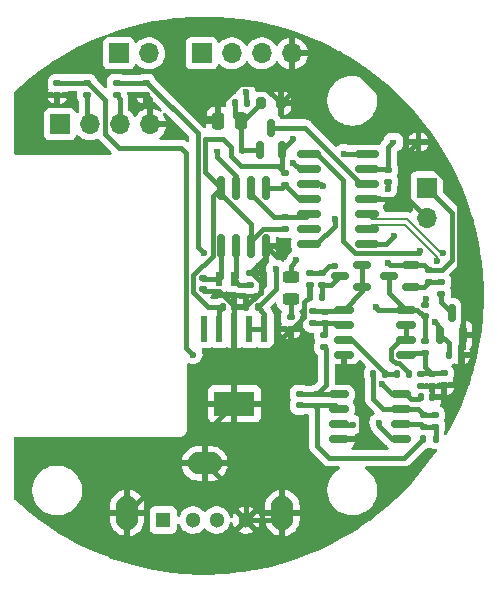
<source format=gbr>
%TF.GenerationSoftware,KiCad,Pcbnew,(6.0.1)*%
%TF.CreationDate,2022-04-08T22:05:58-07:00*%
%TF.ProjectId,well-depth-battery,77656c6c-2d64-4657-9074-682d62617474,1*%
%TF.SameCoordinates,Original*%
%TF.FileFunction,Copper,L1,Top*%
%TF.FilePolarity,Positive*%
%FSLAX46Y46*%
G04 Gerber Fmt 4.6, Leading zero omitted, Abs format (unit mm)*
G04 Created by KiCad (PCBNEW (6.0.1)) date 2022-04-08 22:05:58*
%MOMM*%
%LPD*%
G01*
G04 APERTURE LIST*
G04 Aperture macros list*
%AMRoundRect*
0 Rectangle with rounded corners*
0 $1 Rounding radius*
0 $2 $3 $4 $5 $6 $7 $8 $9 X,Y pos of 4 corners*
0 Add a 4 corners polygon primitive as box body*
4,1,4,$2,$3,$4,$5,$6,$7,$8,$9,$2,$3,0*
0 Add four circle primitives for the rounded corners*
1,1,$1+$1,$2,$3*
1,1,$1+$1,$4,$5*
1,1,$1+$1,$6,$7*
1,1,$1+$1,$8,$9*
0 Add four rect primitives between the rounded corners*
20,1,$1+$1,$2,$3,$4,$5,0*
20,1,$1+$1,$4,$5,$6,$7,0*
20,1,$1+$1,$6,$7,$8,$9,0*
20,1,$1+$1,$8,$9,$2,$3,0*%
G04 Aperture macros list end*
%TA.AperFunction,SMDPad,CuDef*%
%ADD10RoundRect,0.140000X0.140000X0.170000X-0.140000X0.170000X-0.140000X-0.170000X0.140000X-0.170000X0*%
%TD*%
%TA.AperFunction,SMDPad,CuDef*%
%ADD11RoundRect,0.150000X0.587500X0.150000X-0.587500X0.150000X-0.587500X-0.150000X0.587500X-0.150000X0*%
%TD*%
%TA.AperFunction,SMDPad,CuDef*%
%ADD12RoundRect,0.140000X0.170000X-0.140000X0.170000X0.140000X-0.170000X0.140000X-0.170000X-0.140000X0*%
%TD*%
%TA.AperFunction,SMDPad,CuDef*%
%ADD13RoundRect,0.135000X0.185000X-0.135000X0.185000X0.135000X-0.185000X0.135000X-0.185000X-0.135000X0*%
%TD*%
%TA.AperFunction,ComponentPad*%
%ADD14R,1.700000X1.700000*%
%TD*%
%TA.AperFunction,ComponentPad*%
%ADD15O,1.700000X1.700000*%
%TD*%
%TA.AperFunction,SMDPad,CuDef*%
%ADD16RoundRect,0.140000X-0.170000X0.140000X-0.170000X-0.140000X0.170000X-0.140000X0.170000X0.140000X0*%
%TD*%
%TA.AperFunction,SMDPad,CuDef*%
%ADD17R,0.600000X1.200000*%
%TD*%
%TA.AperFunction,SMDPad,CuDef*%
%ADD18RoundRect,0.250000X0.250000X0.475000X-0.250000X0.475000X-0.250000X-0.475000X0.250000X-0.475000X0*%
%TD*%
%TA.AperFunction,ComponentPad*%
%ADD19R,1.300000X1.300000*%
%TD*%
%TA.AperFunction,ComponentPad*%
%ADD20C,1.300000*%
%TD*%
%TA.AperFunction,ComponentPad*%
%ADD21O,1.900000X2.900000*%
%TD*%
%TA.AperFunction,ComponentPad*%
%ADD22O,2.900000X1.900000*%
%TD*%
%TA.AperFunction,SMDPad,CuDef*%
%ADD23RoundRect,0.135000X0.135000X0.185000X-0.135000X0.185000X-0.135000X-0.185000X0.135000X-0.185000X0*%
%TD*%
%TA.AperFunction,SMDPad,CuDef*%
%ADD24RoundRect,0.140000X-0.140000X-0.170000X0.140000X-0.170000X0.140000X0.170000X-0.140000X0.170000X0*%
%TD*%
%TA.AperFunction,SMDPad,CuDef*%
%ADD25R,0.600000X2.200000*%
%TD*%
%TA.AperFunction,SMDPad,CuDef*%
%ADD26R,3.450000X2.150000*%
%TD*%
%TA.AperFunction,SMDPad,CuDef*%
%ADD27R,0.600000X0.450000*%
%TD*%
%TA.AperFunction,SMDPad,CuDef*%
%ADD28RoundRect,0.150000X-0.675000X-0.150000X0.675000X-0.150000X0.675000X0.150000X-0.675000X0.150000X0*%
%TD*%
%TA.AperFunction,SMDPad,CuDef*%
%ADD29RoundRect,0.135000X-0.185000X0.135000X-0.185000X-0.135000X0.185000X-0.135000X0.185000X0.135000X0*%
%TD*%
%TA.AperFunction,SMDPad,CuDef*%
%ADD30RoundRect,0.150000X0.150000X-0.587500X0.150000X0.587500X-0.150000X0.587500X-0.150000X-0.587500X0*%
%TD*%
%TA.AperFunction,SMDPad,CuDef*%
%ADD31RoundRect,0.243750X0.456250X-0.243750X0.456250X0.243750X-0.456250X0.243750X-0.456250X-0.243750X0*%
%TD*%
%TA.AperFunction,SMDPad,CuDef*%
%ADD32RoundRect,0.200000X0.200000X0.275000X-0.200000X0.275000X-0.200000X-0.275000X0.200000X-0.275000X0*%
%TD*%
%TA.AperFunction,SMDPad,CuDef*%
%ADD33RoundRect,0.135000X-0.135000X-0.185000X0.135000X-0.185000X0.135000X0.185000X-0.135000X0.185000X0*%
%TD*%
%TA.AperFunction,SMDPad,CuDef*%
%ADD34RoundRect,0.150000X-0.825000X-0.150000X0.825000X-0.150000X0.825000X0.150000X-0.825000X0.150000X0*%
%TD*%
%TA.AperFunction,SMDPad,CuDef*%
%ADD35RoundRect,0.150000X0.150000X-0.825000X0.150000X0.825000X-0.150000X0.825000X-0.150000X-0.825000X0*%
%TD*%
%TA.AperFunction,ViaPad*%
%ADD36C,0.600000*%
%TD*%
%TA.AperFunction,Conductor*%
%ADD37C,0.400000*%
%TD*%
%TA.AperFunction,Conductor*%
%ADD38C,0.200000*%
%TD*%
G04 APERTURE END LIST*
D10*
%TO.P,C15,1*%
%TO.N,GND*%
X88510000Y-99992500D03*
%TO.P,C15,2*%
%TO.N,+3V3*%
X87550000Y-99992500D03*
%TD*%
D11*
%TO.P,Q2,1,G*%
%TO.N,Net-(Q2-Pad1)*%
X103467500Y-98305000D03*
%TO.P,Q2,2,S*%
%TO.N,+9V*%
X103467500Y-96405000D03*
%TO.P,Q2,3,D*%
%TO.N,VDD*%
X101592500Y-97355000D03*
%TD*%
D12*
%TO.P,C3,1*%
%TO.N,Net-(C3-Pad1)*%
X94030000Y-108305000D03*
%TO.P,C3,2*%
%TO.N,Net-(C3-Pad2)*%
X94030000Y-107345000D03*
%TD*%
D13*
%TO.P,R1,1*%
%TO.N,Net-(Q2-Pad1)*%
X105030000Y-97865000D03*
%TO.P,R1,2*%
%TO.N,+9V*%
X105030000Y-96845000D03*
%TD*%
D12*
%TO.P,C7,1*%
%TO.N,GND*%
X104280000Y-106625000D03*
%TO.P,C7,2*%
%TO.N,Net-(C5-Pad2)*%
X104280000Y-105665000D03*
%TD*%
D14*
%TO.P,J4,1,Pin_1*%
%TO.N,/TXD*%
X78750000Y-78500000D03*
D15*
%TO.P,J4,2,Pin_2*%
%TO.N,/RXD*%
X81290000Y-78500000D03*
%TD*%
D16*
%TO.P,C9,1*%
%TO.N,GND*%
X104655000Y-99770000D03*
%TO.P,C9,2*%
%TO.N,VDD*%
X104655000Y-100730000D03*
%TD*%
D12*
%TO.P,C12,1*%
%TO.N,Net-(C12-Pad1)*%
X89850000Y-98065000D03*
%TO.P,C12,2*%
%TO.N,GND*%
X89850000Y-97105000D03*
%TD*%
D10*
%TO.P,C6,1*%
%TO.N,GND*%
X105260000Y-107625000D03*
%TO.P,C6,2*%
%TO.N,VDD*%
X104300000Y-107625000D03*
%TD*%
D13*
%TO.P,R5,1*%
%TO.N,Net-(J2-Pad3)*%
X78532000Y-82020000D03*
%TO.P,R5,2*%
%TO.N,Net-(C2-Pad2)*%
X78532000Y-81000000D03*
%TD*%
%TO.P,R8,1*%
%TO.N,Net-(C4-Pad1)*%
X104530000Y-110125000D03*
%TO.P,R8,2*%
%TO.N,Net-(C4-Pad2)*%
X104530000Y-109105000D03*
%TD*%
D17*
%TO.P,Y1,1,1*%
%TO.N,Net-(C12-Pad1)*%
X88450000Y-97585000D03*
%TO.P,Y1,2,2*%
%TO.N,Net-(C11-Pad1)*%
X87250000Y-97585000D03*
%TD*%
D13*
%TO.P,R9,1*%
%TO.N,/SDA*%
X92780000Y-89625000D03*
%TO.P,R9,2*%
%TO.N,+3V3*%
X92780000Y-88605000D03*
%TD*%
%TO.P,R21,1*%
%TO.N,GND*%
X106280000Y-106615000D03*
%TO.P,R21,2*%
%TO.N,Net-(C5-Pad2)*%
X106280000Y-105595000D03*
%TD*%
D18*
%TO.P,C13,1*%
%TO.N,Net-(C13-Pad1)*%
X89052000Y-84230000D03*
%TO.P,C13,2*%
%TO.N,GND*%
X87152000Y-84230000D03*
%TD*%
D19*
%TO.P,J5,1,VBUS*%
%TO.N,unconnected-(J5-Pad1)*%
X82500000Y-118000000D03*
D20*
%TO.P,J5,2,D-*%
%TO.N,/USB_D-*%
X85000000Y-118000000D03*
%TO.P,J5,3,D+*%
%TO.N,/USB_D+*%
X87000000Y-118000000D03*
%TO.P,J5,4,GND*%
%TO.N,GND*%
X89500000Y-118000000D03*
D21*
%TO.P,J5,5,Shield*%
X92570000Y-117400000D03*
X79430000Y-117400000D03*
D22*
X86000000Y-113220000D03*
%TD*%
D23*
%TO.P,R2,1*%
%TO.N,GND*%
X107672000Y-104000000D03*
%TO.P,R2,2*%
%TO.N,/A_ON*%
X106652000Y-104000000D03*
%TD*%
D14*
%TO.P,J2,1,Pin_1*%
%TO.N,VDD*%
X73750000Y-84500000D03*
D15*
%TO.P,J2,2,Pin_2*%
%TO.N,Net-(J2-Pad2)*%
X76290000Y-84500000D03*
%TO.P,J2,3,Pin_3*%
%TO.N,Net-(J2-Pad3)*%
X78830000Y-84500000D03*
%TO.P,J2,4,Pin_4*%
%TO.N,GND*%
X81370000Y-84500000D03*
%TD*%
D24*
%TO.P,C14,1*%
%TO.N,GND*%
X89530000Y-99992500D03*
%TO.P,C14,2*%
%TO.N,+9V*%
X90490000Y-99992500D03*
%TD*%
D12*
%TO.P,C8,1*%
%TO.N,Net-(C8-Pad1)*%
X96155000Y-101335000D03*
%TO.P,C8,2*%
%TO.N,Net-(C8-Pad2)*%
X96155000Y-100375000D03*
%TD*%
D16*
%TO.P,C11,1*%
%TO.N,Net-(C11-Pad1)*%
X85850000Y-97520000D03*
%TO.P,C11,2*%
%TO.N,GND*%
X85850000Y-98480000D03*
%TD*%
D25*
%TO.P,U6,1,~{SHDN}*%
%TO.N,+9V*%
X91050000Y-101855000D03*
%TO.P,U6,2,VIN*%
X89780000Y-101855000D03*
%TO.P,U6,3,GND*%
%TO.N,GND*%
X88510000Y-101855000D03*
%TO.P,U6,4,VOUT*%
%TO.N,+3V3*%
X87240000Y-101855000D03*
%TO.P,U6,5,NC*%
%TO.N,unconnected-(U6-Pad5)*%
X85970000Y-101855000D03*
D26*
%TO.P,U6,6,GND*%
%TO.N,GND*%
X88510000Y-108155000D03*
%TD*%
D14*
%TO.P,J3,1,Pin_1*%
%TO.N,+3V3*%
X85750000Y-78500000D03*
D15*
%TO.P,J3,2,Pin_2*%
%TO.N,/SWCLK*%
X88290000Y-78500000D03*
%TO.P,J3,3,Pin_3*%
%TO.N,/SWDIO*%
X90830000Y-78500000D03*
%TO.P,J3,4,Pin_4*%
%TO.N,GND*%
X93370000Y-78500000D03*
%TD*%
D27*
%TO.P,D3,1,K*%
%TO.N,/VOUT*%
X101982000Y-86000000D03*
%TO.P,D3,2,A*%
%TO.N,GND*%
X104082000Y-86000000D03*
%TD*%
D28*
%TO.P,U2,1*%
%TO.N,Net-(C8-Pad2)*%
X97780000Y-100200000D03*
%TO.P,U2,2,-*%
%TO.N,Net-(C8-Pad1)*%
X97780000Y-101470000D03*
%TO.P,U2,3,+*%
%TO.N,Net-(R12-Pad2)*%
X97780000Y-102740000D03*
%TO.P,U2,4,V-*%
%TO.N,GND*%
X97780000Y-104010000D03*
%TO.P,U2,5,+*%
%TO.N,Net-(C5-Pad2)*%
X103030000Y-104010000D03*
%TO.P,U2,6,-*%
%TO.N,Net-(R13-Pad2)*%
X103030000Y-102740000D03*
%TO.P,U2,7*%
X103030000Y-101470000D03*
%TO.P,U2,8,V+*%
%TO.N,VDD*%
X103030000Y-100200000D03*
%TD*%
D12*
%TO.P,C4,1*%
%TO.N,Net-(C4-Pad1)*%
X105530000Y-110095000D03*
%TO.P,C4,2*%
%TO.N,Net-(C4-Pad2)*%
X105530000Y-109135000D03*
%TD*%
D29*
%TO.P,R19,1*%
%TO.N,/VOUT*%
X101530000Y-88345000D03*
%TO.P,R19,2*%
%TO.N,Net-(C10-Pad2)*%
X101530000Y-89365000D03*
%TD*%
D30*
%TO.P,Q1,1,G*%
%TO.N,/A_ON*%
X105960000Y-102325000D03*
%TO.P,Q1,2,S*%
%TO.N,GND*%
X107860000Y-102325000D03*
%TO.P,Q1,3,D*%
%TO.N,Net-(Q1-Pad3)*%
X106910000Y-100450000D03*
%TD*%
D23*
%TO.P,R20,1*%
%TO.N,Net-(C4-Pad1)*%
X105540000Y-111125000D03*
%TO.P,R20,2*%
%TO.N,Net-(C3-Pad1)*%
X104520000Y-111125000D03*
%TD*%
D13*
%TO.P,R3,1*%
%TO.N,Net-(Q1-Pad3)*%
X106030000Y-98865000D03*
%TO.P,R3,2*%
%TO.N,Net-(Q2-Pad1)*%
X106030000Y-97845000D03*
%TD*%
D31*
%TO.P,D2,1,K*%
%TO.N,Net-(D2-Pad1)*%
X93280000Y-99292500D03*
%TO.P,D2,2,A*%
%TO.N,Net-(D2-Pad2)*%
X93280000Y-97417500D03*
%TD*%
D12*
%TO.P,C2,1*%
%TO.N,GND*%
X81032000Y-81980000D03*
%TO.P,C2,2*%
%TO.N,Net-(C2-Pad2)*%
X81032000Y-81020000D03*
%TD*%
D32*
%TO.P,JP1,1,A*%
%TO.N,GND*%
X92427000Y-82730000D03*
%TO.P,JP1,2,B*%
%TO.N,Net-(C13-Pad1)*%
X90777000Y-82730000D03*
%TD*%
D33*
%TO.P,R13,1*%
%TO.N,Net-(R12-Pad2)*%
X102270000Y-105625000D03*
%TO.P,R13,2*%
%TO.N,Net-(R13-Pad2)*%
X103290000Y-105625000D03*
%TD*%
D30*
%TO.P,Q3,1,G*%
%TO.N,Net-(C13-Pad1)*%
X90652000Y-86667500D03*
%TO.P,Q3,2,S*%
%TO.N,+3V3*%
X92552000Y-86667500D03*
%TO.P,Q3,3,D*%
%TO.N,Net-(Q3-Pad3)*%
X91602000Y-84792500D03*
%TD*%
D12*
%TO.P,C1,1*%
%TO.N,GND*%
X73532000Y-81990000D03*
%TO.P,C1,2*%
%TO.N,Net-(C1-Pad2)*%
X73532000Y-81030000D03*
%TD*%
D34*
%TO.P,U5,1,PA05*%
%TO.N,/A_ON*%
X94805000Y-87045000D03*
%TO.P,U5,2,PA08/XIN*%
%TO.N,/TXD*%
X94805000Y-88315000D03*
%TO.P,U5,3,PA09/XOUT*%
%TO.N,/RXD*%
X94805000Y-89585000D03*
%TO.P,U5,4,PA14*%
%TO.N,/SDA*%
X94805000Y-90855000D03*
%TO.P,U5,5,PA15*%
%TO.N,/SCL*%
X94805000Y-92125000D03*
%TO.P,U5,6,PA28/~{RST}*%
%TO.N,unconnected-(U5-Pad6)*%
X94805000Y-93395000D03*
%TO.P,U5,7,PA30/SWCLK*%
%TO.N,/SWCLK*%
X94805000Y-94665000D03*
%TO.P,U5,8,PA31/SWDIO*%
%TO.N,/SWDIO*%
X99755000Y-94665000D03*
%TO.P,U5,9,PA24*%
%TO.N,/USB_D-*%
X99755000Y-93395000D03*
%TO.P,U5,10,PA25*%
%TO.N,/USB_D+*%
X99755000Y-92125000D03*
%TO.P,U5,11,GND*%
%TO.N,GND*%
X99755000Y-90855000D03*
%TO.P,U5,12,VDD*%
%TO.N,Net-(Q3-Pad3)*%
X99755000Y-89585000D03*
%TO.P,U5,13,PA02*%
%TO.N,/VOUT*%
X99755000Y-88315000D03*
%TO.P,U5,14,PA04*%
%TO.N,Net-(D2-Pad2)*%
X99755000Y-87045000D03*
%TD*%
D23*
%TO.P,R17,1*%
%TO.N,Net-(R17-Pad1)*%
X95915000Y-99105000D03*
%TO.P,R17,2*%
%TO.N,GND*%
X94895000Y-99105000D03*
%TD*%
D29*
%TO.P,R16,1*%
%TO.N,Net-(D2-Pad1)*%
X93280000Y-100845000D03*
%TO.P,R16,2*%
%TO.N,GND*%
X93280000Y-101865000D03*
%TD*%
%TO.P,R7,1*%
%TO.N,Net-(C3-Pad2)*%
X95530000Y-107315000D03*
%TO.P,R7,2*%
%TO.N,Net-(C3-Pad1)*%
X95530000Y-108335000D03*
%TD*%
%TO.P,R10,1*%
%TO.N,/SCL*%
X92780000Y-92345000D03*
%TO.P,R10,2*%
%TO.N,+3V3*%
X92780000Y-93365000D03*
%TD*%
D27*
%TO.P,D1,1,K*%
%TO.N,Net-(D1-Pad1)*%
X87052000Y-86730000D03*
%TO.P,D1,2,A*%
%TO.N,Net-(C13-Pad1)*%
X89152000Y-86730000D03*
%TD*%
D12*
%TO.P,C5,1*%
%TO.N,GND*%
X105280000Y-106625000D03*
%TO.P,C5,2*%
%TO.N,Net-(C5-Pad2)*%
X105280000Y-105665000D03*
%TD*%
D13*
%TO.P,R14,1*%
%TO.N,Net-(C8-Pad1)*%
X95155000Y-101365000D03*
%TO.P,R14,2*%
%TO.N,Net-(C8-Pad2)*%
X95155000Y-100345000D03*
%TD*%
%TO.P,R18,1*%
%TO.N,Net-(R17-Pad1)*%
X95905000Y-98115000D03*
%TO.P,R18,2*%
%TO.N,Net-(C10-Pad2)*%
X95905000Y-97095000D03*
%TD*%
D33*
%TO.P,R15,1*%
%TO.N,Net-(C13-Pad1)*%
X88592000Y-82730000D03*
%TO.P,R15,2*%
%TO.N,+3V3*%
X89612000Y-82730000D03*
%TD*%
D12*
%TO.P,C10,1*%
%TO.N,GND*%
X94905000Y-98085000D03*
%TO.P,C10,2*%
%TO.N,Net-(C10-Pad2)*%
X94905000Y-97125000D03*
%TD*%
D13*
%TO.P,R6,1*%
%TO.N,Net-(C5-Pad2)*%
X104680000Y-103865000D03*
%TO.P,R6,2*%
%TO.N,VDD*%
X104680000Y-102845000D03*
%TD*%
D33*
%TO.P,R12,1*%
%TO.N,Net-(C4-Pad2)*%
X100270000Y-105625000D03*
%TO.P,R12,2*%
%TO.N,Net-(R12-Pad2)*%
X101290000Y-105625000D03*
%TD*%
D13*
%TO.P,R11,2*%
%TO.N,Net-(C8-Pad1)*%
X96100000Y-102345000D03*
%TO.P,R11,1*%
%TO.N,Net-(C3-Pad2)*%
X96100000Y-103365000D03*
%TD*%
%TO.P,R4,1*%
%TO.N,Net-(J2-Pad2)*%
X76032000Y-82010000D03*
%TO.P,R4,2*%
%TO.N,Net-(C1-Pad2)*%
X76032000Y-80990000D03*
%TD*%
D35*
%TO.P,U4,1,OSCI*%
%TO.N,Net-(C11-Pad1)*%
X87375000Y-94830000D03*
%TO.P,U4,2,OSCO*%
%TO.N,Net-(C12-Pad1)*%
X88645000Y-94830000D03*
%TO.P,U4,3,VBAT*%
%TO.N,+3V3*%
X89915000Y-94830000D03*
%TO.P,U4,4,VSS*%
%TO.N,GND*%
X91185000Y-94830000D03*
%TO.P,U4,5,SDA*%
%TO.N,/SDA*%
X91185000Y-89880000D03*
%TO.P,U4,6,SCL*%
%TO.N,/SCL*%
X89915000Y-89880000D03*
%TO.P,U4,7,~{INTA}*%
%TO.N,Net-(D1-Pad1)*%
X88645000Y-89880000D03*
%TO.P,U4,8,VDD*%
%TO.N,+3V3*%
X87375000Y-89880000D03*
%TD*%
D14*
%TO.P,J1,1,Pin_1*%
%TO.N,+9V*%
X104780000Y-89855000D03*
D15*
%TO.P,J1,2,Pin_2*%
%TO.N,GND*%
X104780000Y-92395000D03*
%TD*%
D28*
%TO.P,U1,1*%
%TO.N,Net-(C3-Pad2)*%
X97375000Y-107345000D03*
%TO.P,U1,2,-*%
%TO.N,Net-(C3-Pad1)*%
X97375000Y-108615000D03*
%TO.P,U1,3,+*%
%TO.N,Net-(C1-Pad2)*%
X97375000Y-109885000D03*
%TO.P,U1,4,V-*%
%TO.N,GND*%
X97375000Y-111155000D03*
%TO.P,U1,5,+*%
%TO.N,Net-(C2-Pad2)*%
X102625000Y-111155000D03*
%TO.P,U1,6,-*%
%TO.N,Net-(C4-Pad1)*%
X102625000Y-109885000D03*
%TO.P,U1,7*%
%TO.N,Net-(C4-Pad2)*%
X102625000Y-108615000D03*
%TO.P,U1,8,V+*%
%TO.N,VDD*%
X102625000Y-107345000D03*
%TD*%
D11*
%TO.P,U3,1,K*%
%TO.N,Net-(C8-Pad2)*%
X99342500Y-98305000D03*
%TO.P,U3,2,REF*%
X99342500Y-96405000D03*
%TO.P,U3,3,A*%
%TO.N,Net-(R17-Pad1)*%
X97467500Y-97355000D03*
%TD*%
D36*
%TO.N,GND*%
X104700000Y-99300000D03*
X71000000Y-85000000D03*
%TO.N,+9V*%
X92000000Y-96750000D03*
X101500000Y-96250000D03*
%TO.N,/SWDIO*%
X102000000Y-94000000D03*
%TO.N,Net-(D2-Pad2)*%
X97750000Y-87000000D03*
X93750000Y-96000000D03*
%TO.N,GND*%
X92500000Y-95750000D03*
X86000000Y-84000000D03*
X99250000Y-107250000D03*
X93250000Y-105750000D03*
%TO.N,VDD*%
X101000000Y-106500000D03*
%TO.N,/USB_D-*%
X105698608Y-96051599D03*
%TO.N,/USB_D+*%
X106200989Y-95429652D03*
%TO.N,VDD*%
X100500000Y-100000000D03*
%TO.N,Net-(C10-Pad2)*%
X97000000Y-96500000D03*
X101500000Y-90000000D03*
%TO.N,+3V3*%
X93500000Y-85750000D03*
X89500903Y-81799010D03*
%TO.N,/SWCLK*%
X97000000Y-92500000D03*
%TO.N,/A_ON*%
X105500000Y-101250000D03*
X104250000Y-95250000D03*
%TO.N,/TXD*%
X93500000Y-87750000D03*
%TO.N,/RXD*%
X96050500Y-89750000D03*
%TO.N,Net-(C2-Pad2)*%
X85903880Y-95403880D03*
X100750000Y-109750000D03*
%TO.N,Net-(C1-Pad2)*%
X98550500Y-109930110D03*
X85000000Y-104000000D03*
%TO.N,GND*%
X74750000Y-82500000D03*
%TD*%
D37*
%TO.N,Net-(C3-Pad1)*%
X102895000Y-112750000D02*
X104520000Y-111125000D01*
X95530000Y-111730000D02*
X96550000Y-112750000D01*
X95530000Y-108335000D02*
X95530000Y-111730000D01*
X96550000Y-112750000D02*
X102895000Y-112750000D01*
%TO.N,GND*%
X104655000Y-99345000D02*
X104700000Y-99300000D01*
X104655000Y-99770000D02*
X104655000Y-99345000D01*
%TO.N,VDD*%
X104542004Y-100730000D02*
X104655000Y-100730000D01*
X104012004Y-100200000D02*
X104542004Y-100730000D01*
X103030000Y-100200000D02*
X104012004Y-100200000D01*
%TO.N,Net-(C3-Pad2)*%
X96280000Y-106565000D02*
X95530000Y-107315000D01*
X96280000Y-103545000D02*
X96280000Y-106565000D01*
X96100000Y-103365000D02*
X96280000Y-103545000D01*
%TO.N,Net-(C8-Pad1)*%
X96155000Y-102290000D02*
X96155000Y-101335000D01*
X96100000Y-102345000D02*
X96155000Y-102290000D01*
%TO.N,+9V*%
X92000000Y-98482500D02*
X90490000Y-99992500D01*
X92000000Y-96750000D02*
X92000000Y-98482500D01*
X101655000Y-96405000D02*
X101500000Y-96250000D01*
X103467500Y-96405000D02*
X101655000Y-96405000D01*
%TO.N,/A_ON*%
X104135480Y-95364520D02*
X104250000Y-95250000D01*
X97699501Y-89199501D02*
X97699501Y-94361639D01*
X95545000Y-87045000D02*
X97699501Y-89199501D01*
X98702382Y-95364520D02*
X104135480Y-95364520D01*
X97699501Y-94361639D02*
X98702382Y-95364520D01*
%TO.N,Net-(D2-Pad2)*%
X99710000Y-87000000D02*
X97750000Y-87000000D01*
X99755000Y-87045000D02*
X99710000Y-87000000D01*
%TO.N,/SWCLK*%
X97000000Y-93093559D02*
X97000000Y-92500000D01*
X95428559Y-94665000D02*
X97000000Y-93093559D01*
X94805000Y-94665000D02*
X95428559Y-94665000D01*
%TO.N,/SWDIO*%
X101335000Y-94665000D02*
X102000000Y-94000000D01*
X99755000Y-94665000D02*
X101335000Y-94665000D01*
%TO.N,GND*%
X92427000Y-82730000D02*
X93370000Y-81787000D01*
X90796511Y-81099511D02*
X92427000Y-82730000D01*
X87152000Y-82945836D02*
X88998326Y-81099510D01*
X87152000Y-84230000D02*
X87152000Y-82945836D01*
%TO.N,+3V3*%
X89500903Y-82618903D02*
X89500903Y-81799010D01*
X89612000Y-82730000D02*
X89500903Y-82618903D01*
%TO.N,GND*%
X93370000Y-81787000D02*
X93370000Y-78500000D01*
X88998326Y-81099510D02*
X90796511Y-81099511D01*
%TO.N,Net-(Q3-Pad3)*%
X94480362Y-84792500D02*
X91602000Y-84792500D01*
X99272862Y-89585000D02*
X94480362Y-84792500D01*
X99755000Y-89585000D02*
X99272862Y-89585000D01*
%TO.N,/TXD*%
X94065000Y-88315000D02*
X93500000Y-87750000D01*
X94805000Y-88315000D02*
X94065000Y-88315000D01*
%TO.N,/RXD*%
X95885500Y-89585000D02*
X96050500Y-89750000D01*
X94805000Y-89585000D02*
X95885500Y-89585000D01*
%TO.N,Net-(D2-Pad2)*%
X93280000Y-96470000D02*
X93750000Y-96000000D01*
X93280000Y-97417500D02*
X93280000Y-96470000D01*
%TO.N,Net-(C10-Pad2)*%
X96500000Y-96500000D02*
X97000000Y-96500000D01*
X95905000Y-97095000D02*
X96500000Y-96500000D01*
%TO.N,GND*%
X104760000Y-87510000D02*
X103240000Y-87510000D01*
X107500000Y-90250000D02*
X104760000Y-87510000D01*
X107500000Y-99000000D02*
X107500000Y-90250000D01*
X103240000Y-87510000D02*
X103240000Y-90855000D01*
X103240000Y-86842000D02*
X103240000Y-87510000D01*
D38*
%TO.N,/USB_D-*%
X105698608Y-95766807D02*
X105698608Y-96051599D01*
X102916802Y-92985001D02*
X105698608Y-95766807D01*
X100164999Y-92985001D02*
X102916802Y-92985001D01*
X99755000Y-93395000D02*
X100164999Y-92985001D01*
%TO.N,/USB_D+*%
X105997851Y-95429652D02*
X106200989Y-95429652D01*
X103103198Y-92534999D02*
X105997851Y-95429652D01*
X100164999Y-92534999D02*
X103103198Y-92534999D01*
D37*
%TO.N,+9V*%
X106900489Y-96001675D02*
X106057164Y-96845000D01*
X104780000Y-89855000D02*
X106900489Y-91975489D01*
X106900489Y-91975489D02*
X106900489Y-96001675D01*
X106057164Y-96845000D02*
X105030000Y-96845000D01*
D38*
%TO.N,/USB_D+*%
X99755000Y-92125000D02*
X100164999Y-92534999D01*
D37*
%TO.N,GND*%
X92105000Y-95750000D02*
X91185000Y-94830000D01*
X92500000Y-95750000D02*
X92105000Y-95750000D01*
X86000000Y-84000000D02*
X86922000Y-84000000D01*
X86922000Y-84000000D02*
X87152000Y-84230000D01*
X97780000Y-105780000D02*
X97780000Y-104010000D01*
X99250000Y-107250000D02*
X97780000Y-105780000D01*
X99250000Y-110750000D02*
X99250000Y-107250000D01*
X98845000Y-111155000D02*
X99250000Y-110750000D01*
X97375000Y-111155000D02*
X98845000Y-111155000D01*
%TO.N,VDD*%
X102625000Y-107345000D02*
X101845000Y-107345000D01*
X101845000Y-107345000D02*
X101000000Y-106500000D01*
%TO.N,Net-(C2-Pad2)*%
X100750000Y-110010758D02*
X100750000Y-109750000D01*
X102625000Y-111155000D02*
X101894242Y-111155000D01*
X101894242Y-111155000D02*
X100750000Y-110010758D01*
%TO.N,GND*%
X90845000Y-108155000D02*
X93250000Y-105750000D01*
X88510000Y-108155000D02*
X90845000Y-108155000D01*
%TO.N,+3V3*%
X86000000Y-88505000D02*
X87375000Y-89880000D01*
X87573011Y-85750000D02*
X86000000Y-85750000D01*
X86000000Y-85750000D02*
X86000000Y-88505000D01*
X88250000Y-87152022D02*
X88250000Y-86426989D01*
X92780000Y-88605000D02*
X92175000Y-88000000D01*
X92175000Y-88000000D02*
X89097978Y-88000000D01*
X89097978Y-88000000D02*
X88250000Y-87152022D01*
X88250000Y-86426989D02*
X87573011Y-85750000D01*
%TO.N,Net-(D1-Pad1)*%
X88645000Y-88895000D02*
X88645000Y-89880000D01*
X87052000Y-87302000D02*
X88645000Y-88895000D01*
X87052000Y-86730000D02*
X87052000Y-87302000D01*
%TO.N,Net-(C2-Pad2)*%
X85400489Y-85275493D02*
X85400489Y-94900489D01*
X85400489Y-94900489D02*
X85903880Y-95403880D01*
X81144996Y-81020000D02*
X85400489Y-85275493D01*
X81032000Y-81020000D02*
X81144996Y-81020000D01*
%TO.N,GND*%
X93280000Y-101865000D02*
X91135000Y-104010000D01*
X88510000Y-104010000D02*
X88510000Y-101855000D01*
X88510000Y-108155000D02*
X88510000Y-104010000D01*
X91135000Y-104010000D02*
X88510000Y-104010000D01*
%TO.N,Net-(C4-Pad2)*%
X101125755Y-108615000D02*
X102625000Y-108615000D01*
X100270000Y-107759245D02*
X101125755Y-108615000D01*
X100270000Y-105625000D02*
X100270000Y-107759245D01*
%TO.N,Net-(R12-Pad2)*%
X101290000Y-105569075D02*
X98460925Y-102740000D01*
X101290000Y-105625000D02*
X101290000Y-105569075D01*
X98460925Y-102740000D02*
X97780000Y-102740000D01*
%TO.N,Net-(C1-Pad2)*%
X97375000Y-109885000D02*
X97420110Y-109930110D01*
X97420110Y-109930110D02*
X98550500Y-109930110D01*
%TO.N,GND*%
X79430000Y-117400000D02*
X83610000Y-113220000D01*
X83610000Y-113220000D02*
X86000000Y-113220000D01*
X89500000Y-116720000D02*
X86000000Y-113220000D01*
X89500000Y-118000000D02*
X89500000Y-116720000D01*
X89500000Y-118000000D02*
X91970000Y-118000000D01*
X91970000Y-118000000D02*
X92570000Y-117400000D01*
X86000000Y-110665000D02*
X88510000Y-108155000D01*
X86000000Y-113220000D02*
X86000000Y-110665000D01*
%TO.N,+3V3*%
X86675480Y-90579520D02*
X87375000Y-89880000D01*
X86675480Y-95621524D02*
X86675480Y-90579520D01*
X85000000Y-98702996D02*
X85000000Y-97297004D01*
X86289504Y-99992500D02*
X85000000Y-98702996D01*
%TO.N,Net-(C1-Pad2)*%
X84400490Y-103400490D02*
X85000000Y-104000000D01*
%TO.N,+3V3*%
X87550000Y-99992500D02*
X86289504Y-99992500D01*
%TO.N,Net-(C1-Pad2)*%
X84400490Y-86900490D02*
X84400490Y-103400490D01*
X78750000Y-86500000D02*
X84000000Y-86500000D01*
X84000000Y-86500000D02*
X84400490Y-86900490D01*
X77580489Y-85330489D02*
X78750000Y-86500000D01*
X77580489Y-82482564D02*
X77580489Y-85330489D01*
%TO.N,+3V3*%
X85000000Y-97297004D02*
X86675480Y-95621524D01*
%TO.N,Net-(C1-Pad2)*%
X76087925Y-80990000D02*
X77580489Y-82482564D01*
X76032000Y-80990000D02*
X76087925Y-80990000D01*
%TO.N,GND*%
X85954511Y-98584511D02*
X85850000Y-98480000D01*
X87215007Y-98584511D02*
X85954511Y-98584511D01*
X88510000Y-99879504D02*
X87215007Y-98584511D01*
X88510000Y-99992500D02*
X88510000Y-99879504D01*
X89962996Y-97105000D02*
X89850000Y-97105000D01*
X90750000Y-97892004D02*
X89962996Y-97105000D01*
X90750000Y-98750000D02*
X90750000Y-97892004D01*
X89530000Y-99879504D02*
X90659504Y-98750000D01*
X89530000Y-99992500D02*
X89530000Y-99879504D01*
X90659504Y-98750000D02*
X90750000Y-98750000D01*
%TO.N,/A_ON*%
X105960000Y-101710000D02*
X105500000Y-101250000D01*
X105960000Y-102325000D02*
X105960000Y-101710000D01*
%TO.N,GND*%
X107860000Y-99360000D02*
X107500000Y-99000000D01*
X107860000Y-102325000D02*
X107860000Y-99360000D01*
%TO.N,VDD*%
X100700000Y-100200000D02*
X100500000Y-100000000D01*
X103030000Y-100200000D02*
X100700000Y-100200000D01*
%TO.N,Net-(C10-Pad2)*%
X101530000Y-89365000D02*
X101530000Y-89970000D01*
X101530000Y-89970000D02*
X101500000Y-90000000D01*
%TO.N,+3V3*%
X87375000Y-90362138D02*
X87375000Y-89880000D01*
X89915000Y-92902138D02*
X87375000Y-90362138D01*
X89915000Y-94830000D02*
X89915000Y-92902138D01*
%TO.N,GND*%
X97398461Y-78500000D02*
X93370000Y-78500000D01*
X104082000Y-85183539D02*
X97398461Y-78500000D01*
X104082000Y-86000000D02*
X104082000Y-85183539D01*
X104082000Y-86000000D02*
X103240000Y-86842000D01*
%TO.N,+3V3*%
X93469500Y-85750000D02*
X92552000Y-86667500D01*
X93500000Y-85750000D02*
X93469500Y-85750000D01*
%TO.N,/A_ON*%
X94805000Y-87045000D02*
X95545000Y-87045000D01*
%TO.N,GND*%
X94435480Y-99564520D02*
X94895000Y-99105000D01*
X73532000Y-81990000D02*
X74240000Y-81990000D01*
X88510000Y-101855000D02*
X88510000Y-99992500D01*
X107750000Y-106250000D02*
X107750000Y-104078000D01*
X94435480Y-100814520D02*
X94435480Y-99564520D01*
X105260000Y-106645000D02*
X105280000Y-106625000D01*
X106280000Y-106615000D02*
X107385000Y-106615000D01*
X106270000Y-106625000D02*
X106280000Y-106615000D01*
X93280000Y-101865000D02*
X93385000Y-101865000D01*
X81370000Y-82318000D02*
X81032000Y-81980000D01*
X107750000Y-104078000D02*
X107672000Y-104000000D01*
X93385000Y-101865000D02*
X94435480Y-100814520D01*
X91185000Y-94830000D02*
X91185000Y-95770000D01*
X91185000Y-95770000D02*
X89850000Y-97105000D01*
X81370000Y-84500000D02*
X81370000Y-82318000D01*
X94905000Y-98085000D02*
X94905000Y-99095000D01*
X107672000Y-104000000D02*
X107672000Y-102513000D01*
X107385000Y-106615000D02*
X107750000Y-106250000D01*
X104280000Y-106625000D02*
X106270000Y-106625000D01*
X99755000Y-90855000D02*
X103240000Y-90855000D01*
X105260000Y-107625000D02*
X105260000Y-106645000D01*
X74240000Y-81990000D02*
X74750000Y-82500000D01*
X107672000Y-102513000D02*
X107860000Y-102325000D01*
X89530000Y-99992500D02*
X88510000Y-99992500D01*
X94905000Y-99095000D02*
X94895000Y-99105000D01*
X103240000Y-90855000D02*
X104780000Y-92395000D01*
%TO.N,Net-(C1-Pad2)*%
X76032000Y-80990000D02*
X73572000Y-80990000D01*
X73572000Y-80990000D02*
X73532000Y-81030000D01*
%TO.N,Net-(C2-Pad2)*%
X81032000Y-81020000D02*
X78552000Y-81020000D01*
X78552000Y-81020000D02*
X78532000Y-81000000D01*
%TO.N,Net-(C3-Pad1)*%
X97065000Y-108305000D02*
X97375000Y-108615000D01*
X94030000Y-108305000D02*
X97065000Y-108305000D01*
%TO.N,Net-(C3-Pad2)*%
X94030000Y-107345000D02*
X97375000Y-107345000D01*
%TO.N,Net-(C4-Pad1)*%
X105540000Y-111125000D02*
X105540000Y-110105000D01*
X105500000Y-110125000D02*
X105530000Y-110095000D01*
X104530000Y-110125000D02*
X105500000Y-110125000D01*
X105540000Y-110105000D02*
X105530000Y-110095000D01*
X104290000Y-109885000D02*
X102625000Y-109885000D01*
X104530000Y-110125000D02*
X104290000Y-109885000D01*
%TO.N,Net-(C4-Pad2)*%
X105500000Y-109105000D02*
X105530000Y-109135000D01*
X104040000Y-108615000D02*
X104530000Y-109105000D01*
X104530000Y-109105000D02*
X105500000Y-109105000D01*
X102625000Y-108615000D02*
X104040000Y-108615000D01*
%TO.N,Net-(C5-Pad2)*%
X106280000Y-105595000D02*
X104350000Y-105595000D01*
X104680000Y-103865000D02*
X104680000Y-105065000D01*
X103175000Y-103865000D02*
X103030000Y-104010000D01*
X104680000Y-105065000D02*
X105280000Y-105665000D01*
X104680000Y-103865000D02*
X103175000Y-103865000D01*
X104350000Y-105595000D02*
X104280000Y-105665000D01*
%TO.N,VDD*%
X103095000Y-107345000D02*
X103500000Y-107750000D01*
X104680000Y-102845000D02*
X104680000Y-100799520D01*
X101592500Y-98762500D02*
X101592500Y-97355000D01*
X103030000Y-100200000D02*
X101592500Y-98762500D01*
X104175000Y-107750000D02*
X104300000Y-107625000D01*
X103500000Y-107750000D02*
X104175000Y-107750000D01*
X102625000Y-107345000D02*
X103095000Y-107345000D01*
%TO.N,Net-(C8-Pad1)*%
X95155000Y-101365000D02*
X97675000Y-101365000D01*
X97675000Y-101365000D02*
X97780000Y-101470000D01*
%TO.N,Net-(C8-Pad2)*%
X95155000Y-100345000D02*
X97635000Y-100345000D01*
X97635000Y-100345000D02*
X97780000Y-100200000D01*
X99342500Y-96405000D02*
X99342500Y-98637500D01*
X99342500Y-98637500D02*
X97780000Y-100200000D01*
%TO.N,Net-(C10-Pad2)*%
X94935000Y-97095000D02*
X94905000Y-97125000D01*
X95905000Y-97095000D02*
X94935000Y-97095000D01*
%TO.N,+9V*%
X105030000Y-96845000D02*
X104590000Y-96405000D01*
X104590000Y-96405000D02*
X103467500Y-96405000D01*
X91050000Y-101855000D02*
X91050000Y-100552500D01*
X89780000Y-101855000D02*
X91050000Y-101855000D01*
X91050000Y-100552500D02*
X90490000Y-99992500D01*
%TO.N,Net-(J2-Pad2)*%
X76032000Y-84242000D02*
X76290000Y-84500000D01*
X76032000Y-82010000D02*
X76032000Y-84242000D01*
%TO.N,Net-(J2-Pad3)*%
X78830000Y-82318000D02*
X78532000Y-82020000D01*
X78830000Y-84500000D02*
X78830000Y-82318000D01*
%TO.N,Net-(C11-Pad1)*%
X87230000Y-97565000D02*
X87250000Y-97585000D01*
X85850000Y-97565000D02*
X87230000Y-97565000D01*
X87375000Y-94830000D02*
X87375000Y-97460000D01*
X87375000Y-97460000D02*
X87250000Y-97585000D01*
%TO.N,Net-(Q1-Pad3)*%
X106030000Y-99570000D02*
X106910000Y-100450000D01*
X106030000Y-98865000D02*
X106030000Y-99570000D01*
%TO.N,Net-(Q2-Pad1)*%
X104590000Y-98305000D02*
X105030000Y-97865000D01*
X103467500Y-98305000D02*
X104590000Y-98305000D01*
X105050000Y-97845000D02*
X105030000Y-97865000D01*
X106030000Y-97845000D02*
X105050000Y-97845000D01*
%TO.N,Net-(R12-Pad2)*%
X102270000Y-105625000D02*
X101290000Y-105625000D01*
%TO.N,Net-(R13-Pad2)*%
X101750000Y-103500000D02*
X102510000Y-102740000D01*
X102510000Y-102740000D02*
X103030000Y-102740000D01*
X101750000Y-104332138D02*
X101750000Y-103500000D01*
X102470925Y-104750000D02*
X102167862Y-104750000D01*
X103290000Y-105569075D02*
X102470925Y-104750000D01*
X103290000Y-105625000D02*
X103290000Y-105569075D01*
X102167862Y-104750000D02*
X101750000Y-104332138D01*
X103030000Y-101470000D02*
X103030000Y-102740000D01*
%TO.N,Net-(R17-Pad1)*%
X96707500Y-98115000D02*
X97467500Y-97355000D01*
X95915000Y-99105000D02*
X95915000Y-98125000D01*
X95915000Y-98125000D02*
X95905000Y-98115000D01*
X95905000Y-98115000D02*
X96707500Y-98115000D01*
%TO.N,Net-(C12-Pad1)*%
X88645000Y-97390000D02*
X88450000Y-97585000D01*
X88930000Y-98065000D02*
X89850000Y-98065000D01*
X88450000Y-97585000D02*
X88930000Y-98065000D01*
X88645000Y-94830000D02*
X88645000Y-97390000D01*
%TO.N,Net-(C13-Pad1)*%
X90777000Y-82730000D02*
X89277000Y-84230000D01*
X89052000Y-84230000D02*
X89052000Y-86630000D01*
X88592000Y-82730000D02*
X88592000Y-83770000D01*
X89214500Y-86667500D02*
X89152000Y-86730000D01*
X90652000Y-86667500D02*
X89214500Y-86667500D01*
X89277000Y-84230000D02*
X89052000Y-84230000D01*
X88592000Y-83770000D02*
X89052000Y-84230000D01*
X89052000Y-86630000D02*
X89152000Y-86730000D01*
%TO.N,+3V3*%
X87240000Y-101855000D02*
X87240000Y-100302500D01*
X92552000Y-88377000D02*
X92780000Y-88605000D01*
X90897862Y-93365000D02*
X89915000Y-94347862D01*
X92780000Y-93365000D02*
X90897862Y-93365000D01*
X89915000Y-94347862D02*
X89915000Y-94830000D01*
X92552000Y-86667500D02*
X92552000Y-88377000D01*
X87240000Y-100302500D02*
X87550000Y-99992500D01*
%TO.N,Net-(D2-Pad1)*%
X93280000Y-100845000D02*
X93280000Y-99292500D01*
%TO.N,/VOUT*%
X101530000Y-88345000D02*
X101530000Y-86452000D01*
X101530000Y-86452000D02*
X101982000Y-86000000D01*
X101500000Y-88315000D02*
X101530000Y-88345000D01*
X99755000Y-88315000D02*
X101500000Y-88315000D01*
%TO.N,/A_ON*%
X106652000Y-103017000D02*
X105960000Y-102325000D01*
X106652000Y-104000000D02*
X106652000Y-103017000D01*
%TO.N,/SDA*%
X94805000Y-90855000D02*
X94010000Y-90855000D01*
X94010000Y-90855000D02*
X92780000Y-89625000D01*
X92525000Y-89880000D02*
X92780000Y-89625000D01*
X91185000Y-89880000D02*
X92525000Y-89880000D01*
%TO.N,/SCL*%
X89915000Y-90362138D02*
X89915000Y-89880000D01*
X91897862Y-92345000D02*
X89915000Y-90362138D01*
X92780000Y-92345000D02*
X94585000Y-92345000D01*
X92780000Y-92345000D02*
X91897862Y-92345000D01*
X94585000Y-92345000D02*
X94805000Y-92125000D01*
%TD*%
%TA.AperFunction,Conductor*%
%TO.N,GND*%
G36*
X87903166Y-98635958D02*
G01*
X87903295Y-98635615D01*
X87907981Y-98637372D01*
X87907985Y-98637373D01*
X87911696Y-98638764D01*
X87911699Y-98638766D01*
X87975144Y-98662550D01*
X88039684Y-98686745D01*
X88101866Y-98693500D01*
X88567788Y-98693500D01*
X88613558Y-98702107D01*
X88652274Y-98717202D01*
X88658352Y-98719757D01*
X88716574Y-98746045D01*
X88724045Y-98747429D01*
X88726599Y-98748230D01*
X88742878Y-98752867D01*
X88745433Y-98753523D01*
X88752509Y-98756282D01*
X88780962Y-98760028D01*
X88815851Y-98764621D01*
X88822367Y-98765653D01*
X88864706Y-98773500D01*
X88885187Y-98777296D01*
X88892767Y-98776859D01*
X88892768Y-98776859D01*
X88947398Y-98773709D01*
X88954651Y-98773500D01*
X89332849Y-98773500D01*
X89396988Y-98791047D01*
X89412660Y-98800315D01*
X89420403Y-98804894D01*
X89428014Y-98807105D01*
X89428016Y-98807106D01*
X89478995Y-98821916D01*
X89577746Y-98850606D01*
X89584151Y-98851110D01*
X89584156Y-98851111D01*
X89612060Y-98853307D01*
X89612068Y-98853307D01*
X89614516Y-98853500D01*
X90085484Y-98853500D01*
X90087932Y-98853307D01*
X90087940Y-98853307D01*
X90115844Y-98851111D01*
X90115849Y-98851110D01*
X90122254Y-98850606D01*
X90221005Y-98821916D01*
X90271984Y-98807106D01*
X90271986Y-98807105D01*
X90279597Y-98804894D01*
X90332682Y-98773500D01*
X90390355Y-98739392D01*
X90459171Y-98721933D01*
X90526502Y-98744450D01*
X90570972Y-98799794D01*
X90578460Y-98870395D01*
X90543589Y-98936941D01*
X90341280Y-99139250D01*
X90278968Y-99173276D01*
X90262069Y-99175767D01*
X90259751Y-99175949D01*
X90254158Y-99176389D01*
X90254155Y-99176390D01*
X90247746Y-99176894D01*
X90149751Y-99205364D01*
X90098016Y-99220394D01*
X90098014Y-99220395D01*
X90090403Y-99222606D01*
X90083576Y-99226643D01*
X90083577Y-99226643D01*
X90073647Y-99232515D01*
X90004830Y-99249974D01*
X89945372Y-99232516D01*
X89936222Y-99227105D01*
X89921784Y-99220857D01*
X89801395Y-99185881D01*
X89787295Y-99185921D01*
X89784000Y-99193191D01*
X89784000Y-99471121D01*
X89766454Y-99535260D01*
X89759159Y-99547596D01*
X89750106Y-99562903D01*
X89747895Y-99570514D01*
X89747894Y-99570516D01*
X89737192Y-99607352D01*
X89704394Y-99720246D01*
X89703890Y-99726651D01*
X89703889Y-99726656D01*
X89702957Y-99738500D01*
X89701500Y-99757016D01*
X89701500Y-100120500D01*
X89681498Y-100188621D01*
X89627842Y-100235114D01*
X89575500Y-100246500D01*
X88782115Y-100246500D01*
X88766876Y-100250975D01*
X88765671Y-100252365D01*
X88764000Y-100260048D01*
X88764000Y-103444884D01*
X88768475Y-103460123D01*
X88769865Y-103461328D01*
X88777548Y-103462999D01*
X88854669Y-103462999D01*
X88861490Y-103462629D01*
X88912352Y-103457105D01*
X88927604Y-103453479D01*
X89048054Y-103408324D01*
X89063648Y-103399786D01*
X89069019Y-103395761D01*
X89135526Y-103370914D01*
X89204908Y-103385968D01*
X89220147Y-103395761D01*
X89226109Y-103400230D01*
X89226111Y-103400231D01*
X89233295Y-103405615D01*
X89369684Y-103456745D01*
X89431866Y-103463500D01*
X90128134Y-103463500D01*
X90190316Y-103456745D01*
X90326705Y-103405615D01*
X90339435Y-103396074D01*
X90405939Y-103371226D01*
X90475322Y-103386278D01*
X90490559Y-103396070D01*
X90503295Y-103405615D01*
X90639684Y-103456745D01*
X90701866Y-103463500D01*
X91398134Y-103463500D01*
X91460316Y-103456745D01*
X91596705Y-103405615D01*
X91713261Y-103318261D01*
X91800615Y-103201705D01*
X91851745Y-103065316D01*
X91858500Y-103003134D01*
X91858500Y-102130871D01*
X92463434Y-102130871D01*
X92497981Y-102249783D01*
X92504230Y-102264222D01*
X92578854Y-102390405D01*
X92588501Y-102402841D01*
X92692159Y-102506499D01*
X92704595Y-102516146D01*
X92830778Y-102590770D01*
X92845217Y-102597019D01*
X92987436Y-102638338D01*
X93000023Y-102640637D01*
X93007943Y-102641260D01*
X93023030Y-102638090D01*
X93026000Y-102626626D01*
X93026000Y-102624566D01*
X93534000Y-102624566D01*
X93538344Y-102639361D01*
X93550003Y-102641421D01*
X93559977Y-102640637D01*
X93572564Y-102638338D01*
X93714783Y-102597019D01*
X93729222Y-102590770D01*
X93855405Y-102516146D01*
X93867841Y-102506499D01*
X93971499Y-102402841D01*
X93981146Y-102390405D01*
X94055770Y-102264222D01*
X94062019Y-102249783D01*
X94094961Y-102136395D01*
X94094921Y-102122295D01*
X94087651Y-102119000D01*
X93552115Y-102119000D01*
X93536876Y-102123475D01*
X93535671Y-102124865D01*
X93534000Y-102132548D01*
X93534000Y-102624566D01*
X93026000Y-102624566D01*
X93026000Y-102137115D01*
X93021525Y-102121876D01*
X93020135Y-102120671D01*
X93012452Y-102119000D01*
X92478100Y-102119000D01*
X92464569Y-102122973D01*
X92463434Y-102130871D01*
X91858500Y-102130871D01*
X91858500Y-100706866D01*
X91851745Y-100644684D01*
X91800615Y-100508295D01*
X91770429Y-100468018D01*
X91746168Y-100407592D01*
X91746068Y-100406765D01*
X91743102Y-100382258D01*
X91740418Y-100375154D01*
X91739776Y-100372541D01*
X91735313Y-100356228D01*
X91734548Y-100353695D01*
X91733243Y-100346217D01*
X91707552Y-100287690D01*
X91705067Y-100281602D01*
X91685172Y-100228949D01*
X91685171Y-100228947D01*
X91682487Y-100221844D01*
X91678186Y-100215585D01*
X91676949Y-100213220D01*
X91668727Y-100198448D01*
X91667372Y-100196156D01*
X91664316Y-100189195D01*
X91659691Y-100183168D01*
X91659689Y-100183164D01*
X91625407Y-100138487D01*
X91621529Y-100133150D01*
X91619789Y-100130617D01*
X91585357Y-100080519D01*
X91579688Y-100075468D01*
X91577960Y-100073508D01*
X91547916Y-100009182D01*
X91557419Y-99938824D01*
X91583381Y-99901090D01*
X91868224Y-99616247D01*
X91930536Y-99582221D01*
X92001351Y-99587286D01*
X92058187Y-99629833D01*
X92080481Y-99678750D01*
X92081672Y-99684266D01*
X92082384Y-99691129D01*
X92137898Y-99857526D01*
X92230203Y-100006689D01*
X92354347Y-100130617D01*
X92360577Y-100134457D01*
X92360578Y-100134458D01*
X92495043Y-100217343D01*
X92542536Y-100270115D01*
X92553960Y-100340187D01*
X92537380Y-100388743D01*
X92499731Y-100452404D01*
X92454371Y-100608534D01*
X92453867Y-100614941D01*
X92453866Y-100614945D01*
X92451693Y-100642556D01*
X92451500Y-100645011D01*
X92451501Y-101044988D01*
X92454371Y-101081466D01*
X92499731Y-101237596D01*
X92531523Y-101291353D01*
X92548982Y-101360166D01*
X92531522Y-101419630D01*
X92504229Y-101465780D01*
X92497981Y-101480217D01*
X92465039Y-101593605D01*
X92465079Y-101607705D01*
X92472349Y-101611000D01*
X92942458Y-101611000D01*
X92977610Y-101616003D01*
X92987353Y-101618834D01*
X92987360Y-101618835D01*
X92993534Y-101620629D01*
X92999941Y-101621133D01*
X92999945Y-101621134D01*
X93027556Y-101623307D01*
X93027562Y-101623307D01*
X93030011Y-101623500D01*
X93279848Y-101623500D01*
X93529988Y-101623499D01*
X93566466Y-101620629D01*
X93572648Y-101618833D01*
X93572653Y-101618832D01*
X93582390Y-101616003D01*
X93617542Y-101611000D01*
X94081900Y-101611000D01*
X94097139Y-101606525D01*
X94111355Y-101590119D01*
X94079504Y-101540401D01*
X94062019Y-101480217D01*
X94055771Y-101465780D01*
X94028478Y-101419630D01*
X94011018Y-101350813D01*
X94028477Y-101291354D01*
X94060269Y-101237596D01*
X94079503Y-101171392D01*
X94117716Y-101111557D01*
X94154895Y-101094449D01*
X94128697Y-101071878D01*
X94108500Y-101003455D01*
X94108500Y-100855000D01*
X94108499Y-100706541D01*
X94128501Y-100638422D01*
X94170020Y-100602445D01*
X94117989Y-100578683D01*
X94079504Y-100518611D01*
X94062481Y-100460017D01*
X94062480Y-100460015D01*
X94060269Y-100452404D01*
X94036479Y-100412177D01*
X94022689Y-100388859D01*
X94005230Y-100320042D01*
X94027747Y-100252711D01*
X94064837Y-100217578D01*
X94134199Y-100174655D01*
X94202648Y-100155818D01*
X94270418Y-100176979D01*
X94315989Y-100231419D01*
X94326500Y-100281799D01*
X94326501Y-100483457D01*
X94306499Y-100551578D01*
X94264980Y-100587555D01*
X94317011Y-100611317D01*
X94355496Y-100671389D01*
X94371427Y-100726222D01*
X94374731Y-100737596D01*
X94378767Y-100744421D01*
X94378769Y-100744425D01*
X94406231Y-100790861D01*
X94423691Y-100859677D01*
X94406231Y-100919139D01*
X94378769Y-100965575D01*
X94378767Y-100965579D01*
X94374731Y-100972404D01*
X94372520Y-100980015D01*
X94372519Y-100980017D01*
X94355497Y-101038608D01*
X94317284Y-101098443D01*
X94280105Y-101115551D01*
X94306303Y-101138122D01*
X94326500Y-101206545D01*
X94326501Y-101360166D01*
X94326501Y-101505248D01*
X94306499Y-101573368D01*
X94305501Y-101574233D01*
X94310341Y-101577343D01*
X94336125Y-101624715D01*
X94362647Y-101716002D01*
X94374731Y-101757596D01*
X94457494Y-101897541D01*
X94572459Y-102012506D01*
X94579280Y-102016540D01*
X94598278Y-102027775D01*
X94712404Y-102095269D01*
X94720015Y-102097480D01*
X94720017Y-102097481D01*
X94799838Y-102120671D01*
X94868534Y-102140629D01*
X94874941Y-102141133D01*
X94874945Y-102141134D01*
X94902556Y-102143307D01*
X94902562Y-102143307D01*
X94905011Y-102143500D01*
X94912050Y-102143500D01*
X95145500Y-102143499D01*
X95213620Y-102163501D01*
X95260113Y-102217156D01*
X95271500Y-102269499D01*
X95271501Y-102427356D01*
X95271501Y-102544988D01*
X95274371Y-102581466D01*
X95319731Y-102737596D01*
X95323767Y-102744421D01*
X95323769Y-102744425D01*
X95351231Y-102790861D01*
X95368691Y-102859677D01*
X95351231Y-102919139D01*
X95323769Y-102965575D01*
X95323767Y-102965579D01*
X95319731Y-102972404D01*
X95317520Y-102980015D01*
X95317519Y-102980017D01*
X95311796Y-102999717D01*
X95274371Y-103128534D01*
X95273867Y-103134941D01*
X95273866Y-103134945D01*
X95271693Y-103162556D01*
X95271500Y-103165011D01*
X95271501Y-103564988D01*
X95274371Y-103601466D01*
X95288021Y-103648448D01*
X95315877Y-103744329D01*
X95319731Y-103757596D01*
X95323766Y-103764418D01*
X95323766Y-103764419D01*
X95356486Y-103819745D01*
X95402494Y-103897541D01*
X95517459Y-104012506D01*
X95523091Y-104015837D01*
X95564294Y-104072895D01*
X95571500Y-104114894D01*
X95571500Y-106219340D01*
X95551498Y-106287461D01*
X95534595Y-106308435D01*
X95341664Y-106501366D01*
X95279352Y-106535392D01*
X95262452Y-106537883D01*
X95243534Y-106539371D01*
X95168436Y-106561189D01*
X95095017Y-106582519D01*
X95095015Y-106582520D01*
X95087404Y-106584731D01*
X95029538Y-106618953D01*
X95029536Y-106618954D01*
X94965397Y-106636500D01*
X94547151Y-106636500D01*
X94483012Y-106618953D01*
X94466425Y-106609144D01*
X94466424Y-106609144D01*
X94459597Y-106605106D01*
X94451986Y-106602895D01*
X94451984Y-106602894D01*
X94381851Y-106582519D01*
X94302254Y-106559394D01*
X94295849Y-106558890D01*
X94295844Y-106558889D01*
X94267940Y-106556693D01*
X94267932Y-106556693D01*
X94265484Y-106556500D01*
X93794516Y-106556500D01*
X93792068Y-106556693D01*
X93792060Y-106556693D01*
X93764156Y-106558889D01*
X93764151Y-106558890D01*
X93757746Y-106559394D01*
X93678149Y-106582519D01*
X93608016Y-106602894D01*
X93608014Y-106602895D01*
X93600403Y-106605106D01*
X93593581Y-106609141D01*
X93593580Y-106609141D01*
X93466192Y-106684478D01*
X93459371Y-106688512D01*
X93343512Y-106804371D01*
X93339480Y-106811189D01*
X93339478Y-106811192D01*
X93299377Y-106879000D01*
X93260106Y-106945403D01*
X93214394Y-107102746D01*
X93213890Y-107109151D01*
X93213889Y-107109156D01*
X93211693Y-107137060D01*
X93211500Y-107139516D01*
X93211500Y-107550484D01*
X93214394Y-107587254D01*
X93260106Y-107744597D01*
X93264141Y-107751420D01*
X93264142Y-107751422D01*
X93269725Y-107760863D01*
X93287183Y-107829680D01*
X93269725Y-107889137D01*
X93264142Y-107898578D01*
X93260106Y-107905403D01*
X93257895Y-107913014D01*
X93257894Y-107913016D01*
X93253109Y-107929487D01*
X93214394Y-108062746D01*
X93213890Y-108069151D01*
X93213889Y-108069156D01*
X93211693Y-108097060D01*
X93211500Y-108099516D01*
X93211500Y-108510484D01*
X93214394Y-108547254D01*
X93260106Y-108704597D01*
X93264141Y-108711419D01*
X93264141Y-108711420D01*
X93282827Y-108743016D01*
X93343512Y-108845629D01*
X93459371Y-108961488D01*
X93466192Y-108965522D01*
X93553200Y-109016978D01*
X93600403Y-109044894D01*
X93608014Y-109047105D01*
X93608016Y-109047106D01*
X93625151Y-109052084D01*
X93757746Y-109090606D01*
X93764151Y-109091110D01*
X93764156Y-109091111D01*
X93792060Y-109093307D01*
X93792068Y-109093307D01*
X93794516Y-109093500D01*
X94265484Y-109093500D01*
X94267932Y-109093307D01*
X94267940Y-109093307D01*
X94295844Y-109091111D01*
X94295849Y-109091110D01*
X94302254Y-109090606D01*
X94434849Y-109052084D01*
X94451984Y-109047106D01*
X94451986Y-109047105D01*
X94459597Y-109044894D01*
X94466425Y-109040856D01*
X94483012Y-109031047D01*
X94547151Y-109013500D01*
X94695500Y-109013500D01*
X94763621Y-109033502D01*
X94810114Y-109087158D01*
X94821500Y-109139500D01*
X94821500Y-111701088D01*
X94821208Y-111709658D01*
X94821062Y-111711807D01*
X94817275Y-111767352D01*
X94818580Y-111774829D01*
X94818580Y-111774830D01*
X94828261Y-111830299D01*
X94829223Y-111836821D01*
X94836898Y-111900242D01*
X94839581Y-111907343D01*
X94840222Y-111909952D01*
X94844685Y-111926262D01*
X94845450Y-111928798D01*
X94846757Y-111936284D01*
X94857415Y-111960562D01*
X94872442Y-111994795D01*
X94874933Y-112000899D01*
X94897513Y-112060656D01*
X94901817Y-112066919D01*
X94903054Y-112069285D01*
X94911299Y-112084097D01*
X94912632Y-112086351D01*
X94915685Y-112093305D01*
X94920307Y-112099328D01*
X94954579Y-112143991D01*
X94958459Y-112149332D01*
X94990339Y-112195720D01*
X94990344Y-112195725D01*
X94994643Y-112201981D01*
X95000313Y-112207032D01*
X95000314Y-112207034D01*
X95041170Y-112243435D01*
X95046446Y-112248416D01*
X96028550Y-113230520D01*
X96034404Y-113236785D01*
X96072439Y-113280385D01*
X96078657Y-113284755D01*
X96124697Y-113317112D01*
X96129993Y-113321045D01*
X96180282Y-113360477D01*
X96187204Y-113363602D01*
X96189452Y-113364964D01*
X96204185Y-113373368D01*
X96206524Y-113374622D01*
X96212739Y-113378990D01*
X96219815Y-113381749D01*
X96219819Y-113381751D01*
X96272269Y-113402200D01*
X96278334Y-113404749D01*
X96336573Y-113431045D01*
X96344038Y-113432429D01*
X96346582Y-113433226D01*
X96362848Y-113437859D01*
X96365428Y-113438521D01*
X96372509Y-113441282D01*
X96380042Y-113442274D01*
X96380043Y-113442274D01*
X96393261Y-113444014D01*
X96435857Y-113449622D01*
X96442355Y-113450650D01*
X96505187Y-113462296D01*
X96512767Y-113461859D01*
X96512768Y-113461859D01*
X96567393Y-113458709D01*
X96574647Y-113458500D01*
X97340437Y-113458500D01*
X97408558Y-113478502D01*
X97455051Y-113532158D01*
X97465155Y-113602432D01*
X97435661Y-113667012D01*
X97406606Y-113691518D01*
X97405188Y-113692250D01*
X97169977Y-113857559D01*
X97154892Y-113871577D01*
X97022066Y-113995007D01*
X96959378Y-114053260D01*
X96777287Y-114275732D01*
X96627073Y-114520858D01*
X96625347Y-114524791D01*
X96625346Y-114524792D01*
X96513243Y-114780170D01*
X96511517Y-114784102D01*
X96510342Y-114788229D01*
X96510341Y-114788230D01*
X96472137Y-114922348D01*
X96432756Y-115060594D01*
X96392249Y-115345216D01*
X96392227Y-115349505D01*
X96392226Y-115349512D01*
X96390765Y-115628417D01*
X96390743Y-115632703D01*
X96391302Y-115636947D01*
X96391302Y-115636951D01*
X96396830Y-115678939D01*
X96428268Y-115917734D01*
X96504129Y-116195036D01*
X96505813Y-116198984D01*
X96609772Y-116442710D01*
X96616923Y-116459476D01*
X96628693Y-116479142D01*
X96734567Y-116656044D01*
X96764561Y-116706161D01*
X96944313Y-116930528D01*
X96968290Y-116953281D01*
X97135232Y-117111703D01*
X97152851Y-117128423D01*
X97386317Y-117296186D01*
X97390112Y-117298195D01*
X97390113Y-117298196D01*
X97411869Y-117309715D01*
X97640392Y-117430712D01*
X97664699Y-117439607D01*
X97853226Y-117508598D01*
X97910373Y-117529511D01*
X98191264Y-117590755D01*
X98219841Y-117593004D01*
X98414282Y-117608307D01*
X98414291Y-117608307D01*
X98416739Y-117608500D01*
X98572271Y-117608500D01*
X98574407Y-117608354D01*
X98574418Y-117608354D01*
X98782548Y-117594165D01*
X98782554Y-117594164D01*
X98786825Y-117593873D01*
X98791020Y-117593004D01*
X98791022Y-117593004D01*
X99000400Y-117549644D01*
X99068342Y-117535574D01*
X99339343Y-117439607D01*
X99481309Y-117366333D01*
X99591005Y-117309715D01*
X99591006Y-117309715D01*
X99594812Y-117307750D01*
X99598313Y-117305289D01*
X99598317Y-117305287D01*
X99824959Y-117146000D01*
X99830023Y-117142441D01*
X99970544Y-117011861D01*
X100037479Y-116949661D01*
X100037481Y-116949658D01*
X100040622Y-116946740D01*
X100222713Y-116724268D01*
X100372927Y-116479142D01*
X100397228Y-116423784D01*
X100486757Y-116219830D01*
X100488483Y-116215898D01*
X100567244Y-115939406D01*
X100607751Y-115654784D01*
X100607845Y-115636951D01*
X100609235Y-115371583D01*
X100609235Y-115371576D01*
X100609257Y-115367297D01*
X100571732Y-115082266D01*
X100495871Y-114804964D01*
X100441716Y-114678000D01*
X100384763Y-114544476D01*
X100384761Y-114544472D01*
X100383077Y-114540524D01*
X100308527Y-114415960D01*
X100237643Y-114297521D01*
X100237640Y-114297517D01*
X100235439Y-114293839D01*
X100055687Y-114069472D01*
X99847149Y-113871577D01*
X99613683Y-113703814D01*
X99598647Y-113695853D01*
X99547806Y-113646302D01*
X99531824Y-113577128D01*
X99555777Y-113510294D01*
X99612061Y-113467020D01*
X99657608Y-113458500D01*
X102866088Y-113458500D01*
X102874658Y-113458792D01*
X102924776Y-113462209D01*
X102924780Y-113462209D01*
X102932352Y-113462725D01*
X102939829Y-113461420D01*
X102939830Y-113461420D01*
X102966308Y-113456799D01*
X102995303Y-113451738D01*
X103001821Y-113450777D01*
X103065242Y-113443102D01*
X103072343Y-113440419D01*
X103074952Y-113439778D01*
X103091262Y-113435315D01*
X103093798Y-113434550D01*
X103101284Y-113433243D01*
X103159800Y-113407556D01*
X103165904Y-113405065D01*
X103170319Y-113403397D01*
X103225656Y-113382487D01*
X103231919Y-113378183D01*
X103234285Y-113376946D01*
X103249097Y-113368701D01*
X103251351Y-113367368D01*
X103258305Y-113364315D01*
X103309002Y-113325413D01*
X103314332Y-113321541D01*
X103360720Y-113289661D01*
X103360725Y-113289656D01*
X103366981Y-113285357D01*
X103408436Y-113238829D01*
X103413416Y-113233554D01*
X104658336Y-111988634D01*
X104720648Y-111954608D01*
X104737548Y-111952117D01*
X104756466Y-111950629D01*
X104882045Y-111914145D01*
X104904983Y-111907481D01*
X104904985Y-111907480D01*
X104912596Y-111905269D01*
X104919421Y-111901233D01*
X104919425Y-111901231D01*
X104965861Y-111873769D01*
X105034677Y-111856309D01*
X105094139Y-111873769D01*
X105140575Y-111901231D01*
X105140579Y-111901233D01*
X105147404Y-111905269D01*
X105155015Y-111907480D01*
X105155017Y-111907481D01*
X105219662Y-111926262D01*
X105303534Y-111950629D01*
X105309941Y-111951133D01*
X105309945Y-111951134D01*
X105337556Y-111953307D01*
X105337562Y-111953307D01*
X105340011Y-111953500D01*
X105525370Y-111953500D01*
X105593491Y-111973502D01*
X105639984Y-112027158D01*
X105650088Y-112097432D01*
X105629846Y-112149932D01*
X105566811Y-112243435D01*
X105324522Y-112602833D01*
X105321554Y-112607046D01*
X105308232Y-112625162D01*
X104752043Y-113381497D01*
X104748951Y-113385527D01*
X104148219Y-114136068D01*
X104144932Y-114140008D01*
X103514025Y-114865335D01*
X103510564Y-114869153D01*
X102850539Y-115568052D01*
X102846924Y-115571726D01*
X102182666Y-116219830D01*
X102158871Y-116243046D01*
X102155141Y-116246540D01*
X101440185Y-116889181D01*
X101436282Y-116892547D01*
X100695662Y-117505394D01*
X100691625Y-117508598D01*
X100279070Y-117822462D01*
X99970578Y-118057157D01*
X99926557Y-118090647D01*
X99922395Y-118093681D01*
X99176323Y-118614521D01*
X99134173Y-118643946D01*
X99129894Y-118646805D01*
X98861552Y-118818255D01*
X98319824Y-119164378D01*
X98315424Y-119167064D01*
X97484842Y-119651087D01*
X97480337Y-119653590D01*
X96630693Y-120103220D01*
X96626089Y-120105537D01*
X95758766Y-120520044D01*
X95754072Y-120522171D01*
X95012583Y-120839974D01*
X94870497Y-120900872D01*
X94865719Y-120902805D01*
X93967409Y-121245048D01*
X93962556Y-121246784D01*
X93051000Y-121552005D01*
X93046080Y-121553541D01*
X92122819Y-121821221D01*
X92117841Y-121822555D01*
X91596692Y-121950798D01*
X91184373Y-122052261D01*
X91179360Y-122053386D01*
X90237261Y-122244729D01*
X90232228Y-122245644D01*
X89559152Y-122353897D01*
X89283114Y-122398293D01*
X89278010Y-122399007D01*
X88992900Y-122432969D01*
X88323458Y-122512712D01*
X88318346Y-122513215D01*
X87971217Y-122540224D01*
X87359944Y-122587786D01*
X87354799Y-122588081D01*
X86394142Y-122623395D01*
X86388988Y-122623479D01*
X85919204Y-122621523D01*
X85427681Y-122619477D01*
X85422557Y-122619350D01*
X84462221Y-122576036D01*
X84457109Y-122575701D01*
X84037078Y-122539498D01*
X83499325Y-122493147D01*
X83494200Y-122492599D01*
X82540634Y-122370949D01*
X82535536Y-122370192D01*
X82413423Y-122349507D01*
X81587743Y-122209646D01*
X81582716Y-122208688D01*
X80642244Y-122009507D01*
X80637228Y-122008337D01*
X79908468Y-121822555D01*
X79705716Y-121770868D01*
X79700766Y-121769497D01*
X78779746Y-121494131D01*
X78774839Y-121492554D01*
X78372330Y-121354042D01*
X77865833Y-121179745D01*
X77861003Y-121177971D01*
X76965609Y-120828271D01*
X76960847Y-120826299D01*
X76080439Y-120440244D01*
X76075763Y-120438078D01*
X75389841Y-120103220D01*
X75211902Y-120016352D01*
X75207339Y-120014008D01*
X74361439Y-119557301D01*
X74357005Y-119554790D01*
X73530419Y-119063826D01*
X73526121Y-119061153D01*
X73049321Y-118750892D01*
X72720370Y-118536838D01*
X72716109Y-118533940D01*
X71932488Y-117977123D01*
X71928348Y-117974052D01*
X71907855Y-117958190D01*
X77972000Y-117958190D01*
X77972212Y-117963363D01*
X77986224Y-118133794D01*
X77987907Y-118143956D01*
X78043796Y-118366461D01*
X78047117Y-118376216D01*
X78138591Y-118586590D01*
X78143469Y-118595688D01*
X78268075Y-118788301D01*
X78274359Y-118796461D01*
X78428763Y-118966149D01*
X78436293Y-118973170D01*
X78616332Y-119115356D01*
X78624919Y-119121061D01*
X78825750Y-119231926D01*
X78835162Y-119236156D01*
X79051416Y-119312736D01*
X79061366Y-119315365D01*
X79158164Y-119332607D01*
X79171460Y-119331148D01*
X79175540Y-119318067D01*
X79684000Y-119318067D01*
X79687918Y-119331411D01*
X79702194Y-119333398D01*
X79763933Y-119323950D01*
X79773961Y-119321561D01*
X79992016Y-119250290D01*
X80001525Y-119246293D01*
X80205007Y-119140367D01*
X80213732Y-119134873D01*
X80397187Y-118997131D01*
X80404894Y-118990288D01*
X80563391Y-118824431D01*
X80569874Y-118816425D01*
X80650567Y-118698134D01*
X81341500Y-118698134D01*
X81348255Y-118760316D01*
X81399385Y-118896705D01*
X81486739Y-119013261D01*
X81603295Y-119100615D01*
X81739684Y-119151745D01*
X81801866Y-119158500D01*
X83198134Y-119158500D01*
X83260316Y-119151745D01*
X83396705Y-119100615D01*
X83513261Y-119013261D01*
X83600615Y-118896705D01*
X83651745Y-118760316D01*
X83658500Y-118698134D01*
X83658500Y-118428851D01*
X83678502Y-118360730D01*
X83732158Y-118314237D01*
X83802432Y-118304133D01*
X83867012Y-118333627D01*
X83902631Y-118385850D01*
X83903272Y-118388372D01*
X83905689Y-118393614D01*
X83905690Y-118393618D01*
X83970379Y-118533940D01*
X83992411Y-118581731D01*
X84115296Y-118755609D01*
X84267809Y-118904181D01*
X84272605Y-118907386D01*
X84272608Y-118907388D01*
X84377305Y-118977344D01*
X84444843Y-119022471D01*
X84450146Y-119024749D01*
X84450149Y-119024751D01*
X84635163Y-119104239D01*
X84640470Y-119106519D01*
X84704737Y-119121061D01*
X84842501Y-119152234D01*
X84842506Y-119152235D01*
X84848138Y-119153509D01*
X84853909Y-119153736D01*
X84853911Y-119153736D01*
X84915252Y-119156146D01*
X85060891Y-119161869D01*
X85066600Y-119161041D01*
X85066604Y-119161041D01*
X85265890Y-119132145D01*
X85265894Y-119132144D01*
X85271605Y-119131316D01*
X85473223Y-119062876D01*
X85658993Y-118958840D01*
X85822693Y-118822693D01*
X85851296Y-118788301D01*
X85901508Y-118727928D01*
X85960445Y-118688344D01*
X86031427Y-118686907D01*
X86091918Y-118724075D01*
X86101278Y-118735775D01*
X86110788Y-118749231D01*
X86115296Y-118755609D01*
X86267809Y-118904181D01*
X86272605Y-118907386D01*
X86272608Y-118907388D01*
X86377305Y-118977344D01*
X86444843Y-119022471D01*
X86450146Y-119024749D01*
X86450149Y-119024751D01*
X86635163Y-119104239D01*
X86640470Y-119106519D01*
X86704737Y-119121061D01*
X86842501Y-119152234D01*
X86842506Y-119152235D01*
X86848138Y-119153509D01*
X86853909Y-119153736D01*
X86853911Y-119153736D01*
X86915252Y-119156146D01*
X87060891Y-119161869D01*
X87066600Y-119161041D01*
X87066604Y-119161041D01*
X87265890Y-119132145D01*
X87265894Y-119132144D01*
X87271605Y-119131316D01*
X87473223Y-119062876D01*
X87625952Y-118977344D01*
X88887016Y-118977344D01*
X88896898Y-118989834D01*
X88940279Y-119018820D01*
X88950389Y-119024310D01*
X89135318Y-119103762D01*
X89146261Y-119107317D01*
X89342567Y-119151737D01*
X89353975Y-119153239D01*
X89555096Y-119161140D01*
X89566580Y-119160538D01*
X89765774Y-119131657D01*
X89776957Y-119128972D01*
X89967547Y-119064276D01*
X89978060Y-119059595D01*
X90104766Y-118988635D01*
X90114631Y-118978557D01*
X90111675Y-118970885D01*
X89512812Y-118372022D01*
X89498868Y-118364408D01*
X89497035Y-118364539D01*
X89490420Y-118368790D01*
X88893212Y-118965998D01*
X88887016Y-118977344D01*
X87625952Y-118977344D01*
X87658993Y-118958840D01*
X87822693Y-118822693D01*
X87958840Y-118658993D01*
X88062876Y-118473223D01*
X88131316Y-118271605D01*
X88131815Y-118271774D01*
X88165311Y-118213446D01*
X88228340Y-118180768D01*
X88299031Y-118187354D01*
X88354939Y-118231112D01*
X88374594Y-118273421D01*
X88402323Y-118382604D01*
X88406164Y-118393451D01*
X88490429Y-118576238D01*
X88496178Y-118586195D01*
X88509912Y-118605628D01*
X88520501Y-118614016D01*
X88533802Y-118606988D01*
X89127978Y-118012812D01*
X89134356Y-118001132D01*
X89864408Y-118001132D01*
X89864539Y-118002965D01*
X89868790Y-118009580D01*
X90466971Y-118607761D01*
X90479351Y-118614521D01*
X90485931Y-118609595D01*
X90559595Y-118478060D01*
X90564276Y-118467547D01*
X90628972Y-118276957D01*
X90631657Y-118265774D01*
X90660834Y-118064539D01*
X90661464Y-118057157D01*
X90662864Y-118003704D01*
X90662621Y-117996305D01*
X90659119Y-117958190D01*
X91112000Y-117958190D01*
X91112212Y-117963363D01*
X91126224Y-118133794D01*
X91127907Y-118143956D01*
X91183796Y-118366461D01*
X91187117Y-118376216D01*
X91278591Y-118586590D01*
X91283469Y-118595688D01*
X91408075Y-118788301D01*
X91414359Y-118796461D01*
X91568763Y-118966149D01*
X91576293Y-118973170D01*
X91756332Y-119115356D01*
X91764919Y-119121061D01*
X91965750Y-119231926D01*
X91975162Y-119236156D01*
X92191416Y-119312736D01*
X92201366Y-119315365D01*
X92298164Y-119332607D01*
X92311460Y-119331148D01*
X92315540Y-119318067D01*
X92824000Y-119318067D01*
X92827918Y-119331411D01*
X92842194Y-119333398D01*
X92903933Y-119323950D01*
X92913961Y-119321561D01*
X93132016Y-119250290D01*
X93141525Y-119246293D01*
X93345007Y-119140367D01*
X93353732Y-119134873D01*
X93537187Y-118997131D01*
X93544894Y-118990288D01*
X93703391Y-118824431D01*
X93709874Y-118816425D01*
X93839155Y-118626906D01*
X93844244Y-118617947D01*
X93940837Y-118409855D01*
X93944394Y-118400187D01*
X94005701Y-118179121D01*
X94007632Y-118169001D01*
X94027644Y-117981748D01*
X94028000Y-117975056D01*
X94028000Y-117672115D01*
X94023525Y-117656876D01*
X94022135Y-117655671D01*
X94014452Y-117654000D01*
X92842115Y-117654000D01*
X92826876Y-117658475D01*
X92825671Y-117659865D01*
X92824000Y-117667548D01*
X92824000Y-119318067D01*
X92315540Y-119318067D01*
X92316000Y-119316592D01*
X92316000Y-117672115D01*
X92311525Y-117656876D01*
X92310135Y-117655671D01*
X92302452Y-117654000D01*
X91130115Y-117654000D01*
X91114876Y-117658475D01*
X91113671Y-117659865D01*
X91112000Y-117667548D01*
X91112000Y-117958190D01*
X90659119Y-117958190D01*
X90644016Y-117793824D01*
X90641918Y-117782503D01*
X90587287Y-117588797D01*
X90583163Y-117578050D01*
X90494141Y-117397534D01*
X90490617Y-117391784D01*
X90480595Y-117384262D01*
X90468176Y-117391034D01*
X89872022Y-117987188D01*
X89864408Y-118001132D01*
X89134356Y-118001132D01*
X89135592Y-117998868D01*
X89135461Y-117997035D01*
X89131210Y-117990420D01*
X88531520Y-117390730D01*
X88519140Y-117383970D01*
X88513174Y-117388436D01*
X88428257Y-117549836D01*
X88423853Y-117560469D01*
X88369707Y-117734846D01*
X88330403Y-117793971D01*
X88265374Y-117822462D01*
X88195265Y-117811272D01*
X88142335Y-117763955D01*
X88128105Y-117731684D01*
X88087754Y-117588611D01*
X88087753Y-117588609D01*
X88086186Y-117583052D01*
X88075050Y-117560469D01*
X87994570Y-117397273D01*
X87992015Y-117392092D01*
X87986032Y-117384079D01*
X87899563Y-117268283D01*
X87864622Y-117221491D01*
X87708271Y-117076963D01*
X87621471Y-117022196D01*
X88886307Y-117022196D01*
X88889793Y-117030583D01*
X89487188Y-117627978D01*
X89501132Y-117635592D01*
X89502965Y-117635461D01*
X89509580Y-117631210D01*
X90012905Y-117127885D01*
X91112000Y-117127885D01*
X91116475Y-117143124D01*
X91117865Y-117144329D01*
X91125548Y-117146000D01*
X92297885Y-117146000D01*
X92313124Y-117141525D01*
X92314329Y-117140135D01*
X92316000Y-117132452D01*
X92316000Y-117127885D01*
X92824000Y-117127885D01*
X92828475Y-117143124D01*
X92829865Y-117144329D01*
X92837548Y-117146000D01*
X94009885Y-117146000D01*
X94025124Y-117141525D01*
X94026329Y-117140135D01*
X94028000Y-117132452D01*
X94028000Y-116841810D01*
X94027788Y-116836637D01*
X94013776Y-116666206D01*
X94012093Y-116656044D01*
X93956204Y-116433539D01*
X93952883Y-116423784D01*
X93861409Y-116213410D01*
X93856531Y-116204312D01*
X93731925Y-116011699D01*
X93725641Y-116003539D01*
X93571237Y-115833851D01*
X93563707Y-115826830D01*
X93383668Y-115684644D01*
X93375081Y-115678939D01*
X93174250Y-115568074D01*
X93164838Y-115563844D01*
X92948584Y-115487264D01*
X92938634Y-115484635D01*
X92841836Y-115467393D01*
X92828540Y-115468852D01*
X92824000Y-115483408D01*
X92824000Y-117127885D01*
X92316000Y-117127885D01*
X92316000Y-115481933D01*
X92312082Y-115468589D01*
X92297806Y-115466602D01*
X92236067Y-115476050D01*
X92226039Y-115478439D01*
X92007984Y-115549710D01*
X91998475Y-115553707D01*
X91794993Y-115659633D01*
X91786268Y-115665127D01*
X91602813Y-115802869D01*
X91595106Y-115809712D01*
X91436609Y-115975569D01*
X91430126Y-115983575D01*
X91300845Y-116173094D01*
X91295756Y-116182053D01*
X91199163Y-116390145D01*
X91195606Y-116399813D01*
X91134299Y-116620879D01*
X91132368Y-116630999D01*
X91112356Y-116818252D01*
X91112000Y-116824944D01*
X91112000Y-117127885D01*
X90012905Y-117127885D01*
X90106533Y-117034257D01*
X90113293Y-117021877D01*
X90107263Y-117013822D01*
X90032857Y-116966875D01*
X90022609Y-116961654D01*
X89835663Y-116887070D01*
X89824635Y-116883803D01*
X89627230Y-116844537D01*
X89615784Y-116843334D01*
X89414537Y-116840700D01*
X89403057Y-116841603D01*
X89204701Y-116875687D01*
X89193581Y-116878667D01*
X89004748Y-116948331D01*
X88994370Y-116953281D01*
X88895906Y-117011861D01*
X88886307Y-117022196D01*
X87621471Y-117022196D01*
X87528201Y-116963347D01*
X87330441Y-116884449D01*
X87324781Y-116883323D01*
X87324777Y-116883322D01*
X87127282Y-116844038D01*
X87127280Y-116844038D01*
X87121615Y-116842911D01*
X87115840Y-116842835D01*
X87115836Y-116842835D01*
X87009161Y-116841439D01*
X86908716Y-116840124D01*
X86903019Y-116841103D01*
X86903018Y-116841103D01*
X86704564Y-116875203D01*
X86704561Y-116875204D01*
X86698874Y-116876181D01*
X86499116Y-116949875D01*
X86316134Y-117058739D01*
X86156054Y-117199125D01*
X86152483Y-117203655D01*
X86152482Y-117203656D01*
X86099471Y-117270900D01*
X86041590Y-117312013D01*
X85970670Y-117315307D01*
X85909227Y-117279735D01*
X85899563Y-117268283D01*
X85868074Y-117226114D01*
X85864622Y-117221491D01*
X85708271Y-117076963D01*
X85528201Y-116963347D01*
X85330441Y-116884449D01*
X85324781Y-116883323D01*
X85324777Y-116883322D01*
X85127282Y-116844038D01*
X85127280Y-116844038D01*
X85121615Y-116842911D01*
X85115840Y-116842835D01*
X85115836Y-116842835D01*
X85009161Y-116841439D01*
X84908716Y-116840124D01*
X84903019Y-116841103D01*
X84903018Y-116841103D01*
X84704564Y-116875203D01*
X84704561Y-116875204D01*
X84698874Y-116876181D01*
X84499116Y-116949875D01*
X84316134Y-117058739D01*
X84156054Y-117199125D01*
X84024238Y-117366333D01*
X84021549Y-117371444D01*
X84021547Y-117371447D01*
X83967085Y-117474961D01*
X83925100Y-117554762D01*
X83912956Y-117593873D01*
X83904832Y-117620036D01*
X83865529Y-117679161D01*
X83800500Y-117707651D01*
X83730391Y-117696461D01*
X83677461Y-117649144D01*
X83658500Y-117582671D01*
X83658500Y-117301866D01*
X83651745Y-117239684D01*
X83600615Y-117103295D01*
X83513261Y-116986739D01*
X83396705Y-116899385D01*
X83260316Y-116848255D01*
X83198134Y-116841500D01*
X81801866Y-116841500D01*
X81739684Y-116848255D01*
X81603295Y-116899385D01*
X81486739Y-116986739D01*
X81399385Y-117103295D01*
X81348255Y-117239684D01*
X81341500Y-117301866D01*
X81341500Y-118698134D01*
X80650567Y-118698134D01*
X80699155Y-118626906D01*
X80704244Y-118617947D01*
X80800837Y-118409855D01*
X80804394Y-118400187D01*
X80865701Y-118179121D01*
X80867632Y-118169001D01*
X80887644Y-117981748D01*
X80888000Y-117975056D01*
X80888000Y-117672115D01*
X80883525Y-117656876D01*
X80882135Y-117655671D01*
X80874452Y-117654000D01*
X79702115Y-117654000D01*
X79686876Y-117658475D01*
X79685671Y-117659865D01*
X79684000Y-117667548D01*
X79684000Y-119318067D01*
X79175540Y-119318067D01*
X79176000Y-119316592D01*
X79176000Y-117672115D01*
X79171525Y-117656876D01*
X79170135Y-117655671D01*
X79162452Y-117654000D01*
X77990115Y-117654000D01*
X77974876Y-117658475D01*
X77973671Y-117659865D01*
X77972000Y-117667548D01*
X77972000Y-117958190D01*
X71907855Y-117958190D01*
X71168147Y-117385646D01*
X71164154Y-117382423D01*
X70428632Y-116763402D01*
X70424817Y-116760056D01*
X69911992Y-116291320D01*
X69875205Y-116230598D01*
X69871000Y-116198317D01*
X69871000Y-115632703D01*
X71390743Y-115632703D01*
X71391302Y-115636947D01*
X71391302Y-115636951D01*
X71396830Y-115678939D01*
X71428268Y-115917734D01*
X71504129Y-116195036D01*
X71505813Y-116198984D01*
X71609772Y-116442710D01*
X71616923Y-116459476D01*
X71628693Y-116479142D01*
X71734567Y-116656044D01*
X71764561Y-116706161D01*
X71944313Y-116930528D01*
X71968290Y-116953281D01*
X72135232Y-117111703D01*
X72152851Y-117128423D01*
X72386317Y-117296186D01*
X72390112Y-117298195D01*
X72390113Y-117298196D01*
X72411869Y-117309715D01*
X72640392Y-117430712D01*
X72664699Y-117439607D01*
X72853226Y-117508598D01*
X72910373Y-117529511D01*
X73191264Y-117590755D01*
X73219841Y-117593004D01*
X73414282Y-117608307D01*
X73414291Y-117608307D01*
X73416739Y-117608500D01*
X73572271Y-117608500D01*
X73574407Y-117608354D01*
X73574418Y-117608354D01*
X73782548Y-117594165D01*
X73782554Y-117594164D01*
X73786825Y-117593873D01*
X73791020Y-117593004D01*
X73791022Y-117593004D01*
X74000400Y-117549644D01*
X74068342Y-117535574D01*
X74339343Y-117439607D01*
X74481309Y-117366333D01*
X74591005Y-117309715D01*
X74591006Y-117309715D01*
X74594812Y-117307750D01*
X74598313Y-117305289D01*
X74598317Y-117305287D01*
X74824959Y-117146000D01*
X74830023Y-117142441D01*
X74845687Y-117127885D01*
X77972000Y-117127885D01*
X77976475Y-117143124D01*
X77977865Y-117144329D01*
X77985548Y-117146000D01*
X79157885Y-117146000D01*
X79173124Y-117141525D01*
X79174329Y-117140135D01*
X79176000Y-117132452D01*
X79176000Y-117127885D01*
X79684000Y-117127885D01*
X79688475Y-117143124D01*
X79689865Y-117144329D01*
X79697548Y-117146000D01*
X80869885Y-117146000D01*
X80885124Y-117141525D01*
X80886329Y-117140135D01*
X80888000Y-117132452D01*
X80888000Y-116841810D01*
X80887788Y-116836637D01*
X80873776Y-116666206D01*
X80872093Y-116656044D01*
X80816204Y-116433539D01*
X80812883Y-116423784D01*
X80721409Y-116213410D01*
X80716531Y-116204312D01*
X80591925Y-116011699D01*
X80585641Y-116003539D01*
X80431237Y-115833851D01*
X80423707Y-115826830D01*
X80243668Y-115684644D01*
X80235081Y-115678939D01*
X80034250Y-115568074D01*
X80024838Y-115563844D01*
X79808584Y-115487264D01*
X79798634Y-115484635D01*
X79701836Y-115467393D01*
X79688540Y-115468852D01*
X79684000Y-115483408D01*
X79684000Y-117127885D01*
X79176000Y-117127885D01*
X79176000Y-115481933D01*
X79172082Y-115468589D01*
X79157806Y-115466602D01*
X79096067Y-115476050D01*
X79086039Y-115478439D01*
X78867984Y-115549710D01*
X78858475Y-115553707D01*
X78654993Y-115659633D01*
X78646268Y-115665127D01*
X78462813Y-115802869D01*
X78455106Y-115809712D01*
X78296609Y-115975569D01*
X78290126Y-115983575D01*
X78160845Y-116173094D01*
X78155756Y-116182053D01*
X78059163Y-116390145D01*
X78055606Y-116399813D01*
X77994299Y-116620879D01*
X77992368Y-116630999D01*
X77972356Y-116818252D01*
X77972000Y-116824944D01*
X77972000Y-117127885D01*
X74845687Y-117127885D01*
X74970544Y-117011861D01*
X75037479Y-116949661D01*
X75037481Y-116949658D01*
X75040622Y-116946740D01*
X75222713Y-116724268D01*
X75372927Y-116479142D01*
X75397228Y-116423784D01*
X75486757Y-116219830D01*
X75488483Y-116215898D01*
X75567244Y-115939406D01*
X75607751Y-115654784D01*
X75607845Y-115636951D01*
X75609235Y-115371583D01*
X75609235Y-115371576D01*
X75609257Y-115367297D01*
X75571732Y-115082266D01*
X75495871Y-114804964D01*
X75441716Y-114678000D01*
X75384763Y-114544476D01*
X75384761Y-114544472D01*
X75383077Y-114540524D01*
X75308527Y-114415960D01*
X75237643Y-114297521D01*
X75237640Y-114297517D01*
X75235439Y-114293839D01*
X75055687Y-114069472D01*
X74847149Y-113871577D01*
X74613683Y-113703814D01*
X74591843Y-113692250D01*
X74505062Y-113646302D01*
X74359608Y-113569288D01*
X74148939Y-113492194D01*
X84066602Y-113492194D01*
X84076050Y-113553933D01*
X84078439Y-113563961D01*
X84149710Y-113782016D01*
X84153707Y-113791525D01*
X84259633Y-113995007D01*
X84265127Y-114003732D01*
X84402869Y-114187187D01*
X84409712Y-114194894D01*
X84575569Y-114353391D01*
X84583575Y-114359874D01*
X84773094Y-114489155D01*
X84782053Y-114494244D01*
X84990145Y-114590837D01*
X84999813Y-114594394D01*
X85220879Y-114655701D01*
X85230999Y-114657632D01*
X85418252Y-114677644D01*
X85424944Y-114678000D01*
X85727885Y-114678000D01*
X85743124Y-114673525D01*
X85744329Y-114672135D01*
X85746000Y-114664452D01*
X85746000Y-114659885D01*
X86254000Y-114659885D01*
X86258475Y-114675124D01*
X86259865Y-114676329D01*
X86267548Y-114678000D01*
X86558190Y-114678000D01*
X86563363Y-114677788D01*
X86733794Y-114663776D01*
X86743956Y-114662093D01*
X86966461Y-114606204D01*
X86976216Y-114602883D01*
X87186590Y-114511409D01*
X87195688Y-114506531D01*
X87388301Y-114381925D01*
X87396461Y-114375641D01*
X87566149Y-114221237D01*
X87573170Y-114213707D01*
X87715356Y-114033668D01*
X87721061Y-114025081D01*
X87831926Y-113824250D01*
X87836156Y-113814838D01*
X87912736Y-113598584D01*
X87915365Y-113588634D01*
X87932607Y-113491836D01*
X87931148Y-113478540D01*
X87916592Y-113474000D01*
X86272115Y-113474000D01*
X86256876Y-113478475D01*
X86255671Y-113479865D01*
X86254000Y-113487548D01*
X86254000Y-114659885D01*
X85746000Y-114659885D01*
X85746000Y-113492115D01*
X85741525Y-113476876D01*
X85740135Y-113475671D01*
X85732452Y-113474000D01*
X84081933Y-113474000D01*
X84068589Y-113477918D01*
X84066602Y-113492194D01*
X74148939Y-113492194D01*
X74148723Y-113492115D01*
X74093658Y-113471964D01*
X74093656Y-113471963D01*
X74089627Y-113470489D01*
X73808736Y-113409245D01*
X73770452Y-113406232D01*
X73585718Y-113391693D01*
X73585709Y-113391693D01*
X73583261Y-113391500D01*
X73427729Y-113391500D01*
X73425593Y-113391646D01*
X73425582Y-113391646D01*
X73217452Y-113405835D01*
X73217446Y-113405836D01*
X73213175Y-113406127D01*
X73208980Y-113406996D01*
X73208978Y-113406996D01*
X73107935Y-113427921D01*
X72931658Y-113464426D01*
X72660657Y-113560393D01*
X72405188Y-113692250D01*
X72401687Y-113694711D01*
X72401683Y-113694713D01*
X72391594Y-113701804D01*
X72169977Y-113857559D01*
X72154892Y-113871577D01*
X72022066Y-113995007D01*
X71959378Y-114053260D01*
X71777287Y-114275732D01*
X71627073Y-114520858D01*
X71625347Y-114524791D01*
X71625346Y-114524792D01*
X71513243Y-114780170D01*
X71511517Y-114784102D01*
X71510342Y-114788229D01*
X71510341Y-114788230D01*
X71472137Y-114922348D01*
X71432756Y-115060594D01*
X71392249Y-115345216D01*
X71392227Y-115349505D01*
X71392226Y-115349512D01*
X71390765Y-115628417D01*
X71390743Y-115632703D01*
X69871000Y-115632703D01*
X69871000Y-112948164D01*
X84067393Y-112948164D01*
X84068852Y-112961460D01*
X84083408Y-112966000D01*
X85727885Y-112966000D01*
X85743124Y-112961525D01*
X85744329Y-112960135D01*
X85746000Y-112952452D01*
X85746000Y-112947885D01*
X86254000Y-112947885D01*
X86258475Y-112963124D01*
X86259865Y-112964329D01*
X86267548Y-112966000D01*
X87918067Y-112966000D01*
X87931411Y-112962082D01*
X87933398Y-112947806D01*
X87923950Y-112886067D01*
X87921561Y-112876039D01*
X87850290Y-112657984D01*
X87846293Y-112648475D01*
X87740367Y-112444993D01*
X87734873Y-112436268D01*
X87597131Y-112252813D01*
X87590288Y-112245106D01*
X87424431Y-112086609D01*
X87416425Y-112080126D01*
X87226906Y-111950845D01*
X87217947Y-111945756D01*
X87009855Y-111849163D01*
X87000187Y-111845606D01*
X86779121Y-111784299D01*
X86769001Y-111782368D01*
X86581748Y-111762356D01*
X86575056Y-111762000D01*
X86272115Y-111762000D01*
X86256876Y-111766475D01*
X86255671Y-111767865D01*
X86254000Y-111775548D01*
X86254000Y-112947885D01*
X85746000Y-112947885D01*
X85746000Y-111780115D01*
X85741525Y-111764876D01*
X85740135Y-111763671D01*
X85732452Y-111762000D01*
X85441810Y-111762000D01*
X85436637Y-111762212D01*
X85266206Y-111776224D01*
X85256044Y-111777907D01*
X85033539Y-111833796D01*
X85023784Y-111837117D01*
X84813410Y-111928591D01*
X84804312Y-111933469D01*
X84611699Y-112058075D01*
X84603539Y-112064359D01*
X84433851Y-112218763D01*
X84426830Y-112226293D01*
X84284644Y-112406332D01*
X84278939Y-112414919D01*
X84168074Y-112615750D01*
X84163844Y-112625162D01*
X84087264Y-112841416D01*
X84084635Y-112851366D01*
X84067393Y-112948164D01*
X69871000Y-112948164D01*
X69871000Y-111064000D01*
X69891002Y-110995879D01*
X69944658Y-110949386D01*
X69997000Y-110938000D01*
X83959298Y-110938000D01*
X83960069Y-110938002D01*
X84037652Y-110938476D01*
X84046281Y-110936010D01*
X84046286Y-110936009D01*
X84066048Y-110930361D01*
X84082809Y-110926783D01*
X84103152Y-110923870D01*
X84103162Y-110923867D01*
X84112045Y-110922595D01*
X84135395Y-110911979D01*
X84152907Y-110905536D01*
X84168937Y-110900954D01*
X84177565Y-110898488D01*
X84202548Y-110882726D01*
X84217614Y-110874596D01*
X84244510Y-110862367D01*
X84263939Y-110845626D01*
X84278947Y-110834521D01*
X84293039Y-110825630D01*
X84300631Y-110820840D01*
X84320182Y-110798703D01*
X84332374Y-110786659D01*
X84347949Y-110773239D01*
X84347950Y-110773237D01*
X84354747Y-110767381D01*
X84359626Y-110759853D01*
X84359629Y-110759850D01*
X84368696Y-110745861D01*
X84379986Y-110730987D01*
X84383825Y-110726640D01*
X84396956Y-110711772D01*
X84409510Y-110685034D01*
X84417824Y-110670065D01*
X84433893Y-110645273D01*
X84441239Y-110620709D01*
X84447901Y-110603264D01*
X84454983Y-110588179D01*
X84458799Y-110580052D01*
X84463343Y-110550870D01*
X84467126Y-110534151D01*
X84473014Y-110514464D01*
X84473015Y-110514461D01*
X84475587Y-110505859D01*
X84475797Y-110471444D01*
X84475830Y-110470672D01*
X84476000Y-110469577D01*
X84476000Y-110438702D01*
X84476002Y-110437932D01*
X84476452Y-110364284D01*
X84476452Y-110364283D01*
X84476476Y-110360348D01*
X84476092Y-110359004D01*
X84476000Y-110357659D01*
X84476000Y-109274669D01*
X86277001Y-109274669D01*
X86277371Y-109281490D01*
X86282895Y-109332352D01*
X86286521Y-109347604D01*
X86331676Y-109468054D01*
X86340214Y-109483649D01*
X86416715Y-109585724D01*
X86429276Y-109598285D01*
X86531351Y-109674786D01*
X86546946Y-109683324D01*
X86667394Y-109728478D01*
X86682649Y-109732105D01*
X86733514Y-109737631D01*
X86740328Y-109738000D01*
X88237885Y-109738000D01*
X88253124Y-109733525D01*
X88254329Y-109732135D01*
X88256000Y-109724452D01*
X88256000Y-109719884D01*
X88764000Y-109719884D01*
X88768475Y-109735123D01*
X88769865Y-109736328D01*
X88777548Y-109737999D01*
X90279669Y-109737999D01*
X90286490Y-109737629D01*
X90337352Y-109732105D01*
X90352604Y-109728479D01*
X90473054Y-109683324D01*
X90488649Y-109674786D01*
X90590724Y-109598285D01*
X90603285Y-109585724D01*
X90679786Y-109483649D01*
X90688324Y-109468054D01*
X90733478Y-109347606D01*
X90737105Y-109332351D01*
X90742631Y-109281486D01*
X90743000Y-109274672D01*
X90743000Y-108427115D01*
X90738525Y-108411876D01*
X90737135Y-108410671D01*
X90729452Y-108409000D01*
X88782115Y-108409000D01*
X88766876Y-108413475D01*
X88765671Y-108414865D01*
X88764000Y-108422548D01*
X88764000Y-109719884D01*
X88256000Y-109719884D01*
X88256000Y-108427115D01*
X88251525Y-108411876D01*
X88250135Y-108410671D01*
X88242452Y-108409000D01*
X86295116Y-108409000D01*
X86279877Y-108413475D01*
X86278672Y-108414865D01*
X86277001Y-108422548D01*
X86277001Y-109274669D01*
X84476000Y-109274669D01*
X84476000Y-107882885D01*
X86277000Y-107882885D01*
X86281475Y-107898124D01*
X86282865Y-107899329D01*
X86290548Y-107901000D01*
X88237885Y-107901000D01*
X88253124Y-107896525D01*
X88254329Y-107895135D01*
X88256000Y-107887452D01*
X88256000Y-107882885D01*
X88764000Y-107882885D01*
X88768475Y-107898124D01*
X88769865Y-107899329D01*
X88777548Y-107901000D01*
X90724884Y-107901000D01*
X90740123Y-107896525D01*
X90741328Y-107895135D01*
X90742999Y-107887452D01*
X90742999Y-107035331D01*
X90742629Y-107028510D01*
X90737105Y-106977648D01*
X90733479Y-106962396D01*
X90688324Y-106841946D01*
X90679786Y-106826351D01*
X90603285Y-106724276D01*
X90590724Y-106711715D01*
X90488649Y-106635214D01*
X90473054Y-106626676D01*
X90352606Y-106581522D01*
X90337351Y-106577895D01*
X90286486Y-106572369D01*
X90279672Y-106572000D01*
X88782115Y-106572000D01*
X88766876Y-106576475D01*
X88765671Y-106577865D01*
X88764000Y-106585548D01*
X88764000Y-107882885D01*
X88256000Y-107882885D01*
X88256000Y-106590116D01*
X88251525Y-106574877D01*
X88250135Y-106573672D01*
X88242452Y-106572001D01*
X86740331Y-106572001D01*
X86733510Y-106572371D01*
X86682648Y-106577895D01*
X86667396Y-106581521D01*
X86546946Y-106626676D01*
X86531351Y-106635214D01*
X86429276Y-106711715D01*
X86416715Y-106724276D01*
X86340214Y-106826351D01*
X86331676Y-106841946D01*
X86286522Y-106962394D01*
X86282895Y-106977649D01*
X86277369Y-107028514D01*
X86277000Y-107035328D01*
X86277000Y-107882885D01*
X84476000Y-107882885D01*
X84476000Y-104849065D01*
X84496002Y-104780944D01*
X84549658Y-104734451D01*
X84619932Y-104724347D01*
X84645913Y-104730965D01*
X84803168Y-104789448D01*
X84878203Y-104799460D01*
X84975980Y-104812507D01*
X84975984Y-104812507D01*
X84982961Y-104813438D01*
X84989972Y-104812800D01*
X84989976Y-104812800D01*
X85136548Y-104799460D01*
X85163600Y-104796998D01*
X85170302Y-104794820D01*
X85170304Y-104794820D01*
X85329409Y-104743124D01*
X85329412Y-104743123D01*
X85336108Y-104740947D01*
X85491912Y-104648069D01*
X85623266Y-104522982D01*
X85723643Y-104371902D01*
X85788055Y-104202338D01*
X85798358Y-104129029D01*
X85812748Y-104026639D01*
X85812748Y-104026636D01*
X85813299Y-104022717D01*
X85813616Y-104000000D01*
X85793397Y-103819745D01*
X85774131Y-103764419D01*
X85736065Y-103655110D01*
X85733745Y-103648448D01*
X85730639Y-103643478D01*
X85719320Y-103573867D01*
X85747619Y-103508755D01*
X85806628Y-103469278D01*
X85844346Y-103463500D01*
X86318134Y-103463500D01*
X86380316Y-103456745D01*
X86516705Y-103405615D01*
X86529435Y-103396074D01*
X86595939Y-103371226D01*
X86665322Y-103386278D01*
X86680559Y-103396070D01*
X86693295Y-103405615D01*
X86829684Y-103456745D01*
X86891866Y-103463500D01*
X87588134Y-103463500D01*
X87650316Y-103456745D01*
X87786705Y-103405615D01*
X87793889Y-103400231D01*
X87793891Y-103400230D01*
X87799853Y-103395761D01*
X87866359Y-103370914D01*
X87935742Y-103385967D01*
X87950981Y-103395761D01*
X87956352Y-103399786D01*
X87971946Y-103408324D01*
X88092394Y-103453478D01*
X88107649Y-103457105D01*
X88158514Y-103462631D01*
X88165328Y-103463000D01*
X88237885Y-103463000D01*
X88253124Y-103458525D01*
X88254329Y-103457135D01*
X88256000Y-103449452D01*
X88256000Y-100513879D01*
X88273546Y-100449740D01*
X88285859Y-100428920D01*
X88285859Y-100428919D01*
X88289894Y-100422097D01*
X88299551Y-100388859D01*
X88313959Y-100339265D01*
X88335606Y-100264754D01*
X88336267Y-100256362D01*
X88338307Y-100230440D01*
X88338307Y-100230432D01*
X88338500Y-100227984D01*
X88338500Y-99757016D01*
X88337043Y-99738500D01*
X88336111Y-99726656D01*
X88336110Y-99726651D01*
X88335617Y-99720385D01*
X88764000Y-99720385D01*
X88768475Y-99735624D01*
X88769865Y-99736829D01*
X88777548Y-99738500D01*
X89257885Y-99738500D01*
X89273124Y-99734025D01*
X89274329Y-99732635D01*
X89276000Y-99724952D01*
X89276000Y-99198942D01*
X89272027Y-99185411D01*
X89264129Y-99184276D01*
X89138216Y-99220857D01*
X89123778Y-99227105D01*
X89084140Y-99250547D01*
X89015323Y-99268007D01*
X88955860Y-99250547D01*
X88916222Y-99227105D01*
X88901784Y-99220857D01*
X88781395Y-99185881D01*
X88767295Y-99185921D01*
X88764000Y-99193191D01*
X88764000Y-99720385D01*
X88335617Y-99720385D01*
X88335606Y-99720246D01*
X88302808Y-99607352D01*
X88292106Y-99570516D01*
X88292105Y-99570514D01*
X88289894Y-99562903D01*
X88280842Y-99547596D01*
X88273546Y-99535260D01*
X88256000Y-99471121D01*
X88256000Y-99198942D01*
X88252027Y-99185411D01*
X88244129Y-99184276D01*
X88118216Y-99220857D01*
X88103778Y-99227105D01*
X88094628Y-99232516D01*
X88025812Y-99249974D01*
X87966353Y-99232515D01*
X87956423Y-99226643D01*
X87956424Y-99226643D01*
X87949597Y-99222606D01*
X87941986Y-99220395D01*
X87941984Y-99220394D01*
X87890249Y-99205364D01*
X87792254Y-99176894D01*
X87785849Y-99176390D01*
X87785844Y-99176389D01*
X87757940Y-99174193D01*
X87757932Y-99174193D01*
X87755484Y-99174000D01*
X87344516Y-99174000D01*
X87342068Y-99174193D01*
X87342060Y-99174193D01*
X87314156Y-99176389D01*
X87314151Y-99176390D01*
X87307746Y-99176894D01*
X87209751Y-99205364D01*
X87158016Y-99220394D01*
X87158014Y-99220395D01*
X87150403Y-99222606D01*
X87143581Y-99226641D01*
X87143580Y-99226641D01*
X87076260Y-99266454D01*
X87012121Y-99284000D01*
X86635164Y-99284000D01*
X86567043Y-99263998D01*
X86546069Y-99247095D01*
X86516787Y-99217813D01*
X86482761Y-99155501D01*
X86487826Y-99084686D01*
X86516787Y-99039623D01*
X86530484Y-99025926D01*
X86540124Y-99013499D01*
X86615396Y-98886220D01*
X86621642Y-98871786D01*
X86653609Y-98761757D01*
X86691822Y-98701922D01*
X86756319Y-98672245D01*
X86818837Y-98678930D01*
X86839684Y-98686745D01*
X86901866Y-98693500D01*
X87598134Y-98693500D01*
X87660316Y-98686745D01*
X87724856Y-98662550D01*
X87788301Y-98638766D01*
X87788304Y-98638764D01*
X87796705Y-98635615D01*
X87797024Y-98636466D01*
X87858849Y-98622945D01*
X87903166Y-98635958D01*
G37*
%TD.AperFunction*%
%TA.AperFunction,Conductor*%
G36*
X97976121Y-103776002D02*
G01*
X98022614Y-103829658D01*
X98034000Y-103882000D01*
X98034000Y-104799884D01*
X98038475Y-104815123D01*
X98039865Y-104816328D01*
X98047548Y-104817999D01*
X98518984Y-104817999D01*
X98523920Y-104817805D01*
X98552336Y-104815570D01*
X98564931Y-104813270D01*
X98710790Y-104770893D01*
X98725221Y-104764648D01*
X98854678Y-104688089D01*
X98867104Y-104678449D01*
X98973449Y-104572104D01*
X98983091Y-104559675D01*
X99010231Y-104513782D01*
X99062123Y-104465329D01*
X99131974Y-104452623D01*
X99197605Y-104479698D01*
X99207780Y-104488825D01*
X99605339Y-104886384D01*
X99639365Y-104948696D01*
X99634300Y-105019511D01*
X99621756Y-105042022D01*
X99622494Y-105042459D01*
X99539731Y-105182404D01*
X99494371Y-105338534D01*
X99493867Y-105344941D01*
X99493866Y-105344945D01*
X99491693Y-105372556D01*
X99491500Y-105375011D01*
X99491501Y-105874988D01*
X99494371Y-105911466D01*
X99539731Y-106067596D01*
X99543769Y-106074423D01*
X99543769Y-106074424D01*
X99543953Y-106074736D01*
X99544038Y-106075047D01*
X99546915Y-106081695D01*
X99545969Y-106082104D01*
X99561500Y-106138875D01*
X99561500Y-107730333D01*
X99561208Y-107738903D01*
X99560355Y-107751422D01*
X99557275Y-107796597D01*
X99558580Y-107804074D01*
X99558580Y-107804075D01*
X99568261Y-107859544D01*
X99569223Y-107866066D01*
X99576898Y-107929487D01*
X99579581Y-107936588D01*
X99580222Y-107939197D01*
X99584685Y-107955507D01*
X99585450Y-107958043D01*
X99586757Y-107965529D01*
X99589811Y-107972486D01*
X99612442Y-108024040D01*
X99614933Y-108030144D01*
X99637513Y-108089901D01*
X99641817Y-108096164D01*
X99643054Y-108098530D01*
X99651299Y-108113342D01*
X99652632Y-108115596D01*
X99655685Y-108122550D01*
X99660307Y-108128573D01*
X99694579Y-108173236D01*
X99698459Y-108178577D01*
X99730339Y-108224965D01*
X99730344Y-108224970D01*
X99734643Y-108231226D01*
X99740313Y-108236277D01*
X99740314Y-108236279D01*
X99781161Y-108272672D01*
X99786438Y-108277653D01*
X100364455Y-108855671D01*
X100398480Y-108917983D01*
X100393415Y-108988799D01*
X100350868Y-109045634D01*
X100341402Y-109052070D01*
X100249088Y-109108862D01*
X100244053Y-109113793D01*
X100244050Y-109113795D01*
X100124525Y-109230843D01*
X100119493Y-109235771D01*
X100021235Y-109388238D01*
X99959197Y-109558685D01*
X99936463Y-109738640D01*
X99954163Y-109919160D01*
X100011418Y-110091273D01*
X100015064Y-110097294D01*
X100015068Y-110097302D01*
X100042446Y-110142509D01*
X100056282Y-110175911D01*
X100056898Y-110181000D01*
X100059582Y-110188103D01*
X100060226Y-110190725D01*
X100064685Y-110207020D01*
X100065450Y-110209556D01*
X100066757Y-110217042D01*
X100069811Y-110223999D01*
X100092442Y-110275553D01*
X100094933Y-110281657D01*
X100117513Y-110341414D01*
X100121817Y-110347677D01*
X100123054Y-110350043D01*
X100131299Y-110364855D01*
X100132632Y-110367109D01*
X100135685Y-110374063D01*
X100172271Y-110421741D01*
X100174579Y-110424749D01*
X100178459Y-110430090D01*
X100210339Y-110476478D01*
X100210344Y-110476483D01*
X100214643Y-110482739D01*
X100220313Y-110487790D01*
X100220314Y-110487792D01*
X100261170Y-110524193D01*
X100266446Y-110529174D01*
X101372792Y-111635520D01*
X101378642Y-111641781D01*
X101388081Y-111652600D01*
X101401584Y-111671287D01*
X101425547Y-111711807D01*
X101540145Y-111826405D01*
X101574171Y-111888717D01*
X101569106Y-111959532D01*
X101526559Y-112016368D01*
X101460039Y-112041179D01*
X101451050Y-112041500D01*
X98548243Y-112041500D01*
X98480122Y-112021498D01*
X98433629Y-111967842D01*
X98423525Y-111897568D01*
X98453019Y-111832988D01*
X98459148Y-111826405D01*
X98568449Y-111717104D01*
X98578089Y-111704678D01*
X98654648Y-111575221D01*
X98660893Y-111560790D01*
X98699939Y-111426395D01*
X98699899Y-111412294D01*
X98692630Y-111409000D01*
X97247000Y-111409000D01*
X97178879Y-111388998D01*
X97132386Y-111335342D01*
X97121000Y-111283000D01*
X97121000Y-111027000D01*
X97141002Y-110958879D01*
X97194658Y-110912386D01*
X97247000Y-110901000D01*
X98686878Y-110901000D01*
X98700409Y-110897027D01*
X98701544Y-110889128D01*
X98693682Y-110862067D01*
X98693883Y-110791070D01*
X98732436Y-110731454D01*
X98775740Y-110707080D01*
X98828906Y-110689805D01*
X98879909Y-110673234D01*
X98879912Y-110673233D01*
X98886608Y-110671057D01*
X98986115Y-110611739D01*
X99036360Y-110581787D01*
X99036362Y-110581786D01*
X99042412Y-110578179D01*
X99173766Y-110453092D01*
X99274143Y-110302012D01*
X99334733Y-110142509D01*
X99336055Y-110139030D01*
X99336056Y-110139028D01*
X99338555Y-110132448D01*
X99339535Y-110125476D01*
X99363248Y-109956749D01*
X99363248Y-109956746D01*
X99363799Y-109952827D01*
X99364116Y-109930110D01*
X99343897Y-109749855D01*
X99339640Y-109737631D01*
X99286564Y-109585216D01*
X99286562Y-109585213D01*
X99284245Y-109578558D01*
X99188126Y-109424734D01*
X99151884Y-109388238D01*
X99065278Y-109301025D01*
X99065274Y-109301022D01*
X99060315Y-109296028D01*
X99037401Y-109281486D01*
X98965365Y-109235771D01*
X98907166Y-109198837D01*
X98749433Y-109142671D01*
X98691969Y-109100977D01*
X98666169Y-109034834D01*
X98670703Y-108988820D01*
X98703767Y-108875011D01*
X98703768Y-108875007D01*
X98705562Y-108868831D01*
X98707389Y-108845629D01*
X98708307Y-108833958D01*
X98708307Y-108833950D01*
X98708500Y-108831502D01*
X98708500Y-108398498D01*
X98708307Y-108396042D01*
X98706067Y-108367579D01*
X98706066Y-108367574D01*
X98705562Y-108361169D01*
X98676528Y-108261231D01*
X98661357Y-108209012D01*
X98661356Y-108209010D01*
X98659145Y-108201399D01*
X98574453Y-108058193D01*
X98571771Y-108055511D01*
X98546498Y-107991139D01*
X98560400Y-107921516D01*
X98570572Y-107905688D01*
X98574453Y-107901807D01*
X98659145Y-107758601D01*
X98663214Y-107744597D01*
X98703767Y-107605008D01*
X98705562Y-107598831D01*
X98706474Y-107587254D01*
X98708307Y-107563958D01*
X98708307Y-107563950D01*
X98708500Y-107561502D01*
X98708500Y-107128498D01*
X98706542Y-107103621D01*
X98706067Y-107097579D01*
X98706066Y-107097574D01*
X98705562Y-107091169D01*
X98672582Y-106977649D01*
X98661357Y-106939012D01*
X98661356Y-106939010D01*
X98659145Y-106931399D01*
X98629857Y-106881876D01*
X98578491Y-106795020D01*
X98578489Y-106795017D01*
X98574453Y-106788193D01*
X98456807Y-106670547D01*
X98449983Y-106666511D01*
X98449980Y-106666509D01*
X98320427Y-106589892D01*
X98320428Y-106589892D01*
X98313601Y-106585855D01*
X98305990Y-106583644D01*
X98305988Y-106583643D01*
X98228699Y-106561189D01*
X98153831Y-106539438D01*
X98147426Y-106538934D01*
X98147421Y-106538933D01*
X98118958Y-106536693D01*
X98118950Y-106536693D01*
X98116502Y-106536500D01*
X97114500Y-106536500D01*
X97046379Y-106516498D01*
X96999886Y-106462842D01*
X96988500Y-106410500D01*
X96988500Y-104944000D01*
X97008502Y-104875879D01*
X97062158Y-104829386D01*
X97114500Y-104818000D01*
X97507885Y-104818000D01*
X97523124Y-104813525D01*
X97524329Y-104812135D01*
X97526000Y-104804452D01*
X97526000Y-103882000D01*
X97546002Y-103813879D01*
X97599658Y-103767386D01*
X97652000Y-103756000D01*
X97908000Y-103756000D01*
X97976121Y-103776002D01*
G37*
%TD.AperFunction*%
%TA.AperFunction,Conductor*%
G36*
X86394142Y-75376605D02*
G01*
X87354799Y-75411919D01*
X87359944Y-75412214D01*
X87971217Y-75459776D01*
X88318346Y-75486785D01*
X88323458Y-75487288D01*
X88800738Y-75544141D01*
X89278010Y-75600993D01*
X89283114Y-75601707D01*
X89559152Y-75646103D01*
X90232228Y-75754356D01*
X90237261Y-75755271D01*
X91179360Y-75946614D01*
X91184373Y-75947739D01*
X91358110Y-75990492D01*
X92117841Y-76177445D01*
X92122819Y-76178779D01*
X93046080Y-76446459D01*
X93051000Y-76447995D01*
X93962556Y-76753216D01*
X93967409Y-76754952D01*
X94865719Y-77097195D01*
X94870494Y-77099127D01*
X95213662Y-77246209D01*
X95754072Y-77477829D01*
X95758766Y-77479956D01*
X96626089Y-77894463D01*
X96630693Y-77896780D01*
X97480337Y-78346410D01*
X97484842Y-78348913D01*
X98315424Y-78832936D01*
X98319824Y-78835622D01*
X99060708Y-79308990D01*
X99129888Y-79353191D01*
X99134166Y-79356050D01*
X99817897Y-79833368D01*
X99922392Y-79906317D01*
X99926557Y-79909353D01*
X100691625Y-80491402D01*
X100695662Y-80494606D01*
X101436282Y-81107453D01*
X101440174Y-81110810D01*
X102155141Y-81753460D01*
X102158866Y-81756949D01*
X102660584Y-82246466D01*
X102846924Y-82428274D01*
X102850539Y-82431948D01*
X103510564Y-83130847D01*
X103514025Y-83134665D01*
X104144932Y-83859992D01*
X104148219Y-83863932D01*
X104748951Y-84614473D01*
X104752043Y-84618503D01*
X104980648Y-84929372D01*
X105321554Y-85392954D01*
X105324522Y-85397167D01*
X105861888Y-86194266D01*
X105864681Y-86198598D01*
X106368979Y-87016975D01*
X106371593Y-87021417D01*
X106842026Y-87859779D01*
X106844450Y-87864314D01*
X107280203Y-88721213D01*
X107282412Y-88725787D01*
X107682763Y-89599804D01*
X107684795Y-89604490D01*
X107845124Y-89996062D01*
X108049059Y-90494132D01*
X108050914Y-90498941D01*
X108378478Y-91402704D01*
X108380135Y-91407584D01*
X108670472Y-92324012D01*
X108671916Y-92328916D01*
X108762976Y-92663262D01*
X108924533Y-93256454D01*
X108925785Y-93261453D01*
X108956516Y-93395725D01*
X109139530Y-94195366D01*
X109140250Y-94198514D01*
X109141293Y-94203544D01*
X109212089Y-94583769D01*
X109317259Y-95148607D01*
X109318099Y-95153692D01*
X109429523Y-95926589D01*
X109446942Y-96047411D01*
X109455267Y-96105161D01*
X109455898Y-96110273D01*
X109464179Y-96190968D01*
X109554039Y-97066558D01*
X109554460Y-97071695D01*
X109576931Y-97437433D01*
X109610707Y-97987158D01*
X109613411Y-98031172D01*
X109613621Y-98036303D01*
X109623262Y-98507596D01*
X109633282Y-98997423D01*
X109633282Y-99002577D01*
X109627838Y-99268727D01*
X109613853Y-99952404D01*
X109613622Y-99963678D01*
X109613412Y-99968809D01*
X109587611Y-100388743D01*
X109554460Y-100928305D01*
X109554039Y-100933442D01*
X109455898Y-101889724D01*
X109455267Y-101894839D01*
X109318099Y-102846308D01*
X109317259Y-102851393D01*
X109252033Y-103201705D01*
X109148827Y-103756000D01*
X109141297Y-103796439D01*
X109140254Y-103801468D01*
X109071126Y-104103510D01*
X108925785Y-104738547D01*
X108924533Y-104743546D01*
X108671920Y-105671071D01*
X108670472Y-105675988D01*
X108424207Y-106453307D01*
X108380135Y-106592416D01*
X108378478Y-106597296D01*
X108050914Y-107501059D01*
X108049059Y-107505868D01*
X107948695Y-107750988D01*
X107684795Y-108395510D01*
X107682763Y-108400196D01*
X107282412Y-109274213D01*
X107280203Y-109278787D01*
X106844455Y-110135676D01*
X106842026Y-110140221D01*
X106508574Y-110734468D01*
X106457795Y-110784087D01*
X106388251Y-110798376D01*
X106322022Y-110772798D01*
X106280135Y-110715475D01*
X106277694Y-110707961D01*
X106272481Y-110690018D01*
X106270269Y-110682404D01*
X106266233Y-110675579D01*
X106263085Y-110668305D01*
X106264900Y-110667520D01*
X106250020Y-110608870D01*
X106267479Y-110549410D01*
X106295857Y-110501424D01*
X106295858Y-110501421D01*
X106299894Y-110494597D01*
X106306792Y-110470856D01*
X106330159Y-110390423D01*
X106345606Y-110337254D01*
X106347152Y-110317618D01*
X106348307Y-110302940D01*
X106348307Y-110302932D01*
X106348500Y-110300484D01*
X106348500Y-109889516D01*
X106345606Y-109852746D01*
X106314493Y-109745653D01*
X106302106Y-109703016D01*
X106302105Y-109703014D01*
X106299894Y-109695403D01*
X106292751Y-109683324D01*
X106290275Y-109679137D01*
X106272817Y-109610320D01*
X106290275Y-109550863D01*
X106295858Y-109541422D01*
X106295859Y-109541420D01*
X106299894Y-109534597D01*
X106345606Y-109377254D01*
X106347940Y-109347606D01*
X106348307Y-109342940D01*
X106348307Y-109342932D01*
X106348500Y-109340484D01*
X106348500Y-108929516D01*
X106348307Y-108927060D01*
X106346111Y-108899156D01*
X106346110Y-108899151D01*
X106345606Y-108892746D01*
X106299894Y-108735403D01*
X106281676Y-108704597D01*
X106220522Y-108601192D01*
X106216488Y-108594371D01*
X106100629Y-108478512D01*
X105959597Y-108395106D01*
X105956797Y-108394292D01*
X105903935Y-108350309D01*
X105882573Y-108282602D01*
X105901208Y-108214094D01*
X105908990Y-108202852D01*
X105920124Y-108188499D01*
X105995396Y-108061220D01*
X106001643Y-108046784D01*
X106043312Y-107903359D01*
X106044768Y-107895391D01*
X106041948Y-107881969D01*
X106030487Y-107879000D01*
X105214500Y-107879000D01*
X105146379Y-107858998D01*
X105099886Y-107805342D01*
X105088500Y-107753000D01*
X105088500Y-107389516D01*
X105088307Y-107387060D01*
X105087324Y-107374566D01*
X106534000Y-107374566D01*
X106538344Y-107389361D01*
X106550003Y-107391421D01*
X106559977Y-107390637D01*
X106572564Y-107388338D01*
X106714783Y-107347019D01*
X106729222Y-107340770D01*
X106855405Y-107266146D01*
X106867841Y-107256499D01*
X106971499Y-107152841D01*
X106981146Y-107140405D01*
X107055770Y-107014222D01*
X107062019Y-106999783D01*
X107094961Y-106886395D01*
X107094921Y-106872295D01*
X107087651Y-106869000D01*
X106552115Y-106869000D01*
X106536876Y-106873475D01*
X106535671Y-106874865D01*
X106534000Y-106882548D01*
X106534000Y-107374566D01*
X105087324Y-107374566D01*
X105086111Y-107359156D01*
X105086110Y-107359151D01*
X105085617Y-107352885D01*
X105534000Y-107352885D01*
X105538475Y-107368124D01*
X105539865Y-107369329D01*
X105547548Y-107371000D01*
X106007885Y-107371000D01*
X106023124Y-107366525D01*
X106024329Y-107365135D01*
X106026000Y-107357452D01*
X106026000Y-106897115D01*
X106021525Y-106881876D01*
X106020135Y-106880671D01*
X106012452Y-106879000D01*
X105552115Y-106879000D01*
X105536876Y-106883475D01*
X105535671Y-106884865D01*
X105534000Y-106892548D01*
X105534000Y-107352885D01*
X105085617Y-107352885D01*
X105085606Y-107352746D01*
X105039894Y-107195403D01*
X105023546Y-107167760D01*
X105006000Y-107103621D01*
X105006000Y-106897115D01*
X105001525Y-106881876D01*
X105000135Y-106880671D01*
X104992452Y-106879000D01*
X104774470Y-106879000D01*
X104710331Y-106861454D01*
X104706420Y-106859141D01*
X104706419Y-106859141D01*
X104699597Y-106855106D01*
X104691986Y-106852895D01*
X104691984Y-106852894D01*
X104641005Y-106838084D01*
X104542254Y-106809394D01*
X104535849Y-106808890D01*
X104535844Y-106808889D01*
X104507940Y-106806693D01*
X104507932Y-106806693D01*
X104505484Y-106806500D01*
X104152000Y-106806500D01*
X104083879Y-106786498D01*
X104037386Y-106732842D01*
X104026000Y-106680500D01*
X104026000Y-106579500D01*
X104046002Y-106511379D01*
X104099658Y-106464886D01*
X104152000Y-106453500D01*
X104515484Y-106453500D01*
X104517932Y-106453307D01*
X104517940Y-106453307D01*
X104545844Y-106451111D01*
X104545849Y-106451110D01*
X104552254Y-106450606D01*
X104690301Y-106410500D01*
X104701984Y-106407106D01*
X104701986Y-106407105D01*
X104709597Y-106404894D01*
X104716419Y-106400859D01*
X104723697Y-106397710D01*
X104724278Y-106399053D01*
X104784685Y-106383731D01*
X104835851Y-106398755D01*
X104836303Y-106397710D01*
X104843581Y-106400859D01*
X104850403Y-106404894D01*
X104858014Y-106407105D01*
X104858016Y-106407106D01*
X104869699Y-106410500D01*
X105007746Y-106450606D01*
X105014151Y-106451110D01*
X105014156Y-106451111D01*
X105042060Y-106453307D01*
X105042068Y-106453307D01*
X105044516Y-106453500D01*
X105515484Y-106453500D01*
X105517932Y-106453307D01*
X105517940Y-106453307D01*
X105545844Y-106451111D01*
X105545849Y-106451110D01*
X105552254Y-106450606D01*
X105690301Y-106410500D01*
X105701984Y-106407106D01*
X105701986Y-106407105D01*
X105709597Y-106404894D01*
X105716422Y-106400858D01*
X105716426Y-106400856D01*
X105754149Y-106378547D01*
X105818288Y-106361000D01*
X105942458Y-106361000D01*
X105977610Y-106366003D01*
X105987353Y-106368834D01*
X105987360Y-106368835D01*
X105993534Y-106370629D01*
X105999941Y-106371133D01*
X105999945Y-106371134D01*
X106027556Y-106373307D01*
X106027562Y-106373307D01*
X106030011Y-106373500D01*
X106279848Y-106373500D01*
X106529988Y-106373499D01*
X106566466Y-106370629D01*
X106572648Y-106368833D01*
X106572653Y-106368832D01*
X106582390Y-106366003D01*
X106617542Y-106361000D01*
X107081900Y-106361000D01*
X107095431Y-106357027D01*
X107096566Y-106349129D01*
X107062019Y-106230217D01*
X107055771Y-106215780D01*
X107028478Y-106169630D01*
X107011018Y-106100813D01*
X107028477Y-106041354D01*
X107060269Y-105987596D01*
X107105629Y-105831466D01*
X107108500Y-105794989D01*
X107108499Y-105395012D01*
X107105629Y-105358534D01*
X107060269Y-105202404D01*
X106977506Y-105062459D01*
X106924599Y-105009552D01*
X106890573Y-104947240D01*
X106895638Y-104876425D01*
X106938185Y-104819589D01*
X106978541Y-104799460D01*
X107036983Y-104782481D01*
X107036985Y-104782480D01*
X107044596Y-104780269D01*
X107098353Y-104748477D01*
X107167166Y-104731018D01*
X107226630Y-104748478D01*
X107272780Y-104775771D01*
X107287217Y-104782019D01*
X107400605Y-104814961D01*
X107414705Y-104814921D01*
X107418000Y-104807651D01*
X107418000Y-104801900D01*
X107926000Y-104801900D01*
X107929973Y-104815431D01*
X107937871Y-104816566D01*
X108056783Y-104782019D01*
X108071222Y-104775770D01*
X108197405Y-104701146D01*
X108209841Y-104691499D01*
X108313499Y-104587841D01*
X108323146Y-104575405D01*
X108397770Y-104449222D01*
X108404019Y-104434783D01*
X108445338Y-104292564D01*
X108447637Y-104279977D01*
X108448260Y-104272057D01*
X108445090Y-104256970D01*
X108433626Y-104254000D01*
X107944115Y-104254000D01*
X107928876Y-104258475D01*
X107927671Y-104259865D01*
X107926000Y-104267548D01*
X107926000Y-104801900D01*
X107418000Y-104801900D01*
X107418000Y-104337542D01*
X107423003Y-104302390D01*
X107425834Y-104292647D01*
X107425835Y-104292640D01*
X107427629Y-104286466D01*
X107428135Y-104280047D01*
X107430307Y-104252444D01*
X107430307Y-104252438D01*
X107430500Y-104249989D01*
X107430499Y-103750012D01*
X107428758Y-103727885D01*
X107926000Y-103727885D01*
X107930475Y-103743124D01*
X107931865Y-103744329D01*
X107939548Y-103746000D01*
X108431566Y-103746000D01*
X108446361Y-103741656D01*
X108448421Y-103729997D01*
X108447637Y-103720023D01*
X108445338Y-103707436D01*
X108404019Y-103565217D01*
X108402934Y-103562710D01*
X108402671Y-103560577D01*
X108401807Y-103557604D01*
X108402287Y-103557465D01*
X108394238Y-103492248D01*
X108429477Y-103423576D01*
X108528449Y-103324604D01*
X108538089Y-103312178D01*
X108614648Y-103182721D01*
X108620893Y-103168290D01*
X108663269Y-103022435D01*
X108665570Y-103009833D01*
X108667807Y-102981416D01*
X108668000Y-102976486D01*
X108668000Y-102597115D01*
X108663525Y-102581876D01*
X108662135Y-102580671D01*
X108654452Y-102579000D01*
X108132115Y-102579000D01*
X108116876Y-102583475D01*
X108115671Y-102584865D01*
X108114000Y-102592548D01*
X108114000Y-103484500D01*
X108093998Y-103552621D01*
X108040342Y-103599114D01*
X107988000Y-103610500D01*
X107944115Y-103610500D01*
X107928876Y-103614975D01*
X107927671Y-103616365D01*
X107926000Y-103624048D01*
X107926000Y-103727885D01*
X107428758Y-103727885D01*
X107427629Y-103713534D01*
X107423003Y-103697610D01*
X107418000Y-103662458D01*
X107418000Y-103258000D01*
X107438002Y-103189879D01*
X107491658Y-103143386D01*
X107544000Y-103132000D01*
X107587885Y-103132000D01*
X107603124Y-103127525D01*
X107604329Y-103126135D01*
X107606000Y-103118452D01*
X107606000Y-102052885D01*
X108114000Y-102052885D01*
X108118475Y-102068124D01*
X108119865Y-102069329D01*
X108127548Y-102071000D01*
X108649884Y-102071000D01*
X108665123Y-102066525D01*
X108666328Y-102065135D01*
X108667999Y-102057452D01*
X108667999Y-101673517D01*
X108667805Y-101668580D01*
X108665570Y-101640164D01*
X108663270Y-101627569D01*
X108620893Y-101481710D01*
X108614648Y-101467279D01*
X108538089Y-101337822D01*
X108528449Y-101325396D01*
X108422104Y-101219051D01*
X108409678Y-101209411D01*
X108280221Y-101132852D01*
X108265790Y-101126607D01*
X108131395Y-101087561D01*
X108117294Y-101087601D01*
X108114000Y-101094870D01*
X108114000Y-102052885D01*
X107606000Y-102052885D01*
X107606000Y-101442342D01*
X107623547Y-101378203D01*
X107665108Y-101307927D01*
X107669145Y-101301101D01*
X107715562Y-101141331D01*
X107716230Y-101132852D01*
X107718307Y-101106458D01*
X107718307Y-101106450D01*
X107718500Y-101104002D01*
X107718500Y-99795998D01*
X107718307Y-99793542D01*
X107716067Y-99765079D01*
X107716066Y-99765074D01*
X107715562Y-99758669D01*
X107669145Y-99598899D01*
X107643822Y-99556080D01*
X107588491Y-99462520D01*
X107588489Y-99462517D01*
X107584453Y-99455693D01*
X107466807Y-99338047D01*
X107459983Y-99334011D01*
X107459980Y-99334009D01*
X107330427Y-99257392D01*
X107330428Y-99257392D01*
X107323601Y-99253355D01*
X107315990Y-99251144D01*
X107315988Y-99251143D01*
X107251872Y-99232516D01*
X107163831Y-99206938D01*
X107157426Y-99206434D01*
X107157421Y-99206433D01*
X107128958Y-99204193D01*
X107128950Y-99204193D01*
X107126502Y-99204000D01*
X106983866Y-99204000D01*
X106915745Y-99183998D01*
X106869252Y-99130342D01*
X106858580Y-99069950D01*
X106858209Y-99069935D01*
X106858276Y-99068228D01*
X106858255Y-99068109D01*
X106858306Y-99067459D01*
X106858306Y-99067449D01*
X106858500Y-99064989D01*
X106858499Y-98665012D01*
X106855629Y-98628534D01*
X106820493Y-98507596D01*
X106812481Y-98480017D01*
X106812480Y-98480015D01*
X106810269Y-98472404D01*
X106806233Y-98465579D01*
X106806231Y-98465575D01*
X106778769Y-98419139D01*
X106761309Y-98350323D01*
X106778769Y-98290861D01*
X106806231Y-98244425D01*
X106806233Y-98244421D01*
X106810269Y-98237596D01*
X106819751Y-98204961D01*
X106853834Y-98087644D01*
X106855629Y-98081466D01*
X106858500Y-98044989D01*
X106858499Y-97645012D01*
X106855629Y-97608534D01*
X106821949Y-97492606D01*
X106812481Y-97460017D01*
X106812480Y-97460015D01*
X106810269Y-97452404D01*
X106727506Y-97312459D01*
X106730219Y-97310855D01*
X106709604Y-97258415D01*
X106723475Y-97188786D01*
X106746010Y-97158125D01*
X107381016Y-96523118D01*
X107387282Y-96517264D01*
X107425149Y-96484230D01*
X107430874Y-96479236D01*
X107467603Y-96426975D01*
X107471535Y-96421680D01*
X107473511Y-96419160D01*
X107510966Y-96371393D01*
X107514091Y-96364471D01*
X107515453Y-96362223D01*
X107523857Y-96347490D01*
X107525111Y-96345151D01*
X107529479Y-96338936D01*
X107532238Y-96331860D01*
X107532240Y-96331856D01*
X107552689Y-96279406D01*
X107555238Y-96273341D01*
X107581534Y-96215102D01*
X107582918Y-96207637D01*
X107583715Y-96205093D01*
X107588348Y-96188827D01*
X107589010Y-96186247D01*
X107591771Y-96179166D01*
X107593626Y-96165080D01*
X107600110Y-96115822D01*
X107601142Y-96109304D01*
X107602815Y-96100282D01*
X107612785Y-96046488D01*
X107609198Y-95984277D01*
X107608989Y-95977024D01*
X107608989Y-92004401D01*
X107609281Y-91995831D01*
X107612698Y-91945713D01*
X107612698Y-91945709D01*
X107613214Y-91938137D01*
X107602228Y-91875192D01*
X107601266Y-91868671D01*
X107594504Y-91812793D01*
X107593591Y-91805247D01*
X107590905Y-91798139D01*
X107590268Y-91795545D01*
X107585807Y-91779239D01*
X107585037Y-91776688D01*
X107583731Y-91769205D01*
X107580679Y-91762252D01*
X107558050Y-91710701D01*
X107555558Y-91704594D01*
X107535662Y-91651941D01*
X107535662Y-91651940D01*
X107532976Y-91644833D01*
X107528673Y-91638572D01*
X107527436Y-91636206D01*
X107519209Y-91621426D01*
X107517858Y-91619141D01*
X107514804Y-91612184D01*
X107510184Y-91606164D01*
X107510181Y-91606158D01*
X107479749Y-91566501D01*
X107475902Y-91561487D01*
X107472030Y-91556157D01*
X107440150Y-91509769D01*
X107440145Y-91509764D01*
X107435846Y-91503508D01*
X107389318Y-91462053D01*
X107384043Y-91457073D01*
X106175405Y-90248435D01*
X106141379Y-90186123D01*
X106138500Y-90159340D01*
X106138500Y-88956866D01*
X106131745Y-88894684D01*
X106080615Y-88758295D01*
X105993261Y-88641739D01*
X105876705Y-88554385D01*
X105740316Y-88503255D01*
X105678134Y-88496500D01*
X103881866Y-88496500D01*
X103819684Y-88503255D01*
X103683295Y-88554385D01*
X103566739Y-88641739D01*
X103479385Y-88758295D01*
X103428255Y-88894684D01*
X103421500Y-88956866D01*
X103421500Y-90753134D01*
X103428255Y-90815316D01*
X103479385Y-90951705D01*
X103566739Y-91068261D01*
X103683295Y-91155615D01*
X103691704Y-91158767D01*
X103691705Y-91158768D01*
X103800960Y-91199726D01*
X103857725Y-91242367D01*
X103882425Y-91308929D01*
X103867218Y-91378278D01*
X103847825Y-91404759D01*
X103724590Y-91533717D01*
X103718104Y-91541727D01*
X103598098Y-91717649D01*
X103593002Y-91726619D01*
X103506588Y-91912782D01*
X103459764Y-91966148D01*
X103391520Y-91985729D01*
X103344082Y-91976140D01*
X103318133Y-91965392D01*
X103262049Y-91942161D01*
X103253862Y-91941083D01*
X103253861Y-91941083D01*
X103242656Y-91939608D01*
X103211460Y-91935501D01*
X103143083Y-91926499D01*
X103143080Y-91926499D01*
X103143072Y-91926498D01*
X103111387Y-91922327D01*
X103103198Y-91921249D01*
X103071505Y-91925421D01*
X103055062Y-91926499D01*
X101346240Y-91926499D01*
X101278119Y-91906497D01*
X101231626Y-91852841D01*
X101225243Y-91835651D01*
X101213591Y-91795545D01*
X101189145Y-91711399D01*
X101134523Y-91619038D01*
X101108493Y-91575024D01*
X101108492Y-91575023D01*
X101104453Y-91568193D01*
X101101513Y-91565253D01*
X101076180Y-91500734D01*
X101090079Y-91431111D01*
X101102126Y-91412364D01*
X101108090Y-91404676D01*
X101184648Y-91275221D01*
X101190893Y-91260790D01*
X101229939Y-91126395D01*
X101229899Y-91112294D01*
X101222630Y-91109000D01*
X99627000Y-91109000D01*
X99558879Y-91088998D01*
X99512386Y-91035342D01*
X99501000Y-90983000D01*
X99501000Y-90727000D01*
X99521002Y-90658879D01*
X99574658Y-90612386D01*
X99627000Y-90601000D01*
X100905941Y-90601000D01*
X100974062Y-90621002D01*
X100979577Y-90625033D01*
X100981382Y-90626902D01*
X100987278Y-90630760D01*
X100987279Y-90630761D01*
X101013729Y-90648069D01*
X101133159Y-90726222D01*
X101139763Y-90728678D01*
X101139765Y-90728679D01*
X101296558Y-90786990D01*
X101296560Y-90786990D01*
X101303168Y-90789448D01*
X101386995Y-90800633D01*
X101475980Y-90812507D01*
X101475984Y-90812507D01*
X101482961Y-90813438D01*
X101489972Y-90812800D01*
X101489976Y-90812800D01*
X101632459Y-90799832D01*
X101663600Y-90796998D01*
X101670302Y-90794820D01*
X101670304Y-90794820D01*
X101829409Y-90743124D01*
X101829412Y-90743123D01*
X101836108Y-90740947D01*
X101991912Y-90648069D01*
X102123266Y-90522982D01*
X102223643Y-90371902D01*
X102284067Y-90212836D01*
X102285555Y-90208920D01*
X102285556Y-90208918D01*
X102288055Y-90202338D01*
X102299360Y-90121902D01*
X102312748Y-90026639D01*
X102312748Y-90026636D01*
X102313299Y-90022717D01*
X102313616Y-90000000D01*
X102294848Y-89832682D01*
X102304426Y-89768595D01*
X102306232Y-89764423D01*
X102310269Y-89757596D01*
X102355629Y-89601466D01*
X102358500Y-89564989D01*
X102358499Y-89165012D01*
X102355629Y-89128534D01*
X102310269Y-88972404D01*
X102306233Y-88965579D01*
X102306231Y-88965575D01*
X102278769Y-88919139D01*
X102261309Y-88850323D01*
X102278769Y-88790861D01*
X102306231Y-88744425D01*
X102306233Y-88744421D01*
X102310269Y-88737596D01*
X102314373Y-88723472D01*
X102353834Y-88587644D01*
X102355629Y-88581466D01*
X102357761Y-88554385D01*
X102358307Y-88547444D01*
X102358307Y-88547438D01*
X102358500Y-88544989D01*
X102358499Y-88145012D01*
X102355629Y-88108534D01*
X102317062Y-87975786D01*
X102312481Y-87960017D01*
X102312480Y-87960015D01*
X102310269Y-87952404D01*
X102306233Y-87945579D01*
X102306231Y-87945575D01*
X102256047Y-87860718D01*
X102238500Y-87796579D01*
X102238500Y-86856508D01*
X102258502Y-86788387D01*
X102312158Y-86741894D01*
X102350892Y-86731245D01*
X102392316Y-86726745D01*
X102528705Y-86675615D01*
X102645261Y-86588261D01*
X102732615Y-86471705D01*
X102783745Y-86335316D01*
X102790500Y-86273134D01*
X102790500Y-86269669D01*
X103274001Y-86269669D01*
X103274371Y-86276490D01*
X103279895Y-86327352D01*
X103283521Y-86342604D01*
X103328676Y-86463054D01*
X103337214Y-86478649D01*
X103413715Y-86580724D01*
X103426276Y-86593285D01*
X103528351Y-86669786D01*
X103543946Y-86678324D01*
X103664394Y-86723478D01*
X103679649Y-86727105D01*
X103730514Y-86732631D01*
X103737328Y-86733000D01*
X103838885Y-86733000D01*
X103854124Y-86728525D01*
X103855329Y-86727135D01*
X103857000Y-86719452D01*
X103857000Y-86714884D01*
X104307000Y-86714884D01*
X104311475Y-86730123D01*
X104312865Y-86731328D01*
X104320548Y-86732999D01*
X104426669Y-86732999D01*
X104433490Y-86732629D01*
X104484352Y-86727105D01*
X104499604Y-86723479D01*
X104620054Y-86678324D01*
X104635649Y-86669786D01*
X104737724Y-86593285D01*
X104750285Y-86580724D01*
X104826786Y-86478649D01*
X104835324Y-86463054D01*
X104880478Y-86342606D01*
X104884105Y-86327351D01*
X104889631Y-86276486D01*
X104890000Y-86269672D01*
X104890000Y-86243115D01*
X104885525Y-86227876D01*
X104884135Y-86226671D01*
X104876452Y-86225000D01*
X104325115Y-86225000D01*
X104309876Y-86229475D01*
X104308671Y-86230865D01*
X104307000Y-86238548D01*
X104307000Y-86714884D01*
X103857000Y-86714884D01*
X103857000Y-86243115D01*
X103852525Y-86227876D01*
X103851135Y-86226671D01*
X103843452Y-86225000D01*
X103292116Y-86225000D01*
X103276877Y-86229475D01*
X103275672Y-86230865D01*
X103274001Y-86238548D01*
X103274001Y-86269669D01*
X102790500Y-86269669D01*
X102790500Y-85756885D01*
X103274000Y-85756885D01*
X103278475Y-85772124D01*
X103279865Y-85773329D01*
X103287548Y-85775000D01*
X103838885Y-85775000D01*
X103854124Y-85770525D01*
X103855329Y-85769135D01*
X103857000Y-85761452D01*
X103857000Y-85756885D01*
X104307000Y-85756885D01*
X104311475Y-85772124D01*
X104312865Y-85773329D01*
X104320548Y-85775000D01*
X104871884Y-85775000D01*
X104887123Y-85770525D01*
X104888328Y-85769135D01*
X104889999Y-85761452D01*
X104889999Y-85730331D01*
X104889629Y-85723510D01*
X104884105Y-85672648D01*
X104880479Y-85657396D01*
X104835324Y-85536946D01*
X104826786Y-85521351D01*
X104750285Y-85419276D01*
X104737724Y-85406715D01*
X104635649Y-85330214D01*
X104620054Y-85321676D01*
X104499606Y-85276522D01*
X104484351Y-85272895D01*
X104433486Y-85267369D01*
X104426672Y-85267000D01*
X104325115Y-85267000D01*
X104309876Y-85271475D01*
X104308671Y-85272865D01*
X104307000Y-85280548D01*
X104307000Y-85756885D01*
X103857000Y-85756885D01*
X103857000Y-85285116D01*
X103852525Y-85269877D01*
X103851135Y-85268672D01*
X103843452Y-85267001D01*
X103737331Y-85267001D01*
X103730510Y-85267371D01*
X103679648Y-85272895D01*
X103664396Y-85276521D01*
X103543946Y-85321676D01*
X103528351Y-85330214D01*
X103426276Y-85406715D01*
X103413715Y-85419276D01*
X103337214Y-85521351D01*
X103328676Y-85536946D01*
X103283522Y-85657394D01*
X103279895Y-85672649D01*
X103274369Y-85723514D01*
X103274000Y-85730328D01*
X103274000Y-85756885D01*
X102790500Y-85756885D01*
X102790500Y-85726866D01*
X102783745Y-85664684D01*
X102732615Y-85528295D01*
X102645261Y-85411739D01*
X102528705Y-85324385D01*
X102392316Y-85273255D01*
X102330134Y-85266500D01*
X101633866Y-85266500D01*
X101571684Y-85273255D01*
X101435295Y-85324385D01*
X101318739Y-85411739D01*
X101231385Y-85528295D01*
X101180255Y-85664684D01*
X101173500Y-85726866D01*
X101173500Y-85754340D01*
X101153498Y-85822461D01*
X101136595Y-85843435D01*
X101049472Y-85930558D01*
X101043206Y-85936412D01*
X101005340Y-85969444D01*
X101005337Y-85969447D01*
X100999615Y-85974439D01*
X100977692Y-86005632D01*
X100962872Y-86026719D01*
X100958939Y-86032014D01*
X100919524Y-86082282D01*
X100916401Y-86089198D01*
X100915017Y-86091484D01*
X100906643Y-86106165D01*
X100905378Y-86108525D01*
X100901010Y-86114739D01*
X100898250Y-86121818D01*
X100898249Y-86121820D01*
X100877798Y-86174275D01*
X100875247Y-86180344D01*
X100874446Y-86182119D01*
X100828175Y-86235963D01*
X100760137Y-86256245D01*
X100724468Y-86251243D01*
X100690014Y-86241234D01*
X100690011Y-86241233D01*
X100683831Y-86239438D01*
X100677426Y-86238934D01*
X100677421Y-86238933D01*
X100648958Y-86236693D01*
X100648950Y-86236693D01*
X100646502Y-86236500D01*
X98863498Y-86236500D01*
X98861050Y-86236693D01*
X98861042Y-86236693D01*
X98832579Y-86238933D01*
X98832574Y-86238934D01*
X98826169Y-86239438D01*
X98666399Y-86285855D01*
X98665867Y-86284025D01*
X98629762Y-86291500D01*
X98179158Y-86291500D01*
X98119624Y-86274205D01*
X98118948Y-86275590D01*
X98112609Y-86272498D01*
X98106666Y-86268727D01*
X98092880Y-86263818D01*
X97942425Y-86210243D01*
X97942420Y-86210242D01*
X97935790Y-86207881D01*
X97928802Y-86207048D01*
X97928799Y-86207047D01*
X97785996Y-86190019D01*
X97755680Y-86186404D01*
X97748677Y-86187140D01*
X97748676Y-86187140D01*
X97582288Y-86204628D01*
X97582286Y-86204629D01*
X97575288Y-86205364D01*
X97403579Y-86263818D01*
X97367759Y-86285855D01*
X97255095Y-86355166D01*
X97255092Y-86355168D01*
X97249088Y-86358862D01*
X97236928Y-86370770D01*
X97174268Y-86404141D01*
X97103509Y-86398338D01*
X97059675Y-86369843D01*
X95001812Y-84311980D01*
X94995958Y-84305715D01*
X94971223Y-84277361D01*
X94957923Y-84262115D01*
X94905642Y-84225371D01*
X94900348Y-84221439D01*
X94856055Y-84186709D01*
X94850080Y-84182024D01*
X94843164Y-84178901D01*
X94840878Y-84177517D01*
X94826197Y-84169143D01*
X94823837Y-84167878D01*
X94817623Y-84163510D01*
X94810544Y-84160750D01*
X94810542Y-84160749D01*
X94763584Y-84142441D01*
X94758085Y-84140297D01*
X94752018Y-84137747D01*
X94693789Y-84111455D01*
X94686322Y-84110071D01*
X94683767Y-84109270D01*
X94667514Y-84104641D01*
X94664934Y-84103978D01*
X94657853Y-84101218D01*
X94650322Y-84100227D01*
X94650320Y-84100226D01*
X94620701Y-84096327D01*
X94594501Y-84092878D01*
X94588003Y-84091848D01*
X94525176Y-84080204D01*
X94517596Y-84080641D01*
X94517595Y-84080641D01*
X94462970Y-84083791D01*
X94455716Y-84084000D01*
X92497178Y-84084000D01*
X92429057Y-84063998D01*
X92382564Y-84010342D01*
X92376181Y-83993153D01*
X92363357Y-83949012D01*
X92363356Y-83949010D01*
X92361145Y-83941399D01*
X92336892Y-83900390D01*
X92280491Y-83805020D01*
X92280489Y-83805017D01*
X92276453Y-83798193D01*
X92209905Y-83731645D01*
X92189831Y-83694884D01*
X92681000Y-83694884D01*
X92685475Y-83710123D01*
X92686865Y-83711328D01*
X92691294Y-83712291D01*
X92750315Y-83706868D01*
X92763351Y-83704257D01*
X92913243Y-83657285D01*
X92926988Y-83651079D01*
X93060574Y-83570176D01*
X93072443Y-83560869D01*
X93182869Y-83450443D01*
X93192176Y-83438574D01*
X93273079Y-83304988D01*
X93279285Y-83291243D01*
X93326256Y-83141356D01*
X93328869Y-83128306D01*
X93334734Y-83064479D01*
X93335000Y-83058691D01*
X93335000Y-83002115D01*
X93330525Y-82986876D01*
X93329135Y-82985671D01*
X93321452Y-82984000D01*
X92699115Y-82984000D01*
X92683876Y-82988475D01*
X92682671Y-82989865D01*
X92681000Y-82997548D01*
X92681000Y-83694884D01*
X92189831Y-83694884D01*
X92175879Y-83669333D01*
X92173000Y-83642550D01*
X92173000Y-82632703D01*
X96390743Y-82632703D01*
X96391302Y-82636947D01*
X96391302Y-82636951D01*
X96393084Y-82650488D01*
X96428268Y-82917734D01*
X96504129Y-83195036D01*
X96505813Y-83198984D01*
X96606980Y-83436164D01*
X96616923Y-83459476D01*
X96677613Y-83560882D01*
X96739602Y-83664457D01*
X96764561Y-83706161D01*
X96944313Y-83930528D01*
X97043483Y-84024637D01*
X97138266Y-84114582D01*
X97152851Y-84128423D01*
X97386317Y-84296186D01*
X97390112Y-84298195D01*
X97390113Y-84298196D01*
X97410396Y-84308935D01*
X97640392Y-84430712D01*
X97910373Y-84529511D01*
X98191264Y-84590755D01*
X98219841Y-84593004D01*
X98414282Y-84608307D01*
X98414291Y-84608307D01*
X98416739Y-84608500D01*
X98572271Y-84608500D01*
X98574407Y-84608354D01*
X98574418Y-84608354D01*
X98782548Y-84594165D01*
X98782554Y-84594164D01*
X98786825Y-84593873D01*
X98791020Y-84593004D01*
X98791022Y-84593004D01*
X98927584Y-84564723D01*
X99068342Y-84535574D01*
X99339343Y-84439607D01*
X99594812Y-84307750D01*
X99598313Y-84305289D01*
X99598317Y-84305287D01*
X99792030Y-84169143D01*
X99830023Y-84142441D01*
X99914438Y-84063998D01*
X100037479Y-83949661D01*
X100037481Y-83949658D01*
X100040622Y-83946740D01*
X100222713Y-83724268D01*
X100372927Y-83479142D01*
X100406222Y-83403295D01*
X100486757Y-83219830D01*
X100488483Y-83215898D01*
X100506962Y-83151029D01*
X100566068Y-82943534D01*
X100567244Y-82939406D01*
X100607751Y-82654784D01*
X100607776Y-82650124D01*
X100609235Y-82371583D01*
X100609235Y-82371576D01*
X100609257Y-82367297D01*
X100603681Y-82324938D01*
X100579076Y-82138048D01*
X100571732Y-82082266D01*
X100563784Y-82053211D01*
X100535183Y-81948665D01*
X100495871Y-81804964D01*
X100414710Y-81614685D01*
X100384763Y-81544476D01*
X100384761Y-81544472D01*
X100383077Y-81540524D01*
X100282415Y-81372330D01*
X100237643Y-81297521D01*
X100237640Y-81297517D01*
X100235439Y-81293839D01*
X100055687Y-81069472D01*
X99847149Y-80871577D01*
X99613683Y-80703814D01*
X99591843Y-80692250D01*
X99568654Y-80679972D01*
X99359608Y-80569288D01*
X99151029Y-80492959D01*
X99093658Y-80471964D01*
X99093656Y-80471963D01*
X99089627Y-80470489D01*
X98808736Y-80409245D01*
X98777685Y-80406801D01*
X98585718Y-80391693D01*
X98585709Y-80391693D01*
X98583261Y-80391500D01*
X98427729Y-80391500D01*
X98425593Y-80391646D01*
X98425582Y-80391646D01*
X98217452Y-80405835D01*
X98217446Y-80405836D01*
X98213175Y-80406127D01*
X98208980Y-80406996D01*
X98208978Y-80406996D01*
X98072416Y-80435277D01*
X97931658Y-80464426D01*
X97660657Y-80560393D01*
X97405188Y-80692250D01*
X97401687Y-80694711D01*
X97401683Y-80694713D01*
X97398065Y-80697256D01*
X97169977Y-80857559D01*
X97154892Y-80871577D01*
X96986868Y-81027715D01*
X96959378Y-81053260D01*
X96777287Y-81275732D01*
X96627073Y-81520858D01*
X96625347Y-81524791D01*
X96625346Y-81524792D01*
X96532632Y-81736000D01*
X96511517Y-81784102D01*
X96510342Y-81788229D01*
X96510341Y-81788230D01*
X96472136Y-81922348D01*
X96432756Y-82060594D01*
X96392249Y-82345216D01*
X96392227Y-82349505D01*
X96392226Y-82349512D01*
X96391132Y-82558421D01*
X96390743Y-82632703D01*
X92173000Y-82632703D01*
X92173000Y-82457885D01*
X92681000Y-82457885D01*
X92685475Y-82473124D01*
X92686865Y-82474329D01*
X92694548Y-82476000D01*
X93316884Y-82476000D01*
X93332123Y-82471525D01*
X93333328Y-82470135D01*
X93334999Y-82462452D01*
X93334999Y-82401295D01*
X93334736Y-82395546D01*
X93328868Y-82331685D01*
X93326257Y-82318649D01*
X93279285Y-82168757D01*
X93273079Y-82155012D01*
X93192176Y-82021426D01*
X93182869Y-82009557D01*
X93072443Y-81899131D01*
X93060574Y-81889824D01*
X92926988Y-81808921D01*
X92913243Y-81802715D01*
X92763356Y-81755744D01*
X92750306Y-81753131D01*
X92695414Y-81748087D01*
X92683876Y-81751475D01*
X92682671Y-81752865D01*
X92681000Y-81760548D01*
X92681000Y-82457885D01*
X92173000Y-82457885D01*
X92173000Y-81765116D01*
X92168525Y-81749877D01*
X92167135Y-81748672D01*
X92162706Y-81747709D01*
X92103685Y-81753132D01*
X92090649Y-81755743D01*
X91940757Y-81802715D01*
X91927012Y-81808921D01*
X91793426Y-81889824D01*
X91781557Y-81899131D01*
X91691449Y-81989239D01*
X91629137Y-82023265D01*
X91558322Y-82018200D01*
X91513259Y-81989239D01*
X91417381Y-81893361D01*
X91270699Y-81804528D01*
X91263452Y-81802257D01*
X91263450Y-81802256D01*
X91192973Y-81780170D01*
X91107062Y-81753247D01*
X91033635Y-81746500D01*
X91030737Y-81746500D01*
X90776335Y-81746501D01*
X90520366Y-81746501D01*
X90517508Y-81746764D01*
X90517499Y-81746764D01*
X90483619Y-81749877D01*
X90446938Y-81753247D01*
X90445286Y-81753765D01*
X90376418Y-81747694D01*
X90320293Y-81704214D01*
X90297180Y-81644429D01*
X90295085Y-81625753D01*
X90294300Y-81618755D01*
X90291983Y-81612101D01*
X90236967Y-81454116D01*
X90236965Y-81454113D01*
X90234648Y-81447458D01*
X90211861Y-81410991D01*
X90142262Y-81299608D01*
X90138529Y-81293634D01*
X90123432Y-81278431D01*
X90015681Y-81169925D01*
X90015677Y-81169922D01*
X90010718Y-81164928D01*
X89999600Y-81157872D01*
X89951441Y-81127310D01*
X89857569Y-81067737D01*
X89808710Y-81050339D01*
X89693328Y-81009253D01*
X89693323Y-81009252D01*
X89686693Y-81006891D01*
X89679705Y-81006058D01*
X89679702Y-81006057D01*
X89556601Y-80991378D01*
X89506583Y-80985414D01*
X89499580Y-80986150D01*
X89499579Y-80986150D01*
X89333191Y-81003638D01*
X89333189Y-81003639D01*
X89326191Y-81004374D01*
X89154482Y-81062828D01*
X89140360Y-81071516D01*
X89005998Y-81154176D01*
X89005995Y-81154178D01*
X88999991Y-81157872D01*
X88994956Y-81162803D01*
X88994953Y-81162805D01*
X88876880Y-81278431D01*
X88870396Y-81284781D01*
X88772138Y-81437248D01*
X88769729Y-81443868D01*
X88769727Y-81443871D01*
X88743037Y-81517201D01*
X88710100Y-81607695D01*
X88687366Y-81787650D01*
X88685174Y-81787373D01*
X88667343Y-81845098D01*
X88613041Y-81890835D01*
X88562310Y-81901500D01*
X88397477Y-81901501D01*
X88392012Y-81901501D01*
X88355534Y-81904371D01*
X88263178Y-81931203D01*
X88207017Y-81947519D01*
X88207015Y-81947520D01*
X88199404Y-81949731D01*
X88059459Y-82032494D01*
X87944494Y-82147459D01*
X87940460Y-82154280D01*
X87880380Y-82255871D01*
X87861731Y-82287404D01*
X87816371Y-82443534D01*
X87815867Y-82449941D01*
X87815866Y-82449945D01*
X87813693Y-82477556D01*
X87813500Y-82480011D01*
X87813501Y-82725396D01*
X87813501Y-82918311D01*
X87793499Y-82986432D01*
X87739844Y-83032925D01*
X87669570Y-83043029D01*
X87647834Y-83037904D01*
X87563293Y-83009863D01*
X87549914Y-83006995D01*
X87455562Y-82997328D01*
X87449145Y-82997000D01*
X87424115Y-82997000D01*
X87408876Y-83001475D01*
X87407671Y-83002865D01*
X87406000Y-83010548D01*
X87406000Y-84358000D01*
X87385998Y-84426121D01*
X87332342Y-84472614D01*
X87280000Y-84484000D01*
X86162116Y-84484000D01*
X86146877Y-84488475D01*
X86145672Y-84489865D01*
X86144001Y-84497548D01*
X86144001Y-84707953D01*
X86123999Y-84776074D01*
X86070343Y-84822567D01*
X86000069Y-84832671D01*
X85934183Y-84802030D01*
X85889320Y-84762059D01*
X85884043Y-84757077D01*
X85084851Y-83957885D01*
X86144000Y-83957885D01*
X86148475Y-83973124D01*
X86149865Y-83974329D01*
X86157548Y-83976000D01*
X86879885Y-83976000D01*
X86895124Y-83971525D01*
X86896329Y-83970135D01*
X86898000Y-83962452D01*
X86898000Y-83015116D01*
X86893525Y-82999877D01*
X86892135Y-82998672D01*
X86884452Y-82997001D01*
X86854905Y-82997001D01*
X86848386Y-82997338D01*
X86752794Y-83007257D01*
X86739400Y-83010149D01*
X86585216Y-83061588D01*
X86572038Y-83067761D01*
X86434193Y-83153063D01*
X86422792Y-83162099D01*
X86308261Y-83276829D01*
X86299249Y-83288240D01*
X86214184Y-83426243D01*
X86208037Y-83439424D01*
X86156862Y-83593710D01*
X86153995Y-83607086D01*
X86144328Y-83701438D01*
X86144000Y-83707855D01*
X86144000Y-83957885D01*
X85084851Y-83957885D01*
X81847099Y-80720133D01*
X81815197Y-80666192D01*
X81804105Y-80628014D01*
X81801894Y-80620403D01*
X81794207Y-80607404D01*
X81722522Y-80486192D01*
X81718488Y-80479371D01*
X81602629Y-80363512D01*
X81583999Y-80352494D01*
X81468420Y-80284141D01*
X81468419Y-80284141D01*
X81461597Y-80280106D01*
X81453986Y-80277895D01*
X81453984Y-80277894D01*
X81383851Y-80257519D01*
X81304254Y-80234394D01*
X81297849Y-80233890D01*
X81297844Y-80233889D01*
X81269940Y-80231693D01*
X81269932Y-80231693D01*
X81267484Y-80231500D01*
X80796516Y-80231500D01*
X80794068Y-80231693D01*
X80794060Y-80231693D01*
X80766156Y-80233889D01*
X80766151Y-80233890D01*
X80759746Y-80234394D01*
X80680149Y-80257519D01*
X80610016Y-80277894D01*
X80610014Y-80277895D01*
X80602403Y-80280106D01*
X80595576Y-80284144D01*
X80595575Y-80284144D01*
X80578988Y-80293953D01*
X80514849Y-80311500D01*
X79079694Y-80311500D01*
X79015555Y-80293954D01*
X78981419Y-80273766D01*
X78981418Y-80273766D01*
X78974596Y-80269731D01*
X78966985Y-80267520D01*
X78966983Y-80267519D01*
X78824644Y-80226166D01*
X78824645Y-80226166D01*
X78818466Y-80224371D01*
X78812059Y-80223867D01*
X78812055Y-80223866D01*
X78784444Y-80221693D01*
X78784438Y-80221693D01*
X78781989Y-80221500D01*
X78532152Y-80221500D01*
X78282012Y-80221501D01*
X78245534Y-80224371D01*
X78170436Y-80246189D01*
X78097017Y-80267519D01*
X78097015Y-80267520D01*
X78089404Y-80269731D01*
X78082582Y-80273766D01*
X78082581Y-80273766D01*
X78048447Y-80293953D01*
X77949459Y-80352494D01*
X77834494Y-80467459D01*
X77751731Y-80607404D01*
X77749520Y-80615015D01*
X77749519Y-80615017D01*
X77748771Y-80617591D01*
X77706371Y-80763534D01*
X77705867Y-80769941D01*
X77705866Y-80769945D01*
X77704465Y-80787746D01*
X77703500Y-80800011D01*
X77703501Y-81199988D01*
X77706371Y-81236466D01*
X77718976Y-81279853D01*
X77720978Y-81286743D01*
X77720775Y-81357739D01*
X77682221Y-81417355D01*
X77617557Y-81446664D01*
X77547312Y-81436360D01*
X77510886Y-81410991D01*
X76882226Y-80782331D01*
X76850324Y-80728389D01*
X76814481Y-80605017D01*
X76814480Y-80605015D01*
X76812269Y-80597404D01*
X76729506Y-80457459D01*
X76614541Y-80342494D01*
X76532464Y-80293954D01*
X76481419Y-80263766D01*
X76481418Y-80263766D01*
X76474596Y-80259731D01*
X76466985Y-80257520D01*
X76466983Y-80257519D01*
X76376250Y-80231159D01*
X76318466Y-80214371D01*
X76312059Y-80213867D01*
X76312055Y-80213866D01*
X76284444Y-80211693D01*
X76284438Y-80211693D01*
X76281989Y-80211500D01*
X76032152Y-80211500D01*
X75782012Y-80211501D01*
X75745534Y-80214371D01*
X75651491Y-80241693D01*
X75597017Y-80257519D01*
X75597015Y-80257520D01*
X75589404Y-80259731D01*
X75582577Y-80263769D01*
X75582576Y-80263769D01*
X75582264Y-80263953D01*
X75581953Y-80264038D01*
X75575305Y-80266915D01*
X75574896Y-80265969D01*
X75518125Y-80281500D01*
X73949907Y-80281500D01*
X73914754Y-80276497D01*
X73891465Y-80269731D01*
X73804254Y-80244394D01*
X73797849Y-80243890D01*
X73797844Y-80243889D01*
X73769940Y-80241693D01*
X73769932Y-80241693D01*
X73767484Y-80241500D01*
X73296516Y-80241500D01*
X73294068Y-80241693D01*
X73294060Y-80241693D01*
X73266156Y-80243889D01*
X73266151Y-80243890D01*
X73259746Y-80244394D01*
X73185484Y-80265969D01*
X73110016Y-80287894D01*
X73110014Y-80287895D01*
X73102403Y-80290106D01*
X73095581Y-80294141D01*
X73095580Y-80294141D01*
X72987431Y-80358100D01*
X72961371Y-80373512D01*
X72845512Y-80489371D01*
X72841478Y-80496192D01*
X72775708Y-80607404D01*
X72762106Y-80630403D01*
X72716394Y-80787746D01*
X72715890Y-80794151D01*
X72715889Y-80794156D01*
X72715234Y-80802480D01*
X72713500Y-80824516D01*
X72713500Y-81235484D01*
X72713693Y-81237932D01*
X72713693Y-81237940D01*
X72715823Y-81264996D01*
X72716394Y-81272254D01*
X72745084Y-81371005D01*
X72756701Y-81410991D01*
X72762106Y-81429597D01*
X72766143Y-81436423D01*
X72772015Y-81446353D01*
X72789474Y-81515170D01*
X72772016Y-81574628D01*
X72766605Y-81583778D01*
X72760357Y-81598216D01*
X72725381Y-81718605D01*
X72725421Y-81732705D01*
X72732691Y-81736000D01*
X73010621Y-81736000D01*
X73074760Y-81753546D01*
X73102403Y-81769894D01*
X73110014Y-81772105D01*
X73110016Y-81772106D01*
X73160995Y-81786916D01*
X73259746Y-81815606D01*
X73266151Y-81816110D01*
X73266156Y-81816111D01*
X73294060Y-81818307D01*
X73294068Y-81818307D01*
X73296516Y-81818500D01*
X73767484Y-81818500D01*
X73769932Y-81818307D01*
X73769940Y-81818307D01*
X73797844Y-81816111D01*
X73797849Y-81816110D01*
X73804254Y-81815606D01*
X73903005Y-81786916D01*
X73953984Y-81772106D01*
X73953986Y-81772105D01*
X73961597Y-81769894D01*
X73989240Y-81753546D01*
X74053379Y-81736000D01*
X74325558Y-81736000D01*
X74354080Y-81727625D01*
X74391457Y-81703604D01*
X74426956Y-81698500D01*
X75077500Y-81698500D01*
X75145621Y-81718502D01*
X75192114Y-81772158D01*
X75203500Y-81824500D01*
X75203501Y-82018200D01*
X75203501Y-82209988D01*
X75206371Y-82246466D01*
X75227342Y-82318649D01*
X75245685Y-82381784D01*
X75251731Y-82402596D01*
X75255767Y-82409421D01*
X75255769Y-82409425D01*
X75305953Y-82494282D01*
X75323500Y-82558421D01*
X75323500Y-83436164D01*
X75303498Y-83504285D01*
X75249842Y-83550778D01*
X75179568Y-83560882D01*
X75114988Y-83531388D01*
X75079518Y-83480393D01*
X75053768Y-83411705D01*
X75053767Y-83411703D01*
X75050615Y-83403295D01*
X74963261Y-83286739D01*
X74846705Y-83199385D01*
X74710316Y-83148255D01*
X74648134Y-83141500D01*
X72851866Y-83141500D01*
X72789684Y-83148255D01*
X72653295Y-83199385D01*
X72536739Y-83286739D01*
X72449385Y-83403295D01*
X72398255Y-83539684D01*
X72391500Y-83601866D01*
X72391500Y-85398134D01*
X72398255Y-85460316D01*
X72449385Y-85596705D01*
X72536739Y-85713261D01*
X72653295Y-85800615D01*
X72789684Y-85851745D01*
X72851866Y-85858500D01*
X74648134Y-85858500D01*
X74710316Y-85851745D01*
X74846705Y-85800615D01*
X74963261Y-85713261D01*
X75050615Y-85596705D01*
X75063942Y-85561156D01*
X75094598Y-85479382D01*
X75137240Y-85422618D01*
X75203802Y-85397918D01*
X75273150Y-85413126D01*
X75307817Y-85441114D01*
X75336250Y-85473938D01*
X75508126Y-85616632D01*
X75701000Y-85729338D01*
X75705825Y-85731180D01*
X75705826Y-85731181D01*
X75773138Y-85756885D01*
X75909692Y-85809030D01*
X75914760Y-85810061D01*
X75914763Y-85810062D01*
X76017166Y-85830896D01*
X76128597Y-85853567D01*
X76133772Y-85853757D01*
X76133774Y-85853757D01*
X76346673Y-85861564D01*
X76346677Y-85861564D01*
X76351837Y-85861753D01*
X76356957Y-85861097D01*
X76356959Y-85861097D01*
X76568288Y-85834025D01*
X76568289Y-85834025D01*
X76573416Y-85833368D01*
X76644169Y-85812141D01*
X76782438Y-85770658D01*
X76782439Y-85770658D01*
X76787384Y-85769174D01*
X76792030Y-85766898D01*
X76865420Y-85730945D01*
X76935394Y-85718938D01*
X77000751Y-85746668D01*
X77024693Y-85772731D01*
X77040828Y-85796209D01*
X77040833Y-85796214D01*
X77045132Y-85802470D01*
X77050802Y-85807521D01*
X77050803Y-85807523D01*
X77091659Y-85843924D01*
X77096935Y-85848905D01*
X78094934Y-86846905D01*
X78128960Y-86909217D01*
X78123895Y-86980033D01*
X78081348Y-87036868D01*
X78014828Y-87061679D01*
X78005839Y-87062000D01*
X69997000Y-87062000D01*
X69928879Y-87041998D01*
X69882386Y-86988342D01*
X69871000Y-86936000D01*
X69871000Y-82255871D01*
X72723776Y-82255871D01*
X72760357Y-82381784D01*
X72766604Y-82396220D01*
X72841876Y-82523499D01*
X72851516Y-82535926D01*
X72956074Y-82640484D01*
X72968501Y-82650124D01*
X73095780Y-82725396D01*
X73110216Y-82731643D01*
X73253641Y-82773312D01*
X73261609Y-82774768D01*
X73275031Y-82771948D01*
X73278000Y-82760487D01*
X73278000Y-82758424D01*
X73786000Y-82758424D01*
X73790344Y-82773219D01*
X73800775Y-82775063D01*
X73810359Y-82773312D01*
X73953784Y-82731643D01*
X73968220Y-82725396D01*
X74095499Y-82650124D01*
X74107926Y-82640484D01*
X74212484Y-82535926D01*
X74222124Y-82523499D01*
X74297396Y-82396220D01*
X74303643Y-82381784D01*
X74338619Y-82261395D01*
X74338579Y-82247295D01*
X74331309Y-82244000D01*
X73804115Y-82244000D01*
X73788876Y-82248475D01*
X73787671Y-82249865D01*
X73786000Y-82257548D01*
X73786000Y-82758424D01*
X73278000Y-82758424D01*
X73278000Y-82262115D01*
X73273525Y-82246876D01*
X73272135Y-82245671D01*
X73264452Y-82244000D01*
X72738442Y-82244000D01*
X72724911Y-82247973D01*
X72723776Y-82255871D01*
X69871000Y-82255871D01*
X69871000Y-81801683D01*
X69891002Y-81733562D01*
X69911992Y-81708679D01*
X69916877Y-81704214D01*
X70424817Y-81239944D01*
X70428632Y-81236598D01*
X71164154Y-80617577D01*
X71168147Y-80614354D01*
X71928348Y-80025948D01*
X71932488Y-80022877D01*
X72716109Y-79466060D01*
X72720370Y-79463162D01*
X72820303Y-79398134D01*
X77391500Y-79398134D01*
X77398255Y-79460316D01*
X77449385Y-79596705D01*
X77536739Y-79713261D01*
X77653295Y-79800615D01*
X77789684Y-79851745D01*
X77851866Y-79858500D01*
X79648134Y-79858500D01*
X79710316Y-79851745D01*
X79846705Y-79800615D01*
X79963261Y-79713261D01*
X80050615Y-79596705D01*
X80072799Y-79537529D01*
X80094598Y-79479382D01*
X80137240Y-79422618D01*
X80203802Y-79397918D01*
X80273150Y-79413126D01*
X80307817Y-79441114D01*
X80336250Y-79473938D01*
X80508126Y-79616632D01*
X80701000Y-79729338D01*
X80705825Y-79731180D01*
X80705826Y-79731181D01*
X80778612Y-79758975D01*
X80909692Y-79809030D01*
X80914760Y-79810061D01*
X80914763Y-79810062D01*
X81009862Y-79829410D01*
X81128597Y-79853567D01*
X81133772Y-79853757D01*
X81133774Y-79853757D01*
X81346673Y-79861564D01*
X81346677Y-79861564D01*
X81351837Y-79861753D01*
X81356957Y-79861097D01*
X81356959Y-79861097D01*
X81568288Y-79834025D01*
X81568289Y-79834025D01*
X81573416Y-79833368D01*
X81578366Y-79831883D01*
X81782429Y-79770661D01*
X81782434Y-79770659D01*
X81787384Y-79769174D01*
X81987994Y-79670896D01*
X82169860Y-79541173D01*
X82313400Y-79398134D01*
X84391500Y-79398134D01*
X84398255Y-79460316D01*
X84449385Y-79596705D01*
X84536739Y-79713261D01*
X84653295Y-79800615D01*
X84789684Y-79851745D01*
X84851866Y-79858500D01*
X86648134Y-79858500D01*
X86710316Y-79851745D01*
X86846705Y-79800615D01*
X86963261Y-79713261D01*
X87050615Y-79596705D01*
X87072799Y-79537529D01*
X87094598Y-79479382D01*
X87137240Y-79422618D01*
X87203802Y-79397918D01*
X87273150Y-79413126D01*
X87307817Y-79441114D01*
X87336250Y-79473938D01*
X87508126Y-79616632D01*
X87701000Y-79729338D01*
X87705825Y-79731180D01*
X87705826Y-79731181D01*
X87778612Y-79758975D01*
X87909692Y-79809030D01*
X87914760Y-79810061D01*
X87914763Y-79810062D01*
X88009862Y-79829410D01*
X88128597Y-79853567D01*
X88133772Y-79853757D01*
X88133774Y-79853757D01*
X88346673Y-79861564D01*
X88346677Y-79861564D01*
X88351837Y-79861753D01*
X88356957Y-79861097D01*
X88356959Y-79861097D01*
X88568288Y-79834025D01*
X88568289Y-79834025D01*
X88573416Y-79833368D01*
X88578366Y-79831883D01*
X88782429Y-79770661D01*
X88782434Y-79770659D01*
X88787384Y-79769174D01*
X88987994Y-79670896D01*
X89169860Y-79541173D01*
X89328096Y-79383489D01*
X89458453Y-79202077D01*
X89459776Y-79203028D01*
X89506645Y-79159857D01*
X89576580Y-79147625D01*
X89642026Y-79175144D01*
X89669875Y-79206994D01*
X89729987Y-79305088D01*
X89876250Y-79473938D01*
X90048126Y-79616632D01*
X90241000Y-79729338D01*
X90245825Y-79731180D01*
X90245826Y-79731181D01*
X90318612Y-79758975D01*
X90449692Y-79809030D01*
X90454760Y-79810061D01*
X90454763Y-79810062D01*
X90549862Y-79829410D01*
X90668597Y-79853567D01*
X90673772Y-79853757D01*
X90673774Y-79853757D01*
X90886673Y-79861564D01*
X90886677Y-79861564D01*
X90891837Y-79861753D01*
X90896957Y-79861097D01*
X90896959Y-79861097D01*
X91108288Y-79834025D01*
X91108289Y-79834025D01*
X91113416Y-79833368D01*
X91118366Y-79831883D01*
X91322429Y-79770661D01*
X91322434Y-79770659D01*
X91327384Y-79769174D01*
X91527994Y-79670896D01*
X91709860Y-79541173D01*
X91868096Y-79383489D01*
X91998453Y-79202077D01*
X91999640Y-79202930D01*
X92046960Y-79159362D01*
X92116897Y-79147145D01*
X92182338Y-79174678D01*
X92210166Y-79206511D01*
X92267694Y-79300388D01*
X92273777Y-79308699D01*
X92413213Y-79469667D01*
X92420580Y-79476883D01*
X92584434Y-79612916D01*
X92592881Y-79618831D01*
X92776756Y-79726279D01*
X92786042Y-79730729D01*
X92985001Y-79806703D01*
X92994899Y-79809579D01*
X93098250Y-79830606D01*
X93112299Y-79829410D01*
X93116000Y-79819065D01*
X93116000Y-79818517D01*
X93624000Y-79818517D01*
X93628064Y-79832359D01*
X93641478Y-79834393D01*
X93648184Y-79833534D01*
X93658262Y-79831392D01*
X93862255Y-79770191D01*
X93871842Y-79766433D01*
X94063095Y-79672739D01*
X94071945Y-79667464D01*
X94245328Y-79543792D01*
X94253200Y-79537139D01*
X94404052Y-79386812D01*
X94410730Y-79378965D01*
X94535003Y-79206020D01*
X94540313Y-79197183D01*
X94634670Y-79006267D01*
X94638469Y-78996672D01*
X94700377Y-78792910D01*
X94702555Y-78782837D01*
X94703986Y-78771962D01*
X94701775Y-78757778D01*
X94688617Y-78754000D01*
X93642115Y-78754000D01*
X93626876Y-78758475D01*
X93625671Y-78759865D01*
X93624000Y-78767548D01*
X93624000Y-79818517D01*
X93116000Y-79818517D01*
X93116000Y-78227885D01*
X93624000Y-78227885D01*
X93628475Y-78243124D01*
X93629865Y-78244329D01*
X93637548Y-78246000D01*
X94688344Y-78246000D01*
X94701875Y-78242027D01*
X94703180Y-78232947D01*
X94661214Y-78065875D01*
X94657894Y-78056124D01*
X94572972Y-77860814D01*
X94568105Y-77851739D01*
X94452426Y-77672926D01*
X94446136Y-77664757D01*
X94302806Y-77507240D01*
X94295273Y-77500215D01*
X94128139Y-77368222D01*
X94119552Y-77362517D01*
X93933117Y-77259599D01*
X93923705Y-77255369D01*
X93722959Y-77184280D01*
X93712988Y-77181646D01*
X93641837Y-77168972D01*
X93628540Y-77170432D01*
X93624000Y-77184989D01*
X93624000Y-78227885D01*
X93116000Y-78227885D01*
X93116000Y-77183102D01*
X93112082Y-77169758D01*
X93097806Y-77167771D01*
X93059324Y-77173660D01*
X93049288Y-77176051D01*
X92846868Y-77242212D01*
X92837359Y-77246209D01*
X92648463Y-77344542D01*
X92639738Y-77350036D01*
X92469433Y-77477905D01*
X92461726Y-77484748D01*
X92314590Y-77638717D01*
X92308109Y-77646722D01*
X92203498Y-77800074D01*
X92148587Y-77845076D01*
X92078062Y-77853247D01*
X92014315Y-77821993D01*
X91993618Y-77797509D01*
X91912822Y-77672617D01*
X91912820Y-77672614D01*
X91910014Y-77668277D01*
X91759670Y-77503051D01*
X91755619Y-77499852D01*
X91755615Y-77499848D01*
X91588414Y-77367800D01*
X91588410Y-77367798D01*
X91584359Y-77364598D01*
X91548028Y-77344542D01*
X91532136Y-77335769D01*
X91388789Y-77256638D01*
X91383920Y-77254914D01*
X91383916Y-77254912D01*
X91183087Y-77183795D01*
X91183083Y-77183794D01*
X91178212Y-77182069D01*
X91173119Y-77181162D01*
X91173116Y-77181161D01*
X90963373Y-77143800D01*
X90963367Y-77143799D01*
X90958284Y-77142894D01*
X90884452Y-77141992D01*
X90740081Y-77140228D01*
X90740079Y-77140228D01*
X90734911Y-77140165D01*
X90514091Y-77173955D01*
X90301756Y-77243357D01*
X90103607Y-77346507D01*
X90099474Y-77349610D01*
X90099471Y-77349612D01*
X89929100Y-77477530D01*
X89924965Y-77480635D01*
X89921393Y-77484373D01*
X89813729Y-77597037D01*
X89770629Y-77642138D01*
X89663201Y-77799621D01*
X89608293Y-77844621D01*
X89537768Y-77852792D01*
X89474021Y-77821538D01*
X89453324Y-77797054D01*
X89372822Y-77672617D01*
X89372820Y-77672614D01*
X89370014Y-77668277D01*
X89219670Y-77503051D01*
X89215619Y-77499852D01*
X89215615Y-77499848D01*
X89048414Y-77367800D01*
X89048410Y-77367798D01*
X89044359Y-77364598D01*
X89008028Y-77344542D01*
X88992136Y-77335769D01*
X88848789Y-77256638D01*
X88843920Y-77254914D01*
X88843916Y-77254912D01*
X88643087Y-77183795D01*
X88643083Y-77183794D01*
X88638212Y-77182069D01*
X88633119Y-77181162D01*
X88633116Y-77181161D01*
X88423373Y-77143800D01*
X88423367Y-77143799D01*
X88418284Y-77142894D01*
X88344452Y-77141992D01*
X88200081Y-77140228D01*
X88200079Y-77140228D01*
X88194911Y-77140165D01*
X87974091Y-77173955D01*
X87761756Y-77243357D01*
X87563607Y-77346507D01*
X87559474Y-77349610D01*
X87559471Y-77349612D01*
X87389100Y-77477530D01*
X87384965Y-77480635D01*
X87307286Y-77561922D01*
X87304283Y-77565064D01*
X87242759Y-77600494D01*
X87171846Y-77597037D01*
X87114060Y-77555791D01*
X87095207Y-77522243D01*
X87053767Y-77411703D01*
X87050615Y-77403295D01*
X86963261Y-77286739D01*
X86846705Y-77199385D01*
X86710316Y-77148255D01*
X86648134Y-77141500D01*
X84851866Y-77141500D01*
X84789684Y-77148255D01*
X84653295Y-77199385D01*
X84536739Y-77286739D01*
X84449385Y-77403295D01*
X84398255Y-77539684D01*
X84391500Y-77601866D01*
X84391500Y-79398134D01*
X82313400Y-79398134D01*
X82328096Y-79383489D01*
X82458453Y-79202077D01*
X82471995Y-79174678D01*
X82555136Y-79006453D01*
X82555137Y-79006451D01*
X82557430Y-79001811D01*
X82607922Y-78835622D01*
X82620865Y-78793023D01*
X82620865Y-78793021D01*
X82622370Y-78788069D01*
X82651529Y-78566590D01*
X82653156Y-78500000D01*
X82634852Y-78277361D01*
X82580431Y-78060702D01*
X82491354Y-77855840D01*
X82370014Y-77668277D01*
X82219670Y-77503051D01*
X82215619Y-77499852D01*
X82215615Y-77499848D01*
X82048414Y-77367800D01*
X82048410Y-77367798D01*
X82044359Y-77364598D01*
X82008028Y-77344542D01*
X81992136Y-77335769D01*
X81848789Y-77256638D01*
X81843920Y-77254914D01*
X81843916Y-77254912D01*
X81643087Y-77183795D01*
X81643083Y-77183794D01*
X81638212Y-77182069D01*
X81633119Y-77181162D01*
X81633116Y-77181161D01*
X81423373Y-77143800D01*
X81423367Y-77143799D01*
X81418284Y-77142894D01*
X81344452Y-77141992D01*
X81200081Y-77140228D01*
X81200079Y-77140228D01*
X81194911Y-77140165D01*
X80974091Y-77173955D01*
X80761756Y-77243357D01*
X80563607Y-77346507D01*
X80559474Y-77349610D01*
X80559471Y-77349612D01*
X80389100Y-77477530D01*
X80384965Y-77480635D01*
X80307286Y-77561922D01*
X80304283Y-77565064D01*
X80242759Y-77600494D01*
X80171846Y-77597037D01*
X80114060Y-77555791D01*
X80095207Y-77522243D01*
X80053767Y-77411703D01*
X80050615Y-77403295D01*
X79963261Y-77286739D01*
X79846705Y-77199385D01*
X79710316Y-77148255D01*
X79648134Y-77141500D01*
X77851866Y-77141500D01*
X77789684Y-77148255D01*
X77653295Y-77199385D01*
X77536739Y-77286739D01*
X77449385Y-77403295D01*
X77398255Y-77539684D01*
X77391500Y-77601866D01*
X77391500Y-79398134D01*
X72820303Y-79398134D01*
X73167645Y-79172113D01*
X73526121Y-78938847D01*
X73530419Y-78936174D01*
X74357005Y-78445210D01*
X74361446Y-78442695D01*
X74539783Y-78346410D01*
X75207339Y-77985992D01*
X75211902Y-77983648D01*
X75594119Y-77797054D01*
X76075763Y-77561922D01*
X76080439Y-77559756D01*
X76909462Y-77196233D01*
X76960850Y-77173700D01*
X76965609Y-77171729D01*
X76972668Y-77168972D01*
X77861011Y-76822026D01*
X77865833Y-76820255D01*
X78774839Y-76507446D01*
X78779746Y-76505869D01*
X79635600Y-76249986D01*
X79700766Y-76230503D01*
X79705716Y-76229132D01*
X80637231Y-75991662D01*
X80642248Y-75990492D01*
X81582716Y-75791312D01*
X81587743Y-75790354D01*
X82535533Y-75629808D01*
X82540634Y-75629051D01*
X83494200Y-75507401D01*
X83499325Y-75506853D01*
X84037078Y-75460502D01*
X84457109Y-75424299D01*
X84462221Y-75423964D01*
X85422557Y-75380650D01*
X85427681Y-75380523D01*
X85919204Y-75378477D01*
X86388988Y-75376521D01*
X86394142Y-75376605D01*
G37*
%TD.AperFunction*%
%TA.AperFunction,Conductor*%
G36*
X95018621Y-97933502D02*
G01*
X95065114Y-97987158D01*
X95076500Y-98039500D01*
X95076501Y-98183502D01*
X95076501Y-98314988D01*
X95079371Y-98351466D01*
X95081168Y-98357650D01*
X95116719Y-98480017D01*
X95124731Y-98507596D01*
X95128767Y-98514421D01*
X95128769Y-98514425D01*
X95141453Y-98535873D01*
X95159000Y-98600012D01*
X95159000Y-98733038D01*
X95153997Y-98768191D01*
X95139371Y-98818534D01*
X95138867Y-98824941D01*
X95138866Y-98824945D01*
X95136807Y-98851111D01*
X95136500Y-98855011D01*
X95136501Y-99101466D01*
X95136501Y-99233000D01*
X95116499Y-99301120D01*
X95062844Y-99347613D01*
X95010501Y-99359000D01*
X94767000Y-99359000D01*
X94698879Y-99338998D01*
X94652386Y-99285342D01*
X94641000Y-99233000D01*
X94641000Y-98282970D01*
X94643879Y-98256187D01*
X94651000Y-98223452D01*
X94651000Y-98039500D01*
X94671002Y-97971379D01*
X94724658Y-97924886D01*
X94777000Y-97913500D01*
X94950500Y-97913500D01*
X95018621Y-97933502D01*
G37*
%TD.AperFunction*%
%TA.AperFunction,Conductor*%
G36*
X92322896Y-94089031D02*
G01*
X92323305Y-94088085D01*
X92329953Y-94090962D01*
X92330264Y-94091047D01*
X92330576Y-94091231D01*
X92337404Y-94095269D01*
X92345015Y-94097480D01*
X92345017Y-94097481D01*
X92435750Y-94123841D01*
X92493534Y-94140629D01*
X92499941Y-94141133D01*
X92499945Y-94141134D01*
X92527556Y-94143307D01*
X92527562Y-94143307D01*
X92530011Y-94143500D01*
X92779848Y-94143500D01*
X93029988Y-94143499D01*
X93066466Y-94140629D01*
X93164699Y-94112090D01*
X93213971Y-94097775D01*
X93284968Y-94097978D01*
X93344584Y-94136532D01*
X93373892Y-94201197D01*
X93370121Y-94253924D01*
X93326531Y-94403965D01*
X93324438Y-94411169D01*
X93321500Y-94448498D01*
X93321500Y-94881502D01*
X93324438Y-94918831D01*
X93370855Y-95078601D01*
X93396873Y-95122594D01*
X93414331Y-95191408D01*
X93391814Y-95258740D01*
X93354441Y-95294048D01*
X93249088Y-95358862D01*
X93244053Y-95363793D01*
X93244050Y-95363795D01*
X93126122Y-95479279D01*
X93119493Y-95485771D01*
X93021235Y-95638238D01*
X93018825Y-95644858D01*
X93018824Y-95644861D01*
X92980110Y-95751226D01*
X92950804Y-95797226D01*
X92799480Y-95948550D01*
X92793215Y-95954404D01*
X92749615Y-95992439D01*
X92728484Y-96022506D01*
X92712872Y-96044719D01*
X92708953Y-96049996D01*
X92678467Y-96088877D01*
X92620694Y-96130140D01*
X92549783Y-96133620D01*
X92510756Y-96114435D01*
X92509815Y-96115918D01*
X92356666Y-96018727D01*
X92305754Y-96000598D01*
X92192425Y-95960243D01*
X92192420Y-95960242D01*
X92185790Y-95957881D01*
X92178804Y-95957048D01*
X92178800Y-95957047D01*
X92113324Y-95949240D01*
X92088231Y-95946248D01*
X92022959Y-95918321D01*
X91983146Y-95859537D01*
X91982155Y-95785979D01*
X91988268Y-95764941D01*
X91990570Y-95752333D01*
X91992807Y-95723916D01*
X91993000Y-95718986D01*
X91993000Y-95102115D01*
X91988525Y-95086876D01*
X91987135Y-95085671D01*
X91979452Y-95084000D01*
X91457115Y-95084000D01*
X91441876Y-95088475D01*
X91440671Y-95089865D01*
X91439000Y-95097548D01*
X91439000Y-96114739D01*
X91418998Y-96182860D01*
X91401158Y-96204762D01*
X91384625Y-96220953D01*
X91369493Y-96235771D01*
X91271235Y-96388238D01*
X91268826Y-96394858D01*
X91268824Y-96394861D01*
X91224273Y-96517264D01*
X91209197Y-96558685D01*
X91186463Y-96738640D01*
X91204163Y-96919160D01*
X91261418Y-97091273D01*
X91265065Y-97097296D01*
X91265066Y-97097297D01*
X91273276Y-97110853D01*
X91291500Y-97176124D01*
X91291500Y-98136840D01*
X91271498Y-98204961D01*
X91254595Y-98225935D01*
X90751941Y-98728589D01*
X90689629Y-98762615D01*
X90618814Y-98757550D01*
X90561978Y-98715003D01*
X90537167Y-98648483D01*
X90554392Y-98575355D01*
X90615859Y-98471420D01*
X90615859Y-98471419D01*
X90619894Y-98464597D01*
X90622862Y-98454383D01*
X90650965Y-98357650D01*
X90665606Y-98307254D01*
X90666897Y-98290861D01*
X90668307Y-98272940D01*
X90668307Y-98272932D01*
X90668500Y-98270484D01*
X90668500Y-97859516D01*
X90665606Y-97822746D01*
X90619894Y-97665403D01*
X90609985Y-97648647D01*
X90592526Y-97579830D01*
X90609984Y-97520372D01*
X90615395Y-97511222D01*
X90621643Y-97496784D01*
X90656619Y-97376395D01*
X90656579Y-97362295D01*
X90649309Y-97359000D01*
X90371379Y-97359000D01*
X90307240Y-97341454D01*
X90286420Y-97329141D01*
X90286419Y-97329141D01*
X90279597Y-97325106D01*
X90271986Y-97322895D01*
X90271984Y-97322894D01*
X90221005Y-97308084D01*
X90122254Y-97279394D01*
X90115849Y-97278890D01*
X90115844Y-97278889D01*
X90087940Y-97276693D01*
X90087932Y-97276693D01*
X90085484Y-97276500D01*
X89722000Y-97276500D01*
X89653879Y-97256498D01*
X89607386Y-97202842D01*
X89596000Y-97150500D01*
X89596000Y-96977000D01*
X89616002Y-96908879D01*
X89669658Y-96862386D01*
X89722000Y-96851000D01*
X90643558Y-96851000D01*
X90657089Y-96847027D01*
X90658224Y-96839129D01*
X90621643Y-96713216D01*
X90615396Y-96698780D01*
X90540124Y-96571501D01*
X90530484Y-96559074D01*
X90425926Y-96454516D01*
X90413497Y-96444874D01*
X90401636Y-96437860D01*
X90353183Y-96385968D01*
X90340477Y-96316118D01*
X90367551Y-96250486D01*
X90401633Y-96220954D01*
X90471807Y-96179453D01*
X90474747Y-96176513D01*
X90539271Y-96151179D01*
X90608894Y-96165080D01*
X90627640Y-96177129D01*
X90635323Y-96183089D01*
X90764779Y-96259648D01*
X90779210Y-96265893D01*
X90913605Y-96304939D01*
X90927706Y-96304899D01*
X90931000Y-96297630D01*
X90931000Y-94702000D01*
X90951002Y-94633879D01*
X91004658Y-94587386D01*
X91057000Y-94576000D01*
X91974884Y-94576000D01*
X91990123Y-94571525D01*
X91991328Y-94570135D01*
X91992999Y-94562452D01*
X91992999Y-94199500D01*
X92013001Y-94131379D01*
X92066657Y-94084886D01*
X92118999Y-94073500D01*
X92266125Y-94073500D01*
X92322896Y-94089031D01*
G37*
%TD.AperFunction*%
%TA.AperFunction,Conductor*%
G36*
X80578988Y-81746047D02*
G01*
X80591473Y-81753430D01*
X80602403Y-81759894D01*
X80610014Y-81762105D01*
X80610016Y-81762106D01*
X80660995Y-81776916D01*
X80759746Y-81805606D01*
X80766151Y-81806110D01*
X80766156Y-81806111D01*
X80794060Y-81808307D01*
X80794068Y-81808307D01*
X80796516Y-81808500D01*
X80879336Y-81808500D01*
X80947457Y-81828502D01*
X80968431Y-81845405D01*
X81249095Y-82126069D01*
X81283121Y-82188381D01*
X81286000Y-82215164D01*
X81286000Y-82748424D01*
X81290344Y-82763219D01*
X81300775Y-82765063D01*
X81310359Y-82763312D01*
X81453784Y-82721643D01*
X81468220Y-82715396D01*
X81595494Y-82640127D01*
X81602138Y-82634973D01*
X81668223Y-82609025D01*
X81737846Y-82622923D01*
X81768462Y-82645436D01*
X82333113Y-83210087D01*
X82367139Y-83272399D01*
X82362074Y-83343214D01*
X82319527Y-83400050D01*
X82253007Y-83424861D01*
X82183633Y-83409770D01*
X82165926Y-83398064D01*
X82128139Y-83368222D01*
X82119552Y-83362517D01*
X81933117Y-83259599D01*
X81923705Y-83255369D01*
X81722959Y-83184280D01*
X81712988Y-83181646D01*
X81641837Y-83168972D01*
X81628540Y-83170432D01*
X81624000Y-83184989D01*
X81624000Y-84227885D01*
X81628475Y-84243124D01*
X81629865Y-84244329D01*
X81637548Y-84246000D01*
X82688344Y-84246000D01*
X82701875Y-84242027D01*
X82703180Y-84232947D01*
X82661214Y-84065875D01*
X82657894Y-84056124D01*
X82572972Y-83860814D01*
X82568105Y-83851739D01*
X82468728Y-83698124D01*
X82448521Y-83630064D01*
X82468317Y-83561883D01*
X82521833Y-83515229D01*
X82592076Y-83504913D01*
X82656745Y-83534211D01*
X82663615Y-83540589D01*
X84655084Y-85532058D01*
X84689110Y-85594370D01*
X84691989Y-85621153D01*
X84691989Y-85880914D01*
X84671987Y-85949035D01*
X84618331Y-85995528D01*
X84548057Y-86005632D01*
X84481996Y-85974699D01*
X84477561Y-85969615D01*
X84425280Y-85932871D01*
X84419986Y-85928939D01*
X84375693Y-85894209D01*
X84369718Y-85889524D01*
X84362802Y-85886401D01*
X84360516Y-85885017D01*
X84345835Y-85876643D01*
X84343475Y-85875378D01*
X84337261Y-85871010D01*
X84330182Y-85868250D01*
X84330180Y-85868249D01*
X84277725Y-85847798D01*
X84271656Y-85845247D01*
X84213427Y-85818955D01*
X84205960Y-85817571D01*
X84203405Y-85816770D01*
X84187152Y-85812141D01*
X84184572Y-85811478D01*
X84177491Y-85808718D01*
X84169960Y-85807727D01*
X84169958Y-85807726D01*
X84139884Y-85803767D01*
X84114139Y-85800378D01*
X84107641Y-85799348D01*
X84044814Y-85787704D01*
X84037234Y-85788141D01*
X84037233Y-85788141D01*
X83982608Y-85791291D01*
X83975354Y-85791500D01*
X82291677Y-85791500D01*
X82223556Y-85771498D01*
X82177063Y-85717842D01*
X82166959Y-85647568D01*
X82196453Y-85582988D01*
X82218509Y-85562921D01*
X82245328Y-85543792D01*
X82253200Y-85537139D01*
X82404052Y-85386812D01*
X82410730Y-85378965D01*
X82535003Y-85206020D01*
X82540313Y-85197183D01*
X82634670Y-85006267D01*
X82638469Y-84996672D01*
X82700377Y-84792910D01*
X82702555Y-84782837D01*
X82703986Y-84771962D01*
X82701775Y-84757778D01*
X82688617Y-84754000D01*
X81242000Y-84754000D01*
X81173879Y-84733998D01*
X81127386Y-84680342D01*
X81116000Y-84628000D01*
X81116000Y-83183102D01*
X81112082Y-83169758D01*
X81097806Y-83167771D01*
X81059324Y-83173660D01*
X81049288Y-83176051D01*
X80846868Y-83242212D01*
X80837359Y-83246209D01*
X80648463Y-83344542D01*
X80639738Y-83350036D01*
X80469433Y-83477905D01*
X80461726Y-83484748D01*
X80314590Y-83638717D01*
X80308109Y-83646722D01*
X80203498Y-83800074D01*
X80148587Y-83845076D01*
X80078062Y-83853247D01*
X80014315Y-83821993D01*
X79993618Y-83797509D01*
X79912822Y-83672617D01*
X79912820Y-83672614D01*
X79910014Y-83668277D01*
X79759670Y-83503051D01*
X79755619Y-83499852D01*
X79755615Y-83499848D01*
X79586408Y-83366216D01*
X79545345Y-83308298D01*
X79538500Y-83267334D01*
X79538500Y-82346927D01*
X79538792Y-82338358D01*
X79542210Y-82288225D01*
X79542210Y-82288221D01*
X79542726Y-82280648D01*
X79536656Y-82245871D01*
X80223776Y-82245871D01*
X80260357Y-82371784D01*
X80266604Y-82386220D01*
X80341876Y-82513499D01*
X80351516Y-82525926D01*
X80456074Y-82630484D01*
X80468501Y-82640124D01*
X80595780Y-82715396D01*
X80610216Y-82721643D01*
X80753641Y-82763312D01*
X80761609Y-82764768D01*
X80775031Y-82761948D01*
X80778000Y-82750487D01*
X80778000Y-82252115D01*
X80773525Y-82236876D01*
X80772135Y-82235671D01*
X80764452Y-82234000D01*
X80238442Y-82234000D01*
X80224911Y-82237973D01*
X80223776Y-82245871D01*
X79536656Y-82245871D01*
X79531736Y-82217681D01*
X79530775Y-82211165D01*
X79530633Y-82209988D01*
X79523102Y-82147758D01*
X79520419Y-82140657D01*
X79519778Y-82138048D01*
X79515313Y-82121728D01*
X79514548Y-82119195D01*
X79513243Y-82111717D01*
X79487552Y-82053190D01*
X79485067Y-82047102D01*
X79465172Y-81994449D01*
X79465171Y-81994447D01*
X79462487Y-81987344D01*
X79458186Y-81981085D01*
X79456949Y-81978720D01*
X79448727Y-81963948D01*
X79447372Y-81961656D01*
X79444316Y-81954695D01*
X79439693Y-81948671D01*
X79439690Y-81948665D01*
X79426291Y-81931203D01*
X79400691Y-81864983D01*
X79414956Y-81795434D01*
X79464558Y-81744638D01*
X79526254Y-81728500D01*
X80514849Y-81728500D01*
X80578988Y-81746047D01*
G37*
%TD.AperFunction*%
%TD*%
M02*

</source>
